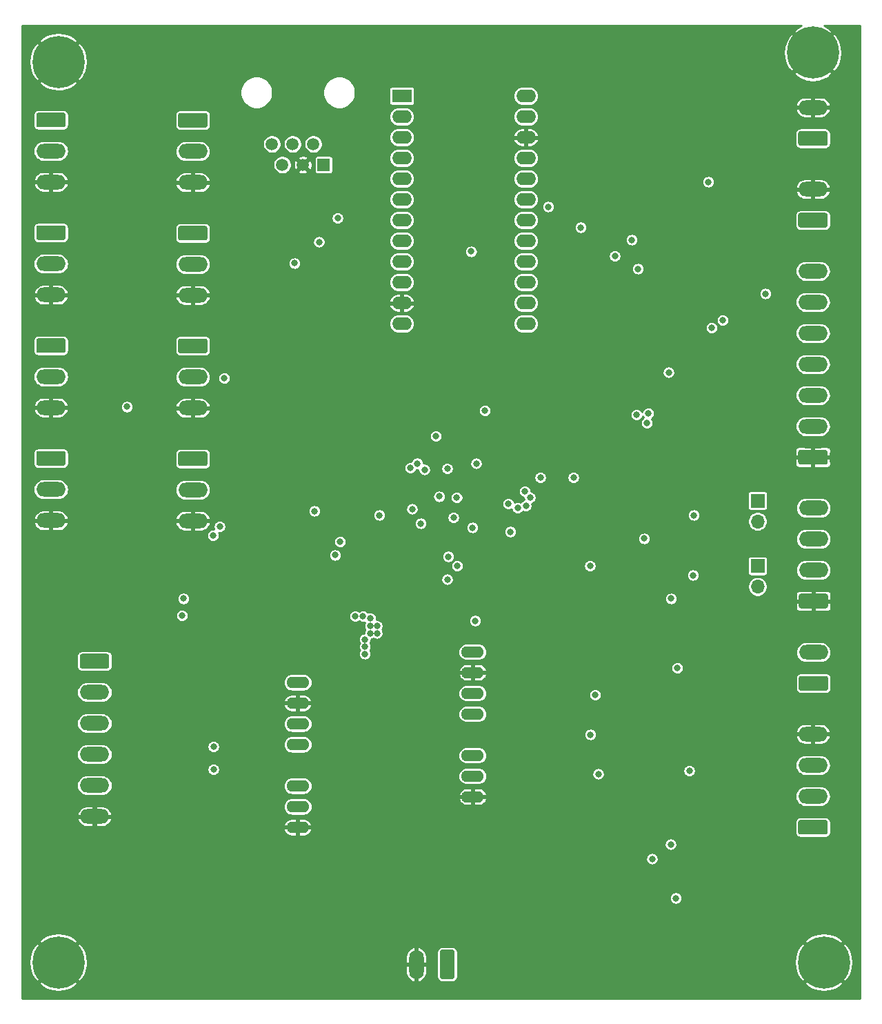
<source format=gbr>
G04 #@! TF.GenerationSoftware,KiCad,Pcbnew,(5.1.9)-1*
G04 #@! TF.CreationDate,2021-05-11T09:04:55+02:00*
G04 #@! TF.ProjectId,SIOMv01,53494f4d-7630-4312-9e6b-696361645f70,rev?*
G04 #@! TF.SameCoordinates,Original*
G04 #@! TF.FileFunction,Copper,L3,Inr*
G04 #@! TF.FilePolarity,Positive*
%FSLAX46Y46*%
G04 Gerber Fmt 4.6, Leading zero omitted, Abs format (unit mm)*
G04 Created by KiCad (PCBNEW (5.1.9)-1) date 2021-05-11 09:04:55*
%MOMM*%
%LPD*%
G01*
G04 APERTURE LIST*
G04 #@! TA.AperFunction,ComponentPad*
%ADD10O,2.400000X1.600000*%
G04 #@! TD*
G04 #@! TA.AperFunction,ComponentPad*
%ADD11R,2.400000X1.600000*%
G04 #@! TD*
G04 #@! TA.AperFunction,ComponentPad*
%ADD12O,3.600000X1.800000*%
G04 #@! TD*
G04 #@! TA.AperFunction,ComponentPad*
%ADD13O,1.800000X3.600000*%
G04 #@! TD*
G04 #@! TA.AperFunction,ComponentPad*
%ADD14O,2.794000X1.397000*%
G04 #@! TD*
G04 #@! TA.AperFunction,ComponentPad*
%ADD15O,1.700000X1.700000*%
G04 #@! TD*
G04 #@! TA.AperFunction,ComponentPad*
%ADD16R,1.700000X1.700000*%
G04 #@! TD*
G04 #@! TA.AperFunction,ComponentPad*
%ADD17R,1.520000X1.520000*%
G04 #@! TD*
G04 #@! TA.AperFunction,ComponentPad*
%ADD18C,1.520000*%
G04 #@! TD*
G04 #@! TA.AperFunction,ComponentPad*
%ADD19C,0.800000*%
G04 #@! TD*
G04 #@! TA.AperFunction,ComponentPad*
%ADD20C,6.400000*%
G04 #@! TD*
G04 #@! TA.AperFunction,ViaPad*
%ADD21C,0.800000*%
G04 #@! TD*
G04 #@! TA.AperFunction,Conductor*
%ADD22C,0.250000*%
G04 #@! TD*
G04 #@! TA.AperFunction,Conductor*
%ADD23C,0.100000*%
G04 #@! TD*
G04 APERTURE END LIST*
D10*
X80276000Y-68959000D03*
X65036000Y-96899000D03*
X80276000Y-71499000D03*
X65036000Y-94359000D03*
X80276000Y-74039000D03*
X65036000Y-91819000D03*
X80276000Y-76579000D03*
X65036000Y-89279000D03*
X80276000Y-79119000D03*
X65036000Y-86739000D03*
X80276000Y-81659000D03*
X65036000Y-84199000D03*
X80276000Y-84199000D03*
X65036000Y-81659000D03*
X80276000Y-86739000D03*
X65036000Y-79119000D03*
X80276000Y-89279000D03*
X65036000Y-76579000D03*
X80276000Y-91819000D03*
X65036000Y-74039000D03*
X80276000Y-94359000D03*
X65036000Y-71499000D03*
X80276000Y-96899000D03*
D11*
X65036000Y-68959000D03*
D12*
X115570000Y-137223500D03*
G04 #@! TA.AperFunction,ComponentPad*
G36*
G01*
X117120000Y-141933500D02*
X114020000Y-141933500D01*
G75*
G02*
X113770000Y-141683500I0J250000D01*
G01*
X113770000Y-140383500D01*
G75*
G02*
X114020000Y-140133500I250000J0D01*
G01*
X117120000Y-140133500D01*
G75*
G02*
X117370000Y-140383500I0J-250000D01*
G01*
X117370000Y-141683500D01*
G75*
G02*
X117120000Y-141933500I-250000J0D01*
G01*
G37*
G04 #@! TD.AperFunction*
X115506500Y-147256500D03*
X115506500Y-151066500D03*
X115506500Y-154876500D03*
G04 #@! TA.AperFunction,ComponentPad*
G36*
G01*
X117056500Y-159586500D02*
X113956500Y-159586500D01*
G75*
G02*
X113706500Y-159336500I0J250000D01*
G01*
X113706500Y-158036500D01*
G75*
G02*
X113956500Y-157786500I250000J0D01*
G01*
X117056500Y-157786500D01*
G75*
G02*
X117306500Y-158036500I0J-250000D01*
G01*
X117306500Y-159336500D01*
G75*
G02*
X117056500Y-159586500I-250000J0D01*
G01*
G37*
G04 #@! TD.AperFunction*
X39370000Y-93408500D03*
X39370000Y-89598500D03*
G04 #@! TA.AperFunction,ComponentPad*
G36*
G01*
X37820000Y-84888500D02*
X40920000Y-84888500D01*
G75*
G02*
X41170000Y-85138500I0J-250000D01*
G01*
X41170000Y-86438500D01*
G75*
G02*
X40920000Y-86688500I-250000J0D01*
G01*
X37820000Y-86688500D01*
G75*
G02*
X37570000Y-86438500I0J250000D01*
G01*
X37570000Y-85138500D01*
G75*
G02*
X37820000Y-84888500I250000J0D01*
G01*
G37*
G04 #@! TD.AperFunction*
X21958300Y-79514700D03*
X21958300Y-75704700D03*
G04 #@! TA.AperFunction,ComponentPad*
G36*
G01*
X20408300Y-70994700D02*
X23508300Y-70994700D01*
G75*
G02*
X23758300Y-71244700I0J-250000D01*
G01*
X23758300Y-72544700D01*
G75*
G02*
X23508300Y-72794700I-250000J0D01*
G01*
X20408300Y-72794700D01*
G75*
G02*
X20158300Y-72544700I0J250000D01*
G01*
X20158300Y-71244700D01*
G75*
G02*
X20408300Y-70994700I250000J0D01*
G01*
G37*
G04 #@! TD.AperFunction*
D13*
X66802000Y-175514000D03*
G04 #@! TA.AperFunction,ComponentPad*
G36*
G01*
X71512000Y-173964000D02*
X71512000Y-177064000D01*
G75*
G02*
X71262000Y-177314000I-250000J0D01*
G01*
X69962000Y-177314000D01*
G75*
G02*
X69712000Y-177064000I0J250000D01*
G01*
X69712000Y-173964000D01*
G75*
G02*
X69962000Y-173714000I250000J0D01*
G01*
X71262000Y-173714000D01*
G75*
G02*
X71512000Y-173964000I0J-250000D01*
G01*
G37*
G04 #@! TD.AperFunction*
D12*
X115506500Y-90424000D03*
X115506500Y-94234000D03*
X115506500Y-98044000D03*
X115506500Y-101854000D03*
X115506500Y-105664000D03*
X115506500Y-109474000D03*
G04 #@! TA.AperFunction,ComponentPad*
G36*
G01*
X117056500Y-114184000D02*
X113956500Y-114184000D01*
G75*
G02*
X113706500Y-113934000I0J250000D01*
G01*
X113706500Y-112634000D01*
G75*
G02*
X113956500Y-112384000I250000J0D01*
G01*
X117056500Y-112384000D01*
G75*
G02*
X117306500Y-112634000I0J-250000D01*
G01*
X117306500Y-113934000D01*
G75*
G02*
X117056500Y-114184000I-250000J0D01*
G01*
G37*
G04 #@! TD.AperFunction*
X115570000Y-119507000D03*
X115570000Y-123317000D03*
X115570000Y-127127000D03*
G04 #@! TA.AperFunction,ComponentPad*
G36*
G01*
X117120000Y-131837000D02*
X114020000Y-131837000D01*
G75*
G02*
X113770000Y-131587000I0J250000D01*
G01*
X113770000Y-130287000D01*
G75*
G02*
X114020000Y-130037000I250000J0D01*
G01*
X117120000Y-130037000D01*
G75*
G02*
X117370000Y-130287000I0J-250000D01*
G01*
X117370000Y-131587000D01*
G75*
G02*
X117120000Y-131837000I-250000J0D01*
G01*
G37*
G04 #@! TD.AperFunction*
X115506500Y-80391000D03*
G04 #@! TA.AperFunction,ComponentPad*
G36*
G01*
X117056500Y-85101000D02*
X113956500Y-85101000D01*
G75*
G02*
X113706500Y-84851000I0J250000D01*
G01*
X113706500Y-83551000D01*
G75*
G02*
X113956500Y-83301000I250000J0D01*
G01*
X117056500Y-83301000D01*
G75*
G02*
X117306500Y-83551000I0J-250000D01*
G01*
X117306500Y-84851000D01*
G75*
G02*
X117056500Y-85101000I-250000J0D01*
G01*
G37*
G04 #@! TD.AperFunction*
X115506500Y-70358000D03*
G04 #@! TA.AperFunction,ComponentPad*
G36*
G01*
X117056500Y-75068000D02*
X113956500Y-75068000D01*
G75*
G02*
X113706500Y-74818000I0J250000D01*
G01*
X113706500Y-73518000D01*
G75*
G02*
X113956500Y-73268000I250000J0D01*
G01*
X117056500Y-73268000D01*
G75*
G02*
X117306500Y-73518000I0J-250000D01*
G01*
X117306500Y-74818000D01*
G75*
G02*
X117056500Y-75068000I-250000J0D01*
G01*
G37*
G04 #@! TD.AperFunction*
X27305000Y-157353000D03*
X27305000Y-153543000D03*
X27305000Y-149733000D03*
X27305000Y-145923000D03*
X27305000Y-142113000D03*
G04 #@! TA.AperFunction,ComponentPad*
G36*
G01*
X25755000Y-137403000D02*
X28855000Y-137403000D01*
G75*
G02*
X29105000Y-137653000I0J-250000D01*
G01*
X29105000Y-138953000D01*
G75*
G02*
X28855000Y-139203000I-250000J0D01*
G01*
X25755000Y-139203000D01*
G75*
G02*
X25505000Y-138953000I0J250000D01*
G01*
X25505000Y-137653000D01*
G75*
G02*
X25755000Y-137403000I250000J0D01*
G01*
G37*
G04 #@! TD.AperFunction*
X21958300Y-93357700D03*
X21958300Y-89547700D03*
G04 #@! TA.AperFunction,ComponentPad*
G36*
G01*
X20408300Y-84837700D02*
X23508300Y-84837700D01*
G75*
G02*
X23758300Y-85087700I0J-250000D01*
G01*
X23758300Y-86387700D01*
G75*
G02*
X23508300Y-86637700I-250000J0D01*
G01*
X20408300Y-86637700D01*
G75*
G02*
X20158300Y-86387700I0J250000D01*
G01*
X20158300Y-85087700D01*
G75*
G02*
X20408300Y-84837700I250000J0D01*
G01*
G37*
G04 #@! TD.AperFunction*
X21958300Y-107200700D03*
X21958300Y-103390700D03*
G04 #@! TA.AperFunction,ComponentPad*
G36*
G01*
X20408300Y-98680700D02*
X23508300Y-98680700D01*
G75*
G02*
X23758300Y-98930700I0J-250000D01*
G01*
X23758300Y-100230700D01*
G75*
G02*
X23508300Y-100480700I-250000J0D01*
G01*
X20408300Y-100480700D01*
G75*
G02*
X20158300Y-100230700I0J250000D01*
G01*
X20158300Y-98930700D01*
G75*
G02*
X20408300Y-98680700I250000J0D01*
G01*
G37*
G04 #@! TD.AperFunction*
X21958300Y-121043700D03*
X21958300Y-117233700D03*
G04 #@! TA.AperFunction,ComponentPad*
G36*
G01*
X20408300Y-112523700D02*
X23508300Y-112523700D01*
G75*
G02*
X23758300Y-112773700I0J-250000D01*
G01*
X23758300Y-114073700D01*
G75*
G02*
X23508300Y-114323700I-250000J0D01*
G01*
X20408300Y-114323700D01*
G75*
G02*
X20158300Y-114073700I0J250000D01*
G01*
X20158300Y-112773700D01*
G75*
G02*
X20408300Y-112523700I250000J0D01*
G01*
G37*
G04 #@! TD.AperFunction*
X39370000Y-79565500D03*
X39370000Y-75755500D03*
G04 #@! TA.AperFunction,ComponentPad*
G36*
G01*
X37820000Y-71045500D02*
X40920000Y-71045500D01*
G75*
G02*
X41170000Y-71295500I0J-250000D01*
G01*
X41170000Y-72595500D01*
G75*
G02*
X40920000Y-72845500I-250000J0D01*
G01*
X37820000Y-72845500D01*
G75*
G02*
X37570000Y-72595500I0J250000D01*
G01*
X37570000Y-71295500D01*
G75*
G02*
X37820000Y-71045500I250000J0D01*
G01*
G37*
G04 #@! TD.AperFunction*
X39370000Y-107251500D03*
X39370000Y-103441500D03*
G04 #@! TA.AperFunction,ComponentPad*
G36*
G01*
X37820000Y-98731500D02*
X40920000Y-98731500D01*
G75*
G02*
X41170000Y-98981500I0J-250000D01*
G01*
X41170000Y-100281500D01*
G75*
G02*
X40920000Y-100531500I-250000J0D01*
G01*
X37820000Y-100531500D01*
G75*
G02*
X37570000Y-100281500I0J250000D01*
G01*
X37570000Y-98981500D01*
G75*
G02*
X37820000Y-98731500I250000J0D01*
G01*
G37*
G04 #@! TD.AperFunction*
X39370000Y-121094500D03*
X39370000Y-117284500D03*
G04 #@! TA.AperFunction,ComponentPad*
G36*
G01*
X37820000Y-112574500D02*
X40920000Y-112574500D01*
G75*
G02*
X41170000Y-112824500I0J-250000D01*
G01*
X41170000Y-114124500D01*
G75*
G02*
X40920000Y-114374500I-250000J0D01*
G01*
X37820000Y-114374500D01*
G75*
G02*
X37570000Y-114124500I0J250000D01*
G01*
X37570000Y-112824500D01*
G75*
G02*
X37820000Y-112574500I250000J0D01*
G01*
G37*
G04 #@! TD.AperFunction*
D14*
X73723500Y-137160000D03*
X73723500Y-139700000D03*
X73723500Y-142240000D03*
X73723500Y-144780000D03*
X73723500Y-154940000D03*
X73723500Y-152400000D03*
X73723500Y-149860000D03*
X52260500Y-140906500D03*
X52260500Y-143446500D03*
X52260500Y-145986500D03*
X52260500Y-148526500D03*
X52260500Y-158686500D03*
X52260500Y-156146500D03*
X52260500Y-153606500D03*
D15*
X108712000Y-121158000D03*
D16*
X108712000Y-118618000D03*
D15*
X108712000Y-129159000D03*
D16*
X108712000Y-126619000D03*
D17*
X55435500Y-77406500D03*
D18*
X54165500Y-74866500D03*
X52895500Y-77406500D03*
X51625500Y-74866500D03*
X50355500Y-77406500D03*
X49085500Y-74866500D03*
D19*
X117203556Y-61929944D03*
X115506500Y-61227000D03*
X113809444Y-61929944D03*
X113106500Y-63627000D03*
X113809444Y-65324056D03*
X115506500Y-66027000D03*
X117203556Y-65324056D03*
X117906500Y-63627000D03*
D20*
X115506500Y-63627000D03*
D19*
X118537056Y-173562944D03*
X116840000Y-172860000D03*
X115142944Y-173562944D03*
X114440000Y-175260000D03*
X115142944Y-176957056D03*
X116840000Y-177660000D03*
X118537056Y-176957056D03*
X119240000Y-175260000D03*
D20*
X116840000Y-175260000D03*
D19*
X24557056Y-63072944D03*
X22860000Y-62370000D03*
X21162944Y-63072944D03*
X20460000Y-64770000D03*
X21162944Y-66467056D03*
X22860000Y-67170000D03*
X24557056Y-66467056D03*
X25260000Y-64770000D03*
D20*
X22860000Y-64770000D03*
D19*
X24557056Y-173562944D03*
X22860000Y-172860000D03*
X21162944Y-173562944D03*
X20460000Y-175260000D03*
X21162944Y-176957056D03*
X22860000Y-177660000D03*
X24557056Y-176957056D03*
X25260000Y-175260000D03*
D20*
X22860000Y-175260000D03*
D21*
X106172000Y-70548500D03*
X102997000Y-70548500D03*
X104584500Y-68135500D03*
X93408500Y-152082500D03*
X104267000Y-147447000D03*
X101155500Y-147447000D03*
X102806500Y-145224500D03*
X101727000Y-77597000D03*
X101727000Y-80518000D03*
X106807000Y-75946000D03*
X94742000Y-77406500D03*
X101409500Y-82994500D03*
X109982000Y-81788000D03*
X80962500Y-137858500D03*
X83820000Y-137922000D03*
X82423000Y-135509000D03*
X86169500Y-139255500D03*
X91821000Y-159639000D03*
X89725500Y-161099500D03*
X89662000Y-158051500D03*
X86487000Y-150622000D03*
X65976500Y-149733000D03*
X60896500Y-141351000D03*
X59182000Y-142938500D03*
X63119000Y-131318000D03*
X52832000Y-135826500D03*
X52895500Y-132588000D03*
X55689500Y-143637000D03*
X55372000Y-148209000D03*
X66167000Y-158432500D03*
X63055500Y-152400000D03*
X60007500Y-152463500D03*
X69088000Y-155956000D03*
X70294500Y-160464500D03*
X70231000Y-163322000D03*
X56705500Y-158686500D03*
X56642000Y-154051000D03*
X76517500Y-106108500D03*
X69405500Y-102997000D03*
X65976500Y-109093000D03*
X62865000Y-103124000D03*
X68516500Y-113919000D03*
X54864000Y-84963000D03*
X54864000Y-82931000D03*
X48577500Y-83756500D03*
X33845500Y-147193000D03*
X32702500Y-150050500D03*
X34099500Y-142875000D03*
X39687500Y-141986000D03*
X37909500Y-149542500D03*
X79946500Y-124079000D03*
X107569000Y-153479500D03*
X103759000Y-142049500D03*
X107061000Y-142113000D03*
X94932500Y-160020000D03*
X98615500Y-100076000D03*
X76454000Y-126238000D03*
X78359000Y-128270000D03*
X73660000Y-107696000D03*
X64897000Y-110490000D03*
X59563000Y-115316000D03*
X108331000Y-110617000D03*
X105346500Y-95758000D03*
X105346500Y-94615000D03*
X97726500Y-91059000D03*
X108394500Y-90424000D03*
X99441000Y-110363000D03*
X101219000Y-111633000D03*
X94234000Y-102743000D03*
X108204000Y-106934000D03*
X104965500Y-100203000D03*
X106870500Y-100330000D03*
X61468000Y-95186500D03*
X52959000Y-117221000D03*
X55689500Y-116014500D03*
X52895500Y-116014500D03*
X52895500Y-114808000D03*
X88265000Y-121539000D03*
X99187000Y-126174500D03*
X99314000Y-118618000D03*
X104457500Y-116459000D03*
X104902000Y-123761500D03*
X110426500Y-106680000D03*
X109537500Y-102679500D03*
X36258500Y-157543500D03*
X38227000Y-156210000D03*
X38798500Y-150431500D03*
X35306000Y-148653500D03*
X33401000Y-136398000D03*
X35750500Y-136398000D03*
X38163500Y-136461500D03*
X24892000Y-136271000D03*
X24574500Y-142811500D03*
X25019000Y-147129500D03*
X24511000Y-152400000D03*
X72771000Y-127344000D03*
X62420500Y-125476000D03*
X66167000Y-120904000D03*
X68199000Y-117856000D03*
X88214200Y-109169200D03*
X90627200Y-110896400D03*
X87985600Y-113614200D03*
X89281000Y-115620800D03*
X92303600Y-115112800D03*
X95758000Y-119176800D03*
X99136200Y-115976400D03*
X91694000Y-125730000D03*
X91694000Y-121666000D03*
X70993000Y-121869200D03*
X72745600Y-118745000D03*
X71653400Y-115290600D03*
X80619600Y-114147600D03*
X80746600Y-116433600D03*
X84277200Y-114096800D03*
X85775800Y-111379000D03*
X84353400Y-110312200D03*
X82321400Y-108305600D03*
X88519000Y-105181400D03*
X80441800Y-101193600D03*
X83108800Y-97917000D03*
X71526400Y-101244400D03*
X69088000Y-98958400D03*
X57886600Y-106248200D03*
X54864000Y-106375200D03*
X58724800Y-110947200D03*
X54940200Y-111277400D03*
X47294800Y-112725200D03*
X50368200Y-134137400D03*
X44475400Y-134340600D03*
X45542200Y-148894800D03*
X44704000Y-174091600D03*
X56362600Y-173659800D03*
X45110400Y-165252400D03*
X55448200Y-165100000D03*
X72618600Y-165506400D03*
X76301600Y-175768000D03*
X89382600Y-165557200D03*
X93548200Y-175615600D03*
X116763800Y-165252400D03*
X111607600Y-173939200D03*
X72136000Y-87706200D03*
X67945000Y-84810600D03*
X76250800Y-80746600D03*
X74371200Y-81889600D03*
X69062600Y-77266800D03*
X72161400Y-74472800D03*
X91871800Y-82524600D03*
X85496400Y-80137000D03*
X104724200Y-86487000D03*
X99695000Y-85852000D03*
X111861600Y-78308200D03*
X110058200Y-75565000D03*
X109829600Y-71272400D03*
X97536000Y-64262000D03*
X88646000Y-65024000D03*
X73888600Y-63703200D03*
X55549800Y-64084200D03*
X38125400Y-63601600D03*
X34163000Y-67792600D03*
X48590200Y-97790000D03*
X48717200Y-93776800D03*
X45415200Y-95758000D03*
X85344000Y-70891400D03*
X76555600Y-71602600D03*
X61544200Y-70002400D03*
X46990000Y-73253600D03*
X44526200Y-79502000D03*
X44653200Y-86715600D03*
X38989000Y-96367600D03*
X28600400Y-107137200D03*
X26771600Y-107188000D03*
X26085800Y-95681800D03*
X28676600Y-95631000D03*
X31191200Y-95554800D03*
X27635200Y-81788000D03*
X31800800Y-81838800D03*
X36372800Y-77724000D03*
X35941000Y-96418400D03*
X36550600Y-108077000D03*
X30632400Y-121208800D03*
X32512000Y-114452400D03*
X25704800Y-130098800D03*
X40411400Y-126695200D03*
X32181800Y-165049200D03*
X22275800Y-168630600D03*
X100901500Y-120396000D03*
X100774500Y-127762000D03*
X82994500Y-82550000D03*
X86995000Y-85090000D03*
X54864000Y-86868000D03*
X88138000Y-126619000D03*
X54292500Y-119888000D03*
X97790000Y-102870000D03*
X109664500Y-93218000D03*
X74041000Y-133350000D03*
X61150500Y-134874000D03*
X61150500Y-133985000D03*
X61150500Y-133032500D03*
X61976000Y-134874000D03*
X61976000Y-133985000D03*
X60261500Y-132778500D03*
X59309000Y-132778500D03*
X60515500Y-135636000D03*
X60515500Y-136525000D03*
X60515500Y-137414000D03*
X41910000Y-148780500D03*
X41910000Y-151574500D03*
X98679000Y-167386000D03*
X31292800Y-107086400D03*
X100330000Y-151765000D03*
X88773000Y-142430500D03*
X102679500Y-79502000D03*
X94043500Y-90170000D03*
X38227000Y-130619500D03*
X98044000Y-160782000D03*
X38036500Y-132715000D03*
X95758000Y-162560000D03*
X88201500Y-147320000D03*
X57150000Y-83921600D03*
X73558400Y-88036400D03*
X42672000Y-121793000D03*
X43243500Y-103568500D03*
X41846500Y-122872500D03*
X78359000Y-122428000D03*
X98869500Y-139128500D03*
X69215000Y-110680500D03*
X75247500Y-107569000D03*
X70612000Y-114681000D03*
X51879500Y-89471500D03*
X80137000Y-117475000D03*
X98107500Y-130619500D03*
X57467500Y-123634500D03*
X71374000Y-120675400D03*
X69608700Y-118097300D03*
X80777186Y-118243223D03*
X94805500Y-123253500D03*
X56832500Y-125285500D03*
X71780400Y-118237000D03*
X86106000Y-115760500D03*
X71818500Y-126619000D03*
X82042000Y-115760500D03*
X70739000Y-125476000D03*
X62293500Y-120396000D03*
X66294000Y-119634000D03*
X89154000Y-152146000D03*
X70612000Y-128270000D03*
X93281500Y-86614000D03*
X91186000Y-88609000D03*
X78105000Y-118999000D03*
X95313500Y-107886500D03*
X79248000Y-119507000D03*
X93853000Y-108077000D03*
X80264000Y-119253000D03*
X95123000Y-109093000D03*
X66070584Y-114591618D03*
X103060500Y-97409000D03*
X66929000Y-114046000D03*
X104420501Y-96483001D03*
X67818000Y-114808000D03*
X74168000Y-114046000D03*
X73723500Y-121920000D03*
X67373500Y-121412000D03*
D22*
X113518647Y-60630011D02*
X113498361Y-60643566D01*
X113123416Y-61061482D01*
X115506500Y-63444566D01*
X117889584Y-61061482D01*
X117514639Y-60643566D01*
X116912343Y-60319000D01*
X121291001Y-60319000D01*
X121291000Y-179711000D01*
X18409000Y-179711000D01*
X18409000Y-177825518D01*
X20476916Y-177825518D01*
X20851861Y-178243434D01*
X21472486Y-178577877D01*
X22146433Y-178784816D01*
X22847802Y-178856298D01*
X23549639Y-178789575D01*
X24224973Y-178587213D01*
X24847853Y-178256989D01*
X24868139Y-178243434D01*
X25243084Y-177825518D01*
X114456916Y-177825518D01*
X114831861Y-178243434D01*
X115452486Y-178577877D01*
X116126433Y-178784816D01*
X116827802Y-178856298D01*
X117529639Y-178789575D01*
X118204973Y-178587213D01*
X118827853Y-178256989D01*
X118848139Y-178243434D01*
X119223084Y-177825518D01*
X116840000Y-175442434D01*
X114456916Y-177825518D01*
X25243084Y-177825518D01*
X22860000Y-175442434D01*
X20476916Y-177825518D01*
X18409000Y-177825518D01*
X18409000Y-175247802D01*
X19263702Y-175247802D01*
X19330425Y-175949639D01*
X19532787Y-176624973D01*
X19863011Y-177247853D01*
X19876566Y-177268139D01*
X20294482Y-177643084D01*
X22677566Y-175260000D01*
X23042434Y-175260000D01*
X25425518Y-177643084D01*
X25843434Y-177268139D01*
X26177877Y-176647514D01*
X26384816Y-175973567D01*
X26418506Y-175643000D01*
X65523000Y-175643000D01*
X65523000Y-176543000D01*
X65572742Y-176790042D01*
X65669724Y-177022633D01*
X65810219Y-177231834D01*
X65988827Y-177409606D01*
X66198685Y-177549118D01*
X66431728Y-177645008D01*
X66475529Y-177650632D01*
X66673000Y-177591203D01*
X66673000Y-175643000D01*
X66931000Y-175643000D01*
X66931000Y-177591203D01*
X67128471Y-177650632D01*
X67172272Y-177645008D01*
X67405315Y-177549118D01*
X67615173Y-177409606D01*
X67793781Y-177231834D01*
X67934276Y-177022633D01*
X68031258Y-176790042D01*
X68081000Y-176543000D01*
X68081000Y-175643000D01*
X66931000Y-175643000D01*
X66673000Y-175643000D01*
X65523000Y-175643000D01*
X26418506Y-175643000D01*
X26456298Y-175272198D01*
X26389575Y-174570361D01*
X26363997Y-174485000D01*
X65523000Y-174485000D01*
X65523000Y-175385000D01*
X66673000Y-175385000D01*
X66673000Y-173436797D01*
X66931000Y-173436797D01*
X66931000Y-175385000D01*
X68081000Y-175385000D01*
X68081000Y-174485000D01*
X68031258Y-174237958D01*
X67934276Y-174005367D01*
X67906495Y-173964000D01*
X69331167Y-173964000D01*
X69331167Y-177064000D01*
X69343288Y-177187069D01*
X69379186Y-177305409D01*
X69437482Y-177414472D01*
X69515934Y-177510066D01*
X69611528Y-177588518D01*
X69720591Y-177646814D01*
X69838931Y-177682712D01*
X69962000Y-177694833D01*
X71262000Y-177694833D01*
X71385069Y-177682712D01*
X71503409Y-177646814D01*
X71612472Y-177588518D01*
X71708066Y-177510066D01*
X71786518Y-177414472D01*
X71844814Y-177305409D01*
X71880712Y-177187069D01*
X71892833Y-177064000D01*
X71892833Y-175247802D01*
X113243702Y-175247802D01*
X113310425Y-175949639D01*
X113512787Y-176624973D01*
X113843011Y-177247853D01*
X113856566Y-177268139D01*
X114274482Y-177643084D01*
X116657566Y-175260000D01*
X117022434Y-175260000D01*
X119405518Y-177643084D01*
X119823434Y-177268139D01*
X120157877Y-176647514D01*
X120364816Y-175973567D01*
X120436298Y-175272198D01*
X120369575Y-174570361D01*
X120167213Y-173895027D01*
X119836989Y-173272147D01*
X119823434Y-173251861D01*
X119405518Y-172876916D01*
X117022434Y-175260000D01*
X116657566Y-175260000D01*
X114274482Y-172876916D01*
X113856566Y-173251861D01*
X113522123Y-173872486D01*
X113315184Y-174546433D01*
X113243702Y-175247802D01*
X71892833Y-175247802D01*
X71892833Y-173964000D01*
X71880712Y-173840931D01*
X71844814Y-173722591D01*
X71786518Y-173613528D01*
X71708066Y-173517934D01*
X71612472Y-173439482D01*
X71503409Y-173381186D01*
X71385069Y-173345288D01*
X71262000Y-173333167D01*
X69962000Y-173333167D01*
X69838931Y-173345288D01*
X69720591Y-173381186D01*
X69611528Y-173439482D01*
X69515934Y-173517934D01*
X69437482Y-173613528D01*
X69379186Y-173722591D01*
X69343288Y-173840931D01*
X69331167Y-173964000D01*
X67906495Y-173964000D01*
X67793781Y-173796166D01*
X67615173Y-173618394D01*
X67405315Y-173478882D01*
X67172272Y-173382992D01*
X67128471Y-173377368D01*
X66931000Y-173436797D01*
X66673000Y-173436797D01*
X66475529Y-173377368D01*
X66431728Y-173382992D01*
X66198685Y-173478882D01*
X65988827Y-173618394D01*
X65810219Y-173796166D01*
X65669724Y-174005367D01*
X65572742Y-174237958D01*
X65523000Y-174485000D01*
X26363997Y-174485000D01*
X26187213Y-173895027D01*
X25856989Y-173272147D01*
X25843434Y-173251861D01*
X25425518Y-172876916D01*
X23042434Y-175260000D01*
X22677566Y-175260000D01*
X20294482Y-172876916D01*
X19876566Y-173251861D01*
X19542123Y-173872486D01*
X19335184Y-174546433D01*
X19263702Y-175247802D01*
X18409000Y-175247802D01*
X18409000Y-172694482D01*
X20476916Y-172694482D01*
X22860000Y-175077566D01*
X25243084Y-172694482D01*
X114456916Y-172694482D01*
X116840000Y-175077566D01*
X119223084Y-172694482D01*
X118848139Y-172276566D01*
X118227514Y-171942123D01*
X117553567Y-171735184D01*
X116852198Y-171663702D01*
X116150361Y-171730425D01*
X115475027Y-171932787D01*
X114852147Y-172263011D01*
X114831861Y-172276566D01*
X114456916Y-172694482D01*
X25243084Y-172694482D01*
X24868139Y-172276566D01*
X24247514Y-171942123D01*
X23573567Y-171735184D01*
X22872198Y-171663702D01*
X22170361Y-171730425D01*
X21495027Y-171932787D01*
X20872147Y-172263011D01*
X20851861Y-172276566D01*
X20476916Y-172694482D01*
X18409000Y-172694482D01*
X18409000Y-167309275D01*
X97900000Y-167309275D01*
X97900000Y-167462725D01*
X97929937Y-167613226D01*
X97988659Y-167754995D01*
X98073911Y-167882583D01*
X98182417Y-167991089D01*
X98310005Y-168076341D01*
X98451774Y-168135063D01*
X98602275Y-168165000D01*
X98755725Y-168165000D01*
X98906226Y-168135063D01*
X99047995Y-168076341D01*
X99175583Y-167991089D01*
X99284089Y-167882583D01*
X99369341Y-167754995D01*
X99428063Y-167613226D01*
X99458000Y-167462725D01*
X99458000Y-167309275D01*
X99428063Y-167158774D01*
X99369341Y-167017005D01*
X99284089Y-166889417D01*
X99175583Y-166780911D01*
X99047995Y-166695659D01*
X98906226Y-166636937D01*
X98755725Y-166607000D01*
X98602275Y-166607000D01*
X98451774Y-166636937D01*
X98310005Y-166695659D01*
X98182417Y-166780911D01*
X98073911Y-166889417D01*
X97988659Y-167017005D01*
X97929937Y-167158774D01*
X97900000Y-167309275D01*
X18409000Y-167309275D01*
X18409000Y-162483275D01*
X94979000Y-162483275D01*
X94979000Y-162636725D01*
X95008937Y-162787226D01*
X95067659Y-162928995D01*
X95152911Y-163056583D01*
X95261417Y-163165089D01*
X95389005Y-163250341D01*
X95530774Y-163309063D01*
X95681275Y-163339000D01*
X95834725Y-163339000D01*
X95985226Y-163309063D01*
X96126995Y-163250341D01*
X96254583Y-163165089D01*
X96363089Y-163056583D01*
X96448341Y-162928995D01*
X96507063Y-162787226D01*
X96537000Y-162636725D01*
X96537000Y-162483275D01*
X96507063Y-162332774D01*
X96448341Y-162191005D01*
X96363089Y-162063417D01*
X96254583Y-161954911D01*
X96126995Y-161869659D01*
X95985226Y-161810937D01*
X95834725Y-161781000D01*
X95681275Y-161781000D01*
X95530774Y-161810937D01*
X95389005Y-161869659D01*
X95261417Y-161954911D01*
X95152911Y-162063417D01*
X95067659Y-162191005D01*
X95008937Y-162332774D01*
X94979000Y-162483275D01*
X18409000Y-162483275D01*
X18409000Y-160705275D01*
X97265000Y-160705275D01*
X97265000Y-160858725D01*
X97294937Y-161009226D01*
X97353659Y-161150995D01*
X97438911Y-161278583D01*
X97547417Y-161387089D01*
X97675005Y-161472341D01*
X97816774Y-161531063D01*
X97967275Y-161561000D01*
X98120725Y-161561000D01*
X98271226Y-161531063D01*
X98412995Y-161472341D01*
X98540583Y-161387089D01*
X98649089Y-161278583D01*
X98734341Y-161150995D01*
X98793063Y-161009226D01*
X98823000Y-160858725D01*
X98823000Y-160705275D01*
X98793063Y-160554774D01*
X98734341Y-160413005D01*
X98649089Y-160285417D01*
X98540583Y-160176911D01*
X98412995Y-160091659D01*
X98271226Y-160032937D01*
X98120725Y-160003000D01*
X97967275Y-160003000D01*
X97816774Y-160032937D01*
X97675005Y-160091659D01*
X97547417Y-160176911D01*
X97438911Y-160285417D01*
X97353659Y-160413005D01*
X97294937Y-160554774D01*
X97265000Y-160705275D01*
X18409000Y-160705275D01*
X18409000Y-158981258D01*
X50525600Y-158981258D01*
X50594422Y-159177867D01*
X50708875Y-159357191D01*
X50856113Y-159510740D01*
X51030478Y-159632614D01*
X51225269Y-159718129D01*
X51433000Y-159764000D01*
X52131500Y-159764000D01*
X52131500Y-158815500D01*
X52389500Y-158815500D01*
X52389500Y-159764000D01*
X53088000Y-159764000D01*
X53295731Y-159718129D01*
X53490522Y-159632614D01*
X53664887Y-159510740D01*
X53812125Y-159357191D01*
X53926578Y-159177867D01*
X53995400Y-158981258D01*
X53933247Y-158815500D01*
X52389500Y-158815500D01*
X52131500Y-158815500D01*
X50587753Y-158815500D01*
X50525600Y-158981258D01*
X18409000Y-158981258D01*
X18409000Y-157679471D01*
X25168368Y-157679471D01*
X25173992Y-157723272D01*
X25269882Y-157956315D01*
X25409394Y-158166173D01*
X25587166Y-158344781D01*
X25796367Y-158485276D01*
X26028958Y-158582258D01*
X26276000Y-158632000D01*
X27176000Y-158632000D01*
X27176000Y-157482000D01*
X27434000Y-157482000D01*
X27434000Y-158632000D01*
X28334000Y-158632000D01*
X28581042Y-158582258D01*
X28813633Y-158485276D01*
X28952907Y-158391742D01*
X50525600Y-158391742D01*
X50587753Y-158557500D01*
X52131500Y-158557500D01*
X52131500Y-157609000D01*
X52389500Y-157609000D01*
X52389500Y-158557500D01*
X53933247Y-158557500D01*
X53995400Y-158391742D01*
X53926578Y-158195133D01*
X53825331Y-158036500D01*
X113325667Y-158036500D01*
X113325667Y-159336500D01*
X113337788Y-159459569D01*
X113373686Y-159577909D01*
X113431982Y-159686972D01*
X113510434Y-159782566D01*
X113606028Y-159861018D01*
X113715091Y-159919314D01*
X113833431Y-159955212D01*
X113956500Y-159967333D01*
X117056500Y-159967333D01*
X117179569Y-159955212D01*
X117297909Y-159919314D01*
X117406972Y-159861018D01*
X117502566Y-159782566D01*
X117581018Y-159686972D01*
X117639314Y-159577909D01*
X117675212Y-159459569D01*
X117687333Y-159336500D01*
X117687333Y-158036500D01*
X117675212Y-157913431D01*
X117639314Y-157795091D01*
X117581018Y-157686028D01*
X117502566Y-157590434D01*
X117406972Y-157511982D01*
X117297909Y-157453686D01*
X117179569Y-157417788D01*
X117056500Y-157405667D01*
X113956500Y-157405667D01*
X113833431Y-157417788D01*
X113715091Y-157453686D01*
X113606028Y-157511982D01*
X113510434Y-157590434D01*
X113431982Y-157686028D01*
X113373686Y-157795091D01*
X113337788Y-157913431D01*
X113325667Y-158036500D01*
X53825331Y-158036500D01*
X53812125Y-158015809D01*
X53664887Y-157862260D01*
X53490522Y-157740386D01*
X53295731Y-157654871D01*
X53088000Y-157609000D01*
X52389500Y-157609000D01*
X52131500Y-157609000D01*
X51433000Y-157609000D01*
X51225269Y-157654871D01*
X51030478Y-157740386D01*
X50856113Y-157862260D01*
X50708875Y-158015809D01*
X50594422Y-158195133D01*
X50525600Y-158391742D01*
X28952907Y-158391742D01*
X29022834Y-158344781D01*
X29200606Y-158166173D01*
X29340118Y-157956315D01*
X29436008Y-157723272D01*
X29441632Y-157679471D01*
X29382203Y-157482000D01*
X27434000Y-157482000D01*
X27176000Y-157482000D01*
X25227797Y-157482000D01*
X25168368Y-157679471D01*
X18409000Y-157679471D01*
X18409000Y-157026529D01*
X25168368Y-157026529D01*
X25227797Y-157224000D01*
X27176000Y-157224000D01*
X27176000Y-156074000D01*
X27434000Y-156074000D01*
X27434000Y-157224000D01*
X29382203Y-157224000D01*
X29441632Y-157026529D01*
X29436008Y-156982728D01*
X29340118Y-156749685D01*
X29200606Y-156539827D01*
X29022834Y-156361219D01*
X28813633Y-156220724D01*
X28635623Y-156146500D01*
X50479287Y-156146500D01*
X50500091Y-156357727D01*
X50561704Y-156560836D01*
X50661757Y-156748023D01*
X50796406Y-156912094D01*
X50960477Y-157046743D01*
X51147664Y-157146796D01*
X51350773Y-157208409D01*
X51509071Y-157224000D01*
X53011929Y-157224000D01*
X53170227Y-157208409D01*
X53373336Y-157146796D01*
X53560523Y-157046743D01*
X53724594Y-156912094D01*
X53859243Y-156748023D01*
X53959296Y-156560836D01*
X54020909Y-156357727D01*
X54041713Y-156146500D01*
X54020909Y-155935273D01*
X53959296Y-155732164D01*
X53859243Y-155544977D01*
X53724594Y-155380906D01*
X53560523Y-155246257D01*
X53539010Y-155234758D01*
X71988600Y-155234758D01*
X72057422Y-155431367D01*
X72171875Y-155610691D01*
X72319113Y-155764240D01*
X72493478Y-155886114D01*
X72688269Y-155971629D01*
X72896000Y-156017500D01*
X73594500Y-156017500D01*
X73594500Y-155069000D01*
X73852500Y-155069000D01*
X73852500Y-156017500D01*
X74551000Y-156017500D01*
X74758731Y-155971629D01*
X74953522Y-155886114D01*
X75127887Y-155764240D01*
X75275125Y-155610691D01*
X75389578Y-155431367D01*
X75458400Y-155234758D01*
X75396247Y-155069000D01*
X73852500Y-155069000D01*
X73594500Y-155069000D01*
X72050753Y-155069000D01*
X71988600Y-155234758D01*
X53539010Y-155234758D01*
X53373336Y-155146204D01*
X53170227Y-155084591D01*
X53011929Y-155069000D01*
X51509071Y-155069000D01*
X51350773Y-155084591D01*
X51147664Y-155146204D01*
X50960477Y-155246257D01*
X50796406Y-155380906D01*
X50661757Y-155544977D01*
X50561704Y-155732164D01*
X50500091Y-155935273D01*
X50479287Y-156146500D01*
X28635623Y-156146500D01*
X28581042Y-156123742D01*
X28334000Y-156074000D01*
X27434000Y-156074000D01*
X27176000Y-156074000D01*
X26276000Y-156074000D01*
X26028958Y-156123742D01*
X25796367Y-156220724D01*
X25587166Y-156361219D01*
X25409394Y-156539827D01*
X25269882Y-156749685D01*
X25173992Y-156982728D01*
X25168368Y-157026529D01*
X18409000Y-157026529D01*
X18409000Y-154876500D01*
X113321312Y-154876500D01*
X113346007Y-155127228D01*
X113419141Y-155368320D01*
X113537905Y-155590512D01*
X113697735Y-155785265D01*
X113892488Y-155945095D01*
X114114680Y-156063859D01*
X114355772Y-156136993D01*
X114543673Y-156155500D01*
X116469327Y-156155500D01*
X116657228Y-156136993D01*
X116898320Y-156063859D01*
X117120512Y-155945095D01*
X117315265Y-155785265D01*
X117475095Y-155590512D01*
X117593859Y-155368320D01*
X117666993Y-155127228D01*
X117691688Y-154876500D01*
X117666993Y-154625772D01*
X117593859Y-154384680D01*
X117475095Y-154162488D01*
X117315265Y-153967735D01*
X117120512Y-153807905D01*
X116898320Y-153689141D01*
X116657228Y-153616007D01*
X116469327Y-153597500D01*
X114543673Y-153597500D01*
X114355772Y-153616007D01*
X114114680Y-153689141D01*
X113892488Y-153807905D01*
X113697735Y-153967735D01*
X113537905Y-154162488D01*
X113419141Y-154384680D01*
X113346007Y-154625772D01*
X113321312Y-154876500D01*
X18409000Y-154876500D01*
X18409000Y-153543000D01*
X25119812Y-153543000D01*
X25144507Y-153793728D01*
X25217641Y-154034820D01*
X25336405Y-154257012D01*
X25496235Y-154451765D01*
X25690988Y-154611595D01*
X25913180Y-154730359D01*
X26154272Y-154803493D01*
X26342173Y-154822000D01*
X28267827Y-154822000D01*
X28455728Y-154803493D01*
X28696820Y-154730359D01*
X28919012Y-154611595D01*
X29113765Y-154451765D01*
X29273595Y-154257012D01*
X29392359Y-154034820D01*
X29465493Y-153793728D01*
X29483933Y-153606500D01*
X50479287Y-153606500D01*
X50500091Y-153817727D01*
X50561704Y-154020836D01*
X50661757Y-154208023D01*
X50796406Y-154372094D01*
X50960477Y-154506743D01*
X51147664Y-154606796D01*
X51350773Y-154668409D01*
X51509071Y-154684000D01*
X53011929Y-154684000D01*
X53170227Y-154668409D01*
X53246597Y-154645242D01*
X71988600Y-154645242D01*
X72050753Y-154811000D01*
X73594500Y-154811000D01*
X73594500Y-153862500D01*
X73852500Y-153862500D01*
X73852500Y-154811000D01*
X75396247Y-154811000D01*
X75458400Y-154645242D01*
X75389578Y-154448633D01*
X75275125Y-154269309D01*
X75127887Y-154115760D01*
X74953522Y-153993886D01*
X74758731Y-153908371D01*
X74551000Y-153862500D01*
X73852500Y-153862500D01*
X73594500Y-153862500D01*
X72896000Y-153862500D01*
X72688269Y-153908371D01*
X72493478Y-153993886D01*
X72319113Y-154115760D01*
X72171875Y-154269309D01*
X72057422Y-154448633D01*
X71988600Y-154645242D01*
X53246597Y-154645242D01*
X53373336Y-154606796D01*
X53560523Y-154506743D01*
X53724594Y-154372094D01*
X53859243Y-154208023D01*
X53959296Y-154020836D01*
X54020909Y-153817727D01*
X54041713Y-153606500D01*
X54020909Y-153395273D01*
X53959296Y-153192164D01*
X53859243Y-153004977D01*
X53724594Y-152840906D01*
X53560523Y-152706257D01*
X53373336Y-152606204D01*
X53170227Y-152544591D01*
X53011929Y-152529000D01*
X51509071Y-152529000D01*
X51350773Y-152544591D01*
X51147664Y-152606204D01*
X50960477Y-152706257D01*
X50796406Y-152840906D01*
X50661757Y-153004977D01*
X50561704Y-153192164D01*
X50500091Y-153395273D01*
X50479287Y-153606500D01*
X29483933Y-153606500D01*
X29490188Y-153543000D01*
X29465493Y-153292272D01*
X29392359Y-153051180D01*
X29273595Y-152828988D01*
X29113765Y-152634235D01*
X28919012Y-152474405D01*
X28779810Y-152400000D01*
X71942287Y-152400000D01*
X71963091Y-152611227D01*
X72024704Y-152814336D01*
X72124757Y-153001523D01*
X72259406Y-153165594D01*
X72423477Y-153300243D01*
X72610664Y-153400296D01*
X72813773Y-153461909D01*
X72972071Y-153477500D01*
X74474929Y-153477500D01*
X74633227Y-153461909D01*
X74836336Y-153400296D01*
X75023523Y-153300243D01*
X75187594Y-153165594D01*
X75322243Y-153001523D01*
X75422296Y-152814336D01*
X75483909Y-152611227D01*
X75504713Y-152400000D01*
X75483909Y-152188773D01*
X75447660Y-152069275D01*
X88375000Y-152069275D01*
X88375000Y-152222725D01*
X88404937Y-152373226D01*
X88463659Y-152514995D01*
X88548911Y-152642583D01*
X88657417Y-152751089D01*
X88785005Y-152836341D01*
X88926774Y-152895063D01*
X89077275Y-152925000D01*
X89230725Y-152925000D01*
X89381226Y-152895063D01*
X89522995Y-152836341D01*
X89650583Y-152751089D01*
X89759089Y-152642583D01*
X89844341Y-152514995D01*
X89903063Y-152373226D01*
X89933000Y-152222725D01*
X89933000Y-152069275D01*
X89903063Y-151918774D01*
X89844341Y-151777005D01*
X89785054Y-151688275D01*
X99551000Y-151688275D01*
X99551000Y-151841725D01*
X99580937Y-151992226D01*
X99639659Y-152133995D01*
X99724911Y-152261583D01*
X99833417Y-152370089D01*
X99961005Y-152455341D01*
X100102774Y-152514063D01*
X100253275Y-152544000D01*
X100406725Y-152544000D01*
X100557226Y-152514063D01*
X100698995Y-152455341D01*
X100826583Y-152370089D01*
X100935089Y-152261583D01*
X101020341Y-152133995D01*
X101079063Y-151992226D01*
X101109000Y-151841725D01*
X101109000Y-151688275D01*
X101079063Y-151537774D01*
X101020341Y-151396005D01*
X100935089Y-151268417D01*
X100826583Y-151159911D01*
X100698995Y-151074659D01*
X100679298Y-151066500D01*
X113321312Y-151066500D01*
X113346007Y-151317228D01*
X113419141Y-151558320D01*
X113537905Y-151780512D01*
X113697735Y-151975265D01*
X113892488Y-152135095D01*
X114114680Y-152253859D01*
X114355772Y-152326993D01*
X114543673Y-152345500D01*
X116469327Y-152345500D01*
X116657228Y-152326993D01*
X116898320Y-152253859D01*
X117120512Y-152135095D01*
X117315265Y-151975265D01*
X117475095Y-151780512D01*
X117593859Y-151558320D01*
X117666993Y-151317228D01*
X117691688Y-151066500D01*
X117666993Y-150815772D01*
X117593859Y-150574680D01*
X117475095Y-150352488D01*
X117315265Y-150157735D01*
X117120512Y-149997905D01*
X116898320Y-149879141D01*
X116657228Y-149806007D01*
X116469327Y-149787500D01*
X114543673Y-149787500D01*
X114355772Y-149806007D01*
X114114680Y-149879141D01*
X113892488Y-149997905D01*
X113697735Y-150157735D01*
X113537905Y-150352488D01*
X113419141Y-150574680D01*
X113346007Y-150815772D01*
X113321312Y-151066500D01*
X100679298Y-151066500D01*
X100557226Y-151015937D01*
X100406725Y-150986000D01*
X100253275Y-150986000D01*
X100102774Y-151015937D01*
X99961005Y-151074659D01*
X99833417Y-151159911D01*
X99724911Y-151268417D01*
X99639659Y-151396005D01*
X99580937Y-151537774D01*
X99551000Y-151688275D01*
X89785054Y-151688275D01*
X89759089Y-151649417D01*
X89650583Y-151540911D01*
X89522995Y-151455659D01*
X89381226Y-151396937D01*
X89230725Y-151367000D01*
X89077275Y-151367000D01*
X88926774Y-151396937D01*
X88785005Y-151455659D01*
X88657417Y-151540911D01*
X88548911Y-151649417D01*
X88463659Y-151777005D01*
X88404937Y-151918774D01*
X88375000Y-152069275D01*
X75447660Y-152069275D01*
X75422296Y-151985664D01*
X75322243Y-151798477D01*
X75187594Y-151634406D01*
X75023523Y-151499757D01*
X74836336Y-151399704D01*
X74633227Y-151338091D01*
X74474929Y-151322500D01*
X72972071Y-151322500D01*
X72813773Y-151338091D01*
X72610664Y-151399704D01*
X72423477Y-151499757D01*
X72259406Y-151634406D01*
X72124757Y-151798477D01*
X72024704Y-151985664D01*
X71963091Y-152188773D01*
X71942287Y-152400000D01*
X28779810Y-152400000D01*
X28696820Y-152355641D01*
X28455728Y-152282507D01*
X28267827Y-152264000D01*
X26342173Y-152264000D01*
X26154272Y-152282507D01*
X25913180Y-152355641D01*
X25690988Y-152474405D01*
X25496235Y-152634235D01*
X25336405Y-152828988D01*
X25217641Y-153051180D01*
X25144507Y-153292272D01*
X25119812Y-153543000D01*
X18409000Y-153543000D01*
X18409000Y-151497775D01*
X41131000Y-151497775D01*
X41131000Y-151651225D01*
X41160937Y-151801726D01*
X41219659Y-151943495D01*
X41304911Y-152071083D01*
X41413417Y-152179589D01*
X41541005Y-152264841D01*
X41682774Y-152323563D01*
X41833275Y-152353500D01*
X41986725Y-152353500D01*
X42137226Y-152323563D01*
X42278995Y-152264841D01*
X42406583Y-152179589D01*
X42515089Y-152071083D01*
X42600341Y-151943495D01*
X42659063Y-151801726D01*
X42689000Y-151651225D01*
X42689000Y-151497775D01*
X42659063Y-151347274D01*
X42600341Y-151205505D01*
X42515089Y-151077917D01*
X42406583Y-150969411D01*
X42278995Y-150884159D01*
X42137226Y-150825437D01*
X41986725Y-150795500D01*
X41833275Y-150795500D01*
X41682774Y-150825437D01*
X41541005Y-150884159D01*
X41413417Y-150969411D01*
X41304911Y-151077917D01*
X41219659Y-151205505D01*
X41160937Y-151347274D01*
X41131000Y-151497775D01*
X18409000Y-151497775D01*
X18409000Y-149733000D01*
X25119812Y-149733000D01*
X25144507Y-149983728D01*
X25217641Y-150224820D01*
X25336405Y-150447012D01*
X25496235Y-150641765D01*
X25690988Y-150801595D01*
X25913180Y-150920359D01*
X26154272Y-150993493D01*
X26342173Y-151012000D01*
X28267827Y-151012000D01*
X28455728Y-150993493D01*
X28696820Y-150920359D01*
X28919012Y-150801595D01*
X29113765Y-150641765D01*
X29273595Y-150447012D01*
X29392359Y-150224820D01*
X29465493Y-149983728D01*
X29477679Y-149860000D01*
X71942287Y-149860000D01*
X71963091Y-150071227D01*
X72024704Y-150274336D01*
X72124757Y-150461523D01*
X72259406Y-150625594D01*
X72423477Y-150760243D01*
X72610664Y-150860296D01*
X72813773Y-150921909D01*
X72972071Y-150937500D01*
X74474929Y-150937500D01*
X74633227Y-150921909D01*
X74836336Y-150860296D01*
X75023523Y-150760243D01*
X75187594Y-150625594D01*
X75322243Y-150461523D01*
X75422296Y-150274336D01*
X75483909Y-150071227D01*
X75504713Y-149860000D01*
X75483909Y-149648773D01*
X75422296Y-149445664D01*
X75322243Y-149258477D01*
X75187594Y-149094406D01*
X75023523Y-148959757D01*
X74836336Y-148859704D01*
X74633227Y-148798091D01*
X74474929Y-148782500D01*
X72972071Y-148782500D01*
X72813773Y-148798091D01*
X72610664Y-148859704D01*
X72423477Y-148959757D01*
X72259406Y-149094406D01*
X72124757Y-149258477D01*
X72024704Y-149445664D01*
X71963091Y-149648773D01*
X71942287Y-149860000D01*
X29477679Y-149860000D01*
X29490188Y-149733000D01*
X29465493Y-149482272D01*
X29392359Y-149241180D01*
X29273595Y-149018988D01*
X29113765Y-148824235D01*
X28966985Y-148703775D01*
X41131000Y-148703775D01*
X41131000Y-148857225D01*
X41160937Y-149007726D01*
X41219659Y-149149495D01*
X41304911Y-149277083D01*
X41413417Y-149385589D01*
X41541005Y-149470841D01*
X41682774Y-149529563D01*
X41833275Y-149559500D01*
X41986725Y-149559500D01*
X42137226Y-149529563D01*
X42278995Y-149470841D01*
X42406583Y-149385589D01*
X42515089Y-149277083D01*
X42600341Y-149149495D01*
X42659063Y-149007726D01*
X42689000Y-148857225D01*
X42689000Y-148703775D01*
X42659063Y-148553274D01*
X42647973Y-148526500D01*
X50479287Y-148526500D01*
X50500091Y-148737727D01*
X50561704Y-148940836D01*
X50661757Y-149128023D01*
X50796406Y-149292094D01*
X50960477Y-149426743D01*
X51147664Y-149526796D01*
X51350773Y-149588409D01*
X51509071Y-149604000D01*
X53011929Y-149604000D01*
X53170227Y-149588409D01*
X53373336Y-149526796D01*
X53560523Y-149426743D01*
X53724594Y-149292094D01*
X53859243Y-149128023D01*
X53959296Y-148940836D01*
X54020909Y-148737727D01*
X54041713Y-148526500D01*
X54020909Y-148315273D01*
X53959296Y-148112164D01*
X53859243Y-147924977D01*
X53724594Y-147760906D01*
X53560523Y-147626257D01*
X53373336Y-147526204D01*
X53170227Y-147464591D01*
X53011929Y-147449000D01*
X51509071Y-147449000D01*
X51350773Y-147464591D01*
X51147664Y-147526204D01*
X50960477Y-147626257D01*
X50796406Y-147760906D01*
X50661757Y-147924977D01*
X50561704Y-148112164D01*
X50500091Y-148315273D01*
X50479287Y-148526500D01*
X42647973Y-148526500D01*
X42600341Y-148411505D01*
X42515089Y-148283917D01*
X42406583Y-148175411D01*
X42278995Y-148090159D01*
X42137226Y-148031437D01*
X41986725Y-148001500D01*
X41833275Y-148001500D01*
X41682774Y-148031437D01*
X41541005Y-148090159D01*
X41413417Y-148175411D01*
X41304911Y-148283917D01*
X41219659Y-148411505D01*
X41160937Y-148553274D01*
X41131000Y-148703775D01*
X28966985Y-148703775D01*
X28919012Y-148664405D01*
X28696820Y-148545641D01*
X28455728Y-148472507D01*
X28267827Y-148454000D01*
X26342173Y-148454000D01*
X26154272Y-148472507D01*
X25913180Y-148545641D01*
X25690988Y-148664405D01*
X25496235Y-148824235D01*
X25336405Y-149018988D01*
X25217641Y-149241180D01*
X25144507Y-149482272D01*
X25119812Y-149733000D01*
X18409000Y-149733000D01*
X18409000Y-147243275D01*
X87422500Y-147243275D01*
X87422500Y-147396725D01*
X87452437Y-147547226D01*
X87511159Y-147688995D01*
X87596411Y-147816583D01*
X87704917Y-147925089D01*
X87832505Y-148010341D01*
X87974274Y-148069063D01*
X88124775Y-148099000D01*
X88278225Y-148099000D01*
X88428726Y-148069063D01*
X88570495Y-148010341D01*
X88698083Y-147925089D01*
X88806589Y-147816583D01*
X88891841Y-147688995D01*
X88935757Y-147582971D01*
X113369868Y-147582971D01*
X113375492Y-147626772D01*
X113471382Y-147859815D01*
X113610894Y-148069673D01*
X113788666Y-148248281D01*
X113997867Y-148388776D01*
X114230458Y-148485758D01*
X114477500Y-148535500D01*
X115377500Y-148535500D01*
X115377500Y-147385500D01*
X115635500Y-147385500D01*
X115635500Y-148535500D01*
X116535500Y-148535500D01*
X116782542Y-148485758D01*
X117015133Y-148388776D01*
X117224334Y-148248281D01*
X117402106Y-148069673D01*
X117541618Y-147859815D01*
X117637508Y-147626772D01*
X117643132Y-147582971D01*
X117583703Y-147385500D01*
X115635500Y-147385500D01*
X115377500Y-147385500D01*
X113429297Y-147385500D01*
X113369868Y-147582971D01*
X88935757Y-147582971D01*
X88950563Y-147547226D01*
X88980500Y-147396725D01*
X88980500Y-147243275D01*
X88950563Y-147092774D01*
X88891841Y-146951005D01*
X88877826Y-146930029D01*
X113369868Y-146930029D01*
X113429297Y-147127500D01*
X115377500Y-147127500D01*
X115377500Y-145977500D01*
X115635500Y-145977500D01*
X115635500Y-147127500D01*
X117583703Y-147127500D01*
X117643132Y-146930029D01*
X117637508Y-146886228D01*
X117541618Y-146653185D01*
X117402106Y-146443327D01*
X117224334Y-146264719D01*
X117015133Y-146124224D01*
X116782542Y-146027242D01*
X116535500Y-145977500D01*
X115635500Y-145977500D01*
X115377500Y-145977500D01*
X114477500Y-145977500D01*
X114230458Y-146027242D01*
X113997867Y-146124224D01*
X113788666Y-146264719D01*
X113610894Y-146443327D01*
X113471382Y-146653185D01*
X113375492Y-146886228D01*
X113369868Y-146930029D01*
X88877826Y-146930029D01*
X88806589Y-146823417D01*
X88698083Y-146714911D01*
X88570495Y-146629659D01*
X88428726Y-146570937D01*
X88278225Y-146541000D01*
X88124775Y-146541000D01*
X87974274Y-146570937D01*
X87832505Y-146629659D01*
X87704917Y-146714911D01*
X87596411Y-146823417D01*
X87511159Y-146951005D01*
X87452437Y-147092774D01*
X87422500Y-147243275D01*
X18409000Y-147243275D01*
X18409000Y-145923000D01*
X25119812Y-145923000D01*
X25144507Y-146173728D01*
X25217641Y-146414820D01*
X25336405Y-146637012D01*
X25496235Y-146831765D01*
X25690988Y-146991595D01*
X25913180Y-147110359D01*
X26154272Y-147183493D01*
X26342173Y-147202000D01*
X28267827Y-147202000D01*
X28455728Y-147183493D01*
X28696820Y-147110359D01*
X28919012Y-146991595D01*
X29113765Y-146831765D01*
X29273595Y-146637012D01*
X29392359Y-146414820D01*
X29465493Y-146173728D01*
X29483933Y-145986500D01*
X50479287Y-145986500D01*
X50500091Y-146197727D01*
X50561704Y-146400836D01*
X50661757Y-146588023D01*
X50796406Y-146752094D01*
X50960477Y-146886743D01*
X51147664Y-146986796D01*
X51350773Y-147048409D01*
X51509071Y-147064000D01*
X53011929Y-147064000D01*
X53170227Y-147048409D01*
X53373336Y-146986796D01*
X53560523Y-146886743D01*
X53724594Y-146752094D01*
X53859243Y-146588023D01*
X53959296Y-146400836D01*
X54020909Y-146197727D01*
X54041713Y-145986500D01*
X54020909Y-145775273D01*
X53959296Y-145572164D01*
X53859243Y-145384977D01*
X53724594Y-145220906D01*
X53560523Y-145086257D01*
X53373336Y-144986204D01*
X53170227Y-144924591D01*
X53011929Y-144909000D01*
X51509071Y-144909000D01*
X51350773Y-144924591D01*
X51147664Y-144986204D01*
X50960477Y-145086257D01*
X50796406Y-145220906D01*
X50661757Y-145384977D01*
X50561704Y-145572164D01*
X50500091Y-145775273D01*
X50479287Y-145986500D01*
X29483933Y-145986500D01*
X29490188Y-145923000D01*
X29465493Y-145672272D01*
X29392359Y-145431180D01*
X29273595Y-145208988D01*
X29113765Y-145014235D01*
X28919012Y-144854405D01*
X28779810Y-144780000D01*
X71942287Y-144780000D01*
X71963091Y-144991227D01*
X72024704Y-145194336D01*
X72124757Y-145381523D01*
X72259406Y-145545594D01*
X72423477Y-145680243D01*
X72610664Y-145780296D01*
X72813773Y-145841909D01*
X72972071Y-145857500D01*
X74474929Y-145857500D01*
X74633227Y-145841909D01*
X74836336Y-145780296D01*
X75023523Y-145680243D01*
X75187594Y-145545594D01*
X75322243Y-145381523D01*
X75422296Y-145194336D01*
X75483909Y-144991227D01*
X75504713Y-144780000D01*
X75483909Y-144568773D01*
X75422296Y-144365664D01*
X75322243Y-144178477D01*
X75187594Y-144014406D01*
X75023523Y-143879757D01*
X74836336Y-143779704D01*
X74633227Y-143718091D01*
X74474929Y-143702500D01*
X72972071Y-143702500D01*
X72813773Y-143718091D01*
X72610664Y-143779704D01*
X72423477Y-143879757D01*
X72259406Y-144014406D01*
X72124757Y-144178477D01*
X72024704Y-144365664D01*
X71963091Y-144568773D01*
X71942287Y-144780000D01*
X28779810Y-144780000D01*
X28696820Y-144735641D01*
X28455728Y-144662507D01*
X28267827Y-144644000D01*
X26342173Y-144644000D01*
X26154272Y-144662507D01*
X25913180Y-144735641D01*
X25690988Y-144854405D01*
X25496235Y-145014235D01*
X25336405Y-145208988D01*
X25217641Y-145431180D01*
X25144507Y-145672272D01*
X25119812Y-145923000D01*
X18409000Y-145923000D01*
X18409000Y-143741258D01*
X50525600Y-143741258D01*
X50594422Y-143937867D01*
X50708875Y-144117191D01*
X50856113Y-144270740D01*
X51030478Y-144392614D01*
X51225269Y-144478129D01*
X51433000Y-144524000D01*
X52131500Y-144524000D01*
X52131500Y-143575500D01*
X52389500Y-143575500D01*
X52389500Y-144524000D01*
X53088000Y-144524000D01*
X53295731Y-144478129D01*
X53490522Y-144392614D01*
X53664887Y-144270740D01*
X53812125Y-144117191D01*
X53926578Y-143937867D01*
X53995400Y-143741258D01*
X53933247Y-143575500D01*
X52389500Y-143575500D01*
X52131500Y-143575500D01*
X50587753Y-143575500D01*
X50525600Y-143741258D01*
X18409000Y-143741258D01*
X18409000Y-142113000D01*
X25119812Y-142113000D01*
X25144507Y-142363728D01*
X25217641Y-142604820D01*
X25336405Y-142827012D01*
X25496235Y-143021765D01*
X25690988Y-143181595D01*
X25913180Y-143300359D01*
X26154272Y-143373493D01*
X26342173Y-143392000D01*
X28267827Y-143392000D01*
X28455728Y-143373493D01*
X28696820Y-143300359D01*
X28919012Y-143181595D01*
X28955387Y-143151742D01*
X50525600Y-143151742D01*
X50587753Y-143317500D01*
X52131500Y-143317500D01*
X52131500Y-142369000D01*
X52389500Y-142369000D01*
X52389500Y-143317500D01*
X53933247Y-143317500D01*
X53995400Y-143151742D01*
X53926578Y-142955133D01*
X53812125Y-142775809D01*
X53664887Y-142622260D01*
X53490522Y-142500386D01*
X53295731Y-142414871D01*
X53088000Y-142369000D01*
X52389500Y-142369000D01*
X52131500Y-142369000D01*
X51433000Y-142369000D01*
X51225269Y-142414871D01*
X51030478Y-142500386D01*
X50856113Y-142622260D01*
X50708875Y-142775809D01*
X50594422Y-142955133D01*
X50525600Y-143151742D01*
X28955387Y-143151742D01*
X29113765Y-143021765D01*
X29273595Y-142827012D01*
X29392359Y-142604820D01*
X29465493Y-142363728D01*
X29477679Y-142240000D01*
X71942287Y-142240000D01*
X71963091Y-142451227D01*
X72024704Y-142654336D01*
X72124757Y-142841523D01*
X72259406Y-143005594D01*
X72423477Y-143140243D01*
X72610664Y-143240296D01*
X72813773Y-143301909D01*
X72972071Y-143317500D01*
X74474929Y-143317500D01*
X74633227Y-143301909D01*
X74836336Y-143240296D01*
X75023523Y-143140243D01*
X75187594Y-143005594D01*
X75322243Y-142841523D01*
X75422296Y-142654336D01*
X75483909Y-142451227D01*
X75493507Y-142353775D01*
X87994000Y-142353775D01*
X87994000Y-142507225D01*
X88023937Y-142657726D01*
X88082659Y-142799495D01*
X88167911Y-142927083D01*
X88276417Y-143035589D01*
X88404005Y-143120841D01*
X88545774Y-143179563D01*
X88696275Y-143209500D01*
X88849725Y-143209500D01*
X89000226Y-143179563D01*
X89141995Y-143120841D01*
X89269583Y-143035589D01*
X89378089Y-142927083D01*
X89463341Y-142799495D01*
X89522063Y-142657726D01*
X89552000Y-142507225D01*
X89552000Y-142353775D01*
X89522063Y-142203274D01*
X89463341Y-142061505D01*
X89378089Y-141933917D01*
X89269583Y-141825411D01*
X89141995Y-141740159D01*
X89000226Y-141681437D01*
X88849725Y-141651500D01*
X88696275Y-141651500D01*
X88545774Y-141681437D01*
X88404005Y-141740159D01*
X88276417Y-141825411D01*
X88167911Y-141933917D01*
X88082659Y-142061505D01*
X88023937Y-142203274D01*
X87994000Y-142353775D01*
X75493507Y-142353775D01*
X75504713Y-142240000D01*
X75483909Y-142028773D01*
X75422296Y-141825664D01*
X75322243Y-141638477D01*
X75187594Y-141474406D01*
X75023523Y-141339757D01*
X74836336Y-141239704D01*
X74633227Y-141178091D01*
X74474929Y-141162500D01*
X72972071Y-141162500D01*
X72813773Y-141178091D01*
X72610664Y-141239704D01*
X72423477Y-141339757D01*
X72259406Y-141474406D01*
X72124757Y-141638477D01*
X72024704Y-141825664D01*
X71963091Y-142028773D01*
X71942287Y-142240000D01*
X29477679Y-142240000D01*
X29490188Y-142113000D01*
X29465493Y-141862272D01*
X29392359Y-141621180D01*
X29273595Y-141398988D01*
X29113765Y-141204235D01*
X28919012Y-141044405D01*
X28696820Y-140925641D01*
X28633721Y-140906500D01*
X50479287Y-140906500D01*
X50500091Y-141117727D01*
X50561704Y-141320836D01*
X50661757Y-141508023D01*
X50796406Y-141672094D01*
X50960477Y-141806743D01*
X51147664Y-141906796D01*
X51350773Y-141968409D01*
X51509071Y-141984000D01*
X53011929Y-141984000D01*
X53170227Y-141968409D01*
X53373336Y-141906796D01*
X53560523Y-141806743D01*
X53724594Y-141672094D01*
X53859243Y-141508023D01*
X53959296Y-141320836D01*
X54020909Y-141117727D01*
X54041713Y-140906500D01*
X54020909Y-140695273D01*
X53959296Y-140492164D01*
X53859243Y-140304977D01*
X53724594Y-140140906D01*
X53560523Y-140006257D01*
X53539010Y-139994758D01*
X71988600Y-139994758D01*
X72057422Y-140191367D01*
X72171875Y-140370691D01*
X72319113Y-140524240D01*
X72493478Y-140646114D01*
X72688269Y-140731629D01*
X72896000Y-140777500D01*
X73594500Y-140777500D01*
X73594500Y-139829000D01*
X73852500Y-139829000D01*
X73852500Y-140777500D01*
X74551000Y-140777500D01*
X74758731Y-140731629D01*
X74953522Y-140646114D01*
X75127887Y-140524240D01*
X75262842Y-140383500D01*
X113389167Y-140383500D01*
X113389167Y-141683500D01*
X113401288Y-141806569D01*
X113437186Y-141924909D01*
X113495482Y-142033972D01*
X113573934Y-142129566D01*
X113669528Y-142208018D01*
X113778591Y-142266314D01*
X113896931Y-142302212D01*
X114020000Y-142314333D01*
X117120000Y-142314333D01*
X117243069Y-142302212D01*
X117361409Y-142266314D01*
X117470472Y-142208018D01*
X117566066Y-142129566D01*
X117644518Y-142033972D01*
X117702814Y-141924909D01*
X117738712Y-141806569D01*
X117750833Y-141683500D01*
X117750833Y-140383500D01*
X117738712Y-140260431D01*
X117702814Y-140142091D01*
X117644518Y-140033028D01*
X117566066Y-139937434D01*
X117470472Y-139858982D01*
X117361409Y-139800686D01*
X117243069Y-139764788D01*
X117120000Y-139752667D01*
X114020000Y-139752667D01*
X113896931Y-139764788D01*
X113778591Y-139800686D01*
X113669528Y-139858982D01*
X113573934Y-139937434D01*
X113495482Y-140033028D01*
X113437186Y-140142091D01*
X113401288Y-140260431D01*
X113389167Y-140383500D01*
X75262842Y-140383500D01*
X75275125Y-140370691D01*
X75389578Y-140191367D01*
X75458400Y-139994758D01*
X75396247Y-139829000D01*
X73852500Y-139829000D01*
X73594500Y-139829000D01*
X72050753Y-139829000D01*
X71988600Y-139994758D01*
X53539010Y-139994758D01*
X53373336Y-139906204D01*
X53170227Y-139844591D01*
X53011929Y-139829000D01*
X51509071Y-139829000D01*
X51350773Y-139844591D01*
X51147664Y-139906204D01*
X50960477Y-140006257D01*
X50796406Y-140140906D01*
X50661757Y-140304977D01*
X50561704Y-140492164D01*
X50500091Y-140695273D01*
X50479287Y-140906500D01*
X28633721Y-140906500D01*
X28455728Y-140852507D01*
X28267827Y-140834000D01*
X26342173Y-140834000D01*
X26154272Y-140852507D01*
X25913180Y-140925641D01*
X25690988Y-141044405D01*
X25496235Y-141204235D01*
X25336405Y-141398988D01*
X25217641Y-141621180D01*
X25144507Y-141862272D01*
X25119812Y-142113000D01*
X18409000Y-142113000D01*
X18409000Y-137653000D01*
X25124167Y-137653000D01*
X25124167Y-138953000D01*
X25136288Y-139076069D01*
X25172186Y-139194409D01*
X25230482Y-139303472D01*
X25308934Y-139399066D01*
X25404528Y-139477518D01*
X25513591Y-139535814D01*
X25631931Y-139571712D01*
X25755000Y-139583833D01*
X28855000Y-139583833D01*
X28978069Y-139571712D01*
X29096409Y-139535814D01*
X29205472Y-139477518D01*
X29293540Y-139405242D01*
X71988600Y-139405242D01*
X72050753Y-139571000D01*
X73594500Y-139571000D01*
X73594500Y-138622500D01*
X73852500Y-138622500D01*
X73852500Y-139571000D01*
X75396247Y-139571000D01*
X75458400Y-139405242D01*
X75389578Y-139208633D01*
X75289464Y-139051775D01*
X98090500Y-139051775D01*
X98090500Y-139205225D01*
X98120437Y-139355726D01*
X98179159Y-139497495D01*
X98264411Y-139625083D01*
X98372917Y-139733589D01*
X98500505Y-139818841D01*
X98642274Y-139877563D01*
X98792775Y-139907500D01*
X98946225Y-139907500D01*
X99096726Y-139877563D01*
X99238495Y-139818841D01*
X99366083Y-139733589D01*
X99474589Y-139625083D01*
X99559841Y-139497495D01*
X99618563Y-139355726D01*
X99648500Y-139205225D01*
X99648500Y-139051775D01*
X99618563Y-138901274D01*
X99559841Y-138759505D01*
X99474589Y-138631917D01*
X99366083Y-138523411D01*
X99238495Y-138438159D01*
X99096726Y-138379437D01*
X98946225Y-138349500D01*
X98792775Y-138349500D01*
X98642274Y-138379437D01*
X98500505Y-138438159D01*
X98372917Y-138523411D01*
X98264411Y-138631917D01*
X98179159Y-138759505D01*
X98120437Y-138901274D01*
X98090500Y-139051775D01*
X75289464Y-139051775D01*
X75275125Y-139029309D01*
X75127887Y-138875760D01*
X74953522Y-138753886D01*
X74758731Y-138668371D01*
X74551000Y-138622500D01*
X73852500Y-138622500D01*
X73594500Y-138622500D01*
X72896000Y-138622500D01*
X72688269Y-138668371D01*
X72493478Y-138753886D01*
X72319113Y-138875760D01*
X72171875Y-139029309D01*
X72057422Y-139208633D01*
X71988600Y-139405242D01*
X29293540Y-139405242D01*
X29301066Y-139399066D01*
X29379518Y-139303472D01*
X29437814Y-139194409D01*
X29473712Y-139076069D01*
X29485833Y-138953000D01*
X29485833Y-137653000D01*
X29473712Y-137529931D01*
X29437814Y-137411591D01*
X29379518Y-137302528D01*
X29301066Y-137206934D01*
X29205472Y-137128482D01*
X29096409Y-137070186D01*
X28978069Y-137034288D01*
X28855000Y-137022167D01*
X25755000Y-137022167D01*
X25631931Y-137034288D01*
X25513591Y-137070186D01*
X25404528Y-137128482D01*
X25308934Y-137206934D01*
X25230482Y-137302528D01*
X25172186Y-137411591D01*
X25136288Y-137529931D01*
X25124167Y-137653000D01*
X18409000Y-137653000D01*
X18409000Y-132638275D01*
X37257500Y-132638275D01*
X37257500Y-132791725D01*
X37287437Y-132942226D01*
X37346159Y-133083995D01*
X37431411Y-133211583D01*
X37539917Y-133320089D01*
X37667505Y-133405341D01*
X37809274Y-133464063D01*
X37959775Y-133494000D01*
X38113225Y-133494000D01*
X38263726Y-133464063D01*
X38405495Y-133405341D01*
X38533083Y-133320089D01*
X38641589Y-133211583D01*
X38726841Y-133083995D01*
X38785563Y-132942226D01*
X38815500Y-132791725D01*
X38815500Y-132701775D01*
X58530000Y-132701775D01*
X58530000Y-132855225D01*
X58559937Y-133005726D01*
X58618659Y-133147495D01*
X58703911Y-133275083D01*
X58812417Y-133383589D01*
X58940005Y-133468841D01*
X59081774Y-133527563D01*
X59232275Y-133557500D01*
X59385725Y-133557500D01*
X59536226Y-133527563D01*
X59677995Y-133468841D01*
X59785250Y-133397175D01*
X59892505Y-133468841D01*
X60034274Y-133527563D01*
X60184775Y-133557500D01*
X60338225Y-133557500D01*
X60488726Y-133527563D01*
X60530937Y-133510079D01*
X60460159Y-133616005D01*
X60401437Y-133757774D01*
X60371500Y-133908275D01*
X60371500Y-134061725D01*
X60401437Y-134212226D01*
X60460159Y-134353995D01*
X60510610Y-134429500D01*
X60460159Y-134505005D01*
X60401437Y-134646774D01*
X60371500Y-134797275D01*
X60371500Y-134870382D01*
X60288274Y-134886937D01*
X60146505Y-134945659D01*
X60018917Y-135030911D01*
X59910411Y-135139417D01*
X59825159Y-135267005D01*
X59766437Y-135408774D01*
X59736500Y-135559275D01*
X59736500Y-135712725D01*
X59766437Y-135863226D01*
X59825159Y-136004995D01*
X59875610Y-136080500D01*
X59825159Y-136156005D01*
X59766437Y-136297774D01*
X59736500Y-136448275D01*
X59736500Y-136601725D01*
X59766437Y-136752226D01*
X59825159Y-136893995D01*
X59875610Y-136969500D01*
X59825159Y-137045005D01*
X59766437Y-137186774D01*
X59736500Y-137337275D01*
X59736500Y-137490725D01*
X59766437Y-137641226D01*
X59825159Y-137782995D01*
X59910411Y-137910583D01*
X60018917Y-138019089D01*
X60146505Y-138104341D01*
X60288274Y-138163063D01*
X60438775Y-138193000D01*
X60592225Y-138193000D01*
X60742726Y-138163063D01*
X60884495Y-138104341D01*
X61012083Y-138019089D01*
X61120589Y-137910583D01*
X61205841Y-137782995D01*
X61264563Y-137641226D01*
X61294500Y-137490725D01*
X61294500Y-137337275D01*
X61264563Y-137186774D01*
X61253473Y-137160000D01*
X71942287Y-137160000D01*
X71963091Y-137371227D01*
X72024704Y-137574336D01*
X72124757Y-137761523D01*
X72259406Y-137925594D01*
X72423477Y-138060243D01*
X72610664Y-138160296D01*
X72813773Y-138221909D01*
X72972071Y-138237500D01*
X74474929Y-138237500D01*
X74633227Y-138221909D01*
X74836336Y-138160296D01*
X75023523Y-138060243D01*
X75187594Y-137925594D01*
X75322243Y-137761523D01*
X75422296Y-137574336D01*
X75483909Y-137371227D01*
X75498458Y-137223500D01*
X113384812Y-137223500D01*
X113409507Y-137474228D01*
X113482641Y-137715320D01*
X113601405Y-137937512D01*
X113761235Y-138132265D01*
X113955988Y-138292095D01*
X114178180Y-138410859D01*
X114419272Y-138483993D01*
X114607173Y-138502500D01*
X116532827Y-138502500D01*
X116720728Y-138483993D01*
X116961820Y-138410859D01*
X117184012Y-138292095D01*
X117378765Y-138132265D01*
X117538595Y-137937512D01*
X117657359Y-137715320D01*
X117730493Y-137474228D01*
X117755188Y-137223500D01*
X117730493Y-136972772D01*
X117657359Y-136731680D01*
X117538595Y-136509488D01*
X117378765Y-136314735D01*
X117184012Y-136154905D01*
X116961820Y-136036141D01*
X116720728Y-135963007D01*
X116532827Y-135944500D01*
X114607173Y-135944500D01*
X114419272Y-135963007D01*
X114178180Y-136036141D01*
X113955988Y-136154905D01*
X113761235Y-136314735D01*
X113601405Y-136509488D01*
X113482641Y-136731680D01*
X113409507Y-136972772D01*
X113384812Y-137223500D01*
X75498458Y-137223500D01*
X75504713Y-137160000D01*
X75483909Y-136948773D01*
X75422296Y-136745664D01*
X75322243Y-136558477D01*
X75187594Y-136394406D01*
X75023523Y-136259757D01*
X74836336Y-136159704D01*
X74633227Y-136098091D01*
X74474929Y-136082500D01*
X72972071Y-136082500D01*
X72813773Y-136098091D01*
X72610664Y-136159704D01*
X72423477Y-136259757D01*
X72259406Y-136394406D01*
X72124757Y-136558477D01*
X72024704Y-136745664D01*
X71963091Y-136948773D01*
X71942287Y-137160000D01*
X61253473Y-137160000D01*
X61205841Y-137045005D01*
X61155390Y-136969500D01*
X61205841Y-136893995D01*
X61264563Y-136752226D01*
X61294500Y-136601725D01*
X61294500Y-136448275D01*
X61264563Y-136297774D01*
X61205841Y-136156005D01*
X61155390Y-136080500D01*
X61205841Y-136004995D01*
X61264563Y-135863226D01*
X61294500Y-135712725D01*
X61294500Y-135639618D01*
X61377726Y-135623063D01*
X61519495Y-135564341D01*
X61563250Y-135535105D01*
X61607005Y-135564341D01*
X61748774Y-135623063D01*
X61899275Y-135653000D01*
X62052725Y-135653000D01*
X62203226Y-135623063D01*
X62344995Y-135564341D01*
X62472583Y-135479089D01*
X62581089Y-135370583D01*
X62666341Y-135242995D01*
X62725063Y-135101226D01*
X62755000Y-134950725D01*
X62755000Y-134797275D01*
X62725063Y-134646774D01*
X62666341Y-134505005D01*
X62615890Y-134429500D01*
X62666341Y-134353995D01*
X62725063Y-134212226D01*
X62755000Y-134061725D01*
X62755000Y-133908275D01*
X62725063Y-133757774D01*
X62666341Y-133616005D01*
X62581089Y-133488417D01*
X62472583Y-133379911D01*
X62344995Y-133294659D01*
X62293369Y-133273275D01*
X73262000Y-133273275D01*
X73262000Y-133426725D01*
X73291937Y-133577226D01*
X73350659Y-133718995D01*
X73435911Y-133846583D01*
X73544417Y-133955089D01*
X73672005Y-134040341D01*
X73813774Y-134099063D01*
X73964275Y-134129000D01*
X74117725Y-134129000D01*
X74268226Y-134099063D01*
X74409995Y-134040341D01*
X74537583Y-133955089D01*
X74646089Y-133846583D01*
X74731341Y-133718995D01*
X74790063Y-133577226D01*
X74820000Y-133426725D01*
X74820000Y-133273275D01*
X74790063Y-133122774D01*
X74731341Y-132981005D01*
X74646089Y-132853417D01*
X74537583Y-132744911D01*
X74409995Y-132659659D01*
X74268226Y-132600937D01*
X74117725Y-132571000D01*
X73964275Y-132571000D01*
X73813774Y-132600937D01*
X73672005Y-132659659D01*
X73544417Y-132744911D01*
X73435911Y-132853417D01*
X73350659Y-132981005D01*
X73291937Y-133122774D01*
X73262000Y-133273275D01*
X62293369Y-133273275D01*
X62203226Y-133235937D01*
X62052725Y-133206000D01*
X61910250Y-133206000D01*
X61929500Y-133109225D01*
X61929500Y-132955775D01*
X61899563Y-132805274D01*
X61840841Y-132663505D01*
X61755589Y-132535917D01*
X61647083Y-132427411D01*
X61519495Y-132342159D01*
X61377726Y-132283437D01*
X61227225Y-132253500D01*
X61073775Y-132253500D01*
X60923274Y-132283437D01*
X60879672Y-132301497D01*
X60866589Y-132281917D01*
X60758083Y-132173411D01*
X60630495Y-132088159D01*
X60488726Y-132029437D01*
X60338225Y-131999500D01*
X60184775Y-131999500D01*
X60034274Y-132029437D01*
X59892505Y-132088159D01*
X59785250Y-132159825D01*
X59677995Y-132088159D01*
X59536226Y-132029437D01*
X59385725Y-131999500D01*
X59232275Y-131999500D01*
X59081774Y-132029437D01*
X58940005Y-132088159D01*
X58812417Y-132173411D01*
X58703911Y-132281917D01*
X58618659Y-132409505D01*
X58559937Y-132551274D01*
X58530000Y-132701775D01*
X38815500Y-132701775D01*
X38815500Y-132638275D01*
X38785563Y-132487774D01*
X38726841Y-132346005D01*
X38641589Y-132218417D01*
X38533083Y-132109911D01*
X38405495Y-132024659D01*
X38263726Y-131965937D01*
X38113225Y-131936000D01*
X37959775Y-131936000D01*
X37809274Y-131965937D01*
X37667505Y-132024659D01*
X37539917Y-132109911D01*
X37431411Y-132218417D01*
X37346159Y-132346005D01*
X37287437Y-132487774D01*
X37257500Y-132638275D01*
X18409000Y-132638275D01*
X18409000Y-131837000D01*
X113389166Y-131837000D01*
X113396484Y-131911297D01*
X113418155Y-131982739D01*
X113453348Y-132048580D01*
X113500710Y-132106290D01*
X113558420Y-132153652D01*
X113624261Y-132188845D01*
X113695703Y-132210516D01*
X113770000Y-132217834D01*
X115346250Y-132216000D01*
X115441000Y-132121250D01*
X115441000Y-131066000D01*
X115699000Y-131066000D01*
X115699000Y-132121250D01*
X115793750Y-132216000D01*
X117370000Y-132217834D01*
X117444297Y-132210516D01*
X117515739Y-132188845D01*
X117581580Y-132153652D01*
X117639290Y-132106290D01*
X117686652Y-132048580D01*
X117721845Y-131982739D01*
X117743516Y-131911297D01*
X117750834Y-131837000D01*
X117749000Y-131160750D01*
X117654250Y-131066000D01*
X115699000Y-131066000D01*
X115441000Y-131066000D01*
X113485750Y-131066000D01*
X113391000Y-131160750D01*
X113389166Y-131837000D01*
X18409000Y-131837000D01*
X18409000Y-130542775D01*
X37448000Y-130542775D01*
X37448000Y-130696225D01*
X37477937Y-130846726D01*
X37536659Y-130988495D01*
X37621911Y-131116083D01*
X37730417Y-131224589D01*
X37858005Y-131309841D01*
X37999774Y-131368563D01*
X38150275Y-131398500D01*
X38303725Y-131398500D01*
X38454226Y-131368563D01*
X38595995Y-131309841D01*
X38723583Y-131224589D01*
X38832089Y-131116083D01*
X38917341Y-130988495D01*
X38976063Y-130846726D01*
X39006000Y-130696225D01*
X39006000Y-130542775D01*
X97328500Y-130542775D01*
X97328500Y-130696225D01*
X97358437Y-130846726D01*
X97417159Y-130988495D01*
X97502411Y-131116083D01*
X97610917Y-131224589D01*
X97738505Y-131309841D01*
X97880274Y-131368563D01*
X98030775Y-131398500D01*
X98184225Y-131398500D01*
X98334726Y-131368563D01*
X98476495Y-131309841D01*
X98604083Y-131224589D01*
X98712589Y-131116083D01*
X98797841Y-130988495D01*
X98856563Y-130846726D01*
X98886500Y-130696225D01*
X98886500Y-130542775D01*
X98856563Y-130392274D01*
X98797841Y-130250505D01*
X98712589Y-130122917D01*
X98604083Y-130014411D01*
X98476495Y-129929159D01*
X98334726Y-129870437D01*
X98184225Y-129840500D01*
X98030775Y-129840500D01*
X97880274Y-129870437D01*
X97738505Y-129929159D01*
X97610917Y-130014411D01*
X97502411Y-130122917D01*
X97417159Y-130250505D01*
X97358437Y-130392274D01*
X97328500Y-130542775D01*
X39006000Y-130542775D01*
X38976063Y-130392274D01*
X38917341Y-130250505D01*
X38832089Y-130122917D01*
X38723583Y-130014411D01*
X38595995Y-129929159D01*
X38454226Y-129870437D01*
X38303725Y-129840500D01*
X38150275Y-129840500D01*
X37999774Y-129870437D01*
X37858005Y-129929159D01*
X37730417Y-130014411D01*
X37621911Y-130122917D01*
X37536659Y-130250505D01*
X37477937Y-130392274D01*
X37448000Y-130542775D01*
X18409000Y-130542775D01*
X18409000Y-128193275D01*
X69833000Y-128193275D01*
X69833000Y-128346725D01*
X69862937Y-128497226D01*
X69921659Y-128638995D01*
X70006911Y-128766583D01*
X70115417Y-128875089D01*
X70243005Y-128960341D01*
X70384774Y-129019063D01*
X70535275Y-129049000D01*
X70688725Y-129049000D01*
X70744256Y-129037954D01*
X107483000Y-129037954D01*
X107483000Y-129280046D01*
X107530229Y-129517486D01*
X107622874Y-129741150D01*
X107757373Y-129942442D01*
X107928558Y-130113627D01*
X108129850Y-130248126D01*
X108353514Y-130340771D01*
X108590954Y-130388000D01*
X108833046Y-130388000D01*
X109070486Y-130340771D01*
X109294150Y-130248126D01*
X109495442Y-130113627D01*
X109572069Y-130037000D01*
X113389166Y-130037000D01*
X113391000Y-130713250D01*
X113485750Y-130808000D01*
X115441000Y-130808000D01*
X115441000Y-129752750D01*
X115699000Y-129752750D01*
X115699000Y-130808000D01*
X117654250Y-130808000D01*
X117749000Y-130713250D01*
X117750834Y-130037000D01*
X117743516Y-129962703D01*
X117721845Y-129891261D01*
X117686652Y-129825420D01*
X117639290Y-129767710D01*
X117581580Y-129720348D01*
X117515739Y-129685155D01*
X117444297Y-129663484D01*
X117370000Y-129656166D01*
X115793750Y-129658000D01*
X115699000Y-129752750D01*
X115441000Y-129752750D01*
X115346250Y-129658000D01*
X113770000Y-129656166D01*
X113695703Y-129663484D01*
X113624261Y-129685155D01*
X113558420Y-129720348D01*
X113500710Y-129767710D01*
X113453348Y-129825420D01*
X113418155Y-129891261D01*
X113396484Y-129962703D01*
X113389166Y-130037000D01*
X109572069Y-130037000D01*
X109666627Y-129942442D01*
X109801126Y-129741150D01*
X109893771Y-129517486D01*
X109941000Y-129280046D01*
X109941000Y-129037954D01*
X109893771Y-128800514D01*
X109801126Y-128576850D01*
X109666627Y-128375558D01*
X109495442Y-128204373D01*
X109294150Y-128069874D01*
X109070486Y-127977229D01*
X108833046Y-127930000D01*
X108590954Y-127930000D01*
X108353514Y-127977229D01*
X108129850Y-128069874D01*
X107928558Y-128204373D01*
X107757373Y-128375558D01*
X107622874Y-128576850D01*
X107530229Y-128800514D01*
X107483000Y-129037954D01*
X70744256Y-129037954D01*
X70839226Y-129019063D01*
X70980995Y-128960341D01*
X71108583Y-128875089D01*
X71217089Y-128766583D01*
X71302341Y-128638995D01*
X71361063Y-128497226D01*
X71391000Y-128346725D01*
X71391000Y-128193275D01*
X71361063Y-128042774D01*
X71302341Y-127901005D01*
X71217089Y-127773417D01*
X71128947Y-127685275D01*
X99995500Y-127685275D01*
X99995500Y-127838725D01*
X100025437Y-127989226D01*
X100084159Y-128130995D01*
X100169411Y-128258583D01*
X100277917Y-128367089D01*
X100405505Y-128452341D01*
X100547274Y-128511063D01*
X100697775Y-128541000D01*
X100851225Y-128541000D01*
X101001726Y-128511063D01*
X101143495Y-128452341D01*
X101271083Y-128367089D01*
X101379589Y-128258583D01*
X101464841Y-128130995D01*
X101523563Y-127989226D01*
X101553500Y-127838725D01*
X101553500Y-127685275D01*
X101523563Y-127534774D01*
X101464841Y-127393005D01*
X101379589Y-127265417D01*
X101271083Y-127156911D01*
X101143495Y-127071659D01*
X101001726Y-127012937D01*
X100851225Y-126983000D01*
X100697775Y-126983000D01*
X100547274Y-127012937D01*
X100405505Y-127071659D01*
X100277917Y-127156911D01*
X100169411Y-127265417D01*
X100084159Y-127393005D01*
X100025437Y-127534774D01*
X99995500Y-127685275D01*
X71128947Y-127685275D01*
X71108583Y-127664911D01*
X70980995Y-127579659D01*
X70839226Y-127520937D01*
X70688725Y-127491000D01*
X70535275Y-127491000D01*
X70384774Y-127520937D01*
X70243005Y-127579659D01*
X70115417Y-127664911D01*
X70006911Y-127773417D01*
X69921659Y-127901005D01*
X69862937Y-128042774D01*
X69833000Y-128193275D01*
X18409000Y-128193275D01*
X18409000Y-126542275D01*
X71039500Y-126542275D01*
X71039500Y-126695725D01*
X71069437Y-126846226D01*
X71128159Y-126987995D01*
X71213411Y-127115583D01*
X71321917Y-127224089D01*
X71449505Y-127309341D01*
X71591274Y-127368063D01*
X71741775Y-127398000D01*
X71895225Y-127398000D01*
X72045726Y-127368063D01*
X72187495Y-127309341D01*
X72315083Y-127224089D01*
X72423589Y-127115583D01*
X72508841Y-126987995D01*
X72567563Y-126846226D01*
X72597500Y-126695725D01*
X72597500Y-126542275D01*
X87359000Y-126542275D01*
X87359000Y-126695725D01*
X87388937Y-126846226D01*
X87447659Y-126987995D01*
X87532911Y-127115583D01*
X87641417Y-127224089D01*
X87769005Y-127309341D01*
X87910774Y-127368063D01*
X88061275Y-127398000D01*
X88214725Y-127398000D01*
X88365226Y-127368063D01*
X88506995Y-127309341D01*
X88634583Y-127224089D01*
X88743089Y-127115583D01*
X88828341Y-126987995D01*
X88887063Y-126846226D01*
X88917000Y-126695725D01*
X88917000Y-126542275D01*
X88887063Y-126391774D01*
X88828341Y-126250005D01*
X88743089Y-126122417D01*
X88634583Y-126013911D01*
X88506995Y-125928659D01*
X88365226Y-125869937D01*
X88214725Y-125840000D01*
X88061275Y-125840000D01*
X87910774Y-125869937D01*
X87769005Y-125928659D01*
X87641417Y-126013911D01*
X87532911Y-126122417D01*
X87447659Y-126250005D01*
X87388937Y-126391774D01*
X87359000Y-126542275D01*
X72597500Y-126542275D01*
X72567563Y-126391774D01*
X72508841Y-126250005D01*
X72423589Y-126122417D01*
X72315083Y-126013911D01*
X72187495Y-125928659D01*
X72045726Y-125869937D01*
X71895225Y-125840000D01*
X71741775Y-125840000D01*
X71591274Y-125869937D01*
X71449505Y-125928659D01*
X71321917Y-126013911D01*
X71213411Y-126122417D01*
X71128159Y-126250005D01*
X71069437Y-126391774D01*
X71039500Y-126542275D01*
X18409000Y-126542275D01*
X18409000Y-125208775D01*
X56053500Y-125208775D01*
X56053500Y-125362225D01*
X56083437Y-125512726D01*
X56142159Y-125654495D01*
X56227411Y-125782083D01*
X56335917Y-125890589D01*
X56463505Y-125975841D01*
X56605274Y-126034563D01*
X56755775Y-126064500D01*
X56909225Y-126064500D01*
X57059726Y-126034563D01*
X57201495Y-125975841D01*
X57329083Y-125890589D01*
X57437589Y-125782083D01*
X57522841Y-125654495D01*
X57581563Y-125512726D01*
X57604130Y-125399275D01*
X69960000Y-125399275D01*
X69960000Y-125552725D01*
X69989937Y-125703226D01*
X70048659Y-125844995D01*
X70133911Y-125972583D01*
X70242417Y-126081089D01*
X70370005Y-126166341D01*
X70511774Y-126225063D01*
X70662275Y-126255000D01*
X70815725Y-126255000D01*
X70966226Y-126225063D01*
X71107995Y-126166341D01*
X71235583Y-126081089D01*
X71344089Y-125972583D01*
X71429341Y-125844995D01*
X71460818Y-125769000D01*
X107481167Y-125769000D01*
X107481167Y-127469000D01*
X107488485Y-127543297D01*
X107510156Y-127614738D01*
X107545349Y-127680579D01*
X107592710Y-127738290D01*
X107650421Y-127785651D01*
X107716262Y-127820844D01*
X107787703Y-127842515D01*
X107862000Y-127849833D01*
X109562000Y-127849833D01*
X109636297Y-127842515D01*
X109707738Y-127820844D01*
X109773579Y-127785651D01*
X109831290Y-127738290D01*
X109878651Y-127680579D01*
X109913844Y-127614738D01*
X109935515Y-127543297D01*
X109942833Y-127469000D01*
X109942833Y-127127000D01*
X113384812Y-127127000D01*
X113409507Y-127377728D01*
X113482641Y-127618820D01*
X113601405Y-127841012D01*
X113761235Y-128035765D01*
X113955988Y-128195595D01*
X114178180Y-128314359D01*
X114419272Y-128387493D01*
X114607173Y-128406000D01*
X116532827Y-128406000D01*
X116720728Y-128387493D01*
X116961820Y-128314359D01*
X117184012Y-128195595D01*
X117378765Y-128035765D01*
X117538595Y-127841012D01*
X117657359Y-127618820D01*
X117730493Y-127377728D01*
X117755188Y-127127000D01*
X117730493Y-126876272D01*
X117657359Y-126635180D01*
X117538595Y-126412988D01*
X117378765Y-126218235D01*
X117184012Y-126058405D01*
X116961820Y-125939641D01*
X116720728Y-125866507D01*
X116532827Y-125848000D01*
X114607173Y-125848000D01*
X114419272Y-125866507D01*
X114178180Y-125939641D01*
X113955988Y-126058405D01*
X113761235Y-126218235D01*
X113601405Y-126412988D01*
X113482641Y-126635180D01*
X113409507Y-126876272D01*
X113384812Y-127127000D01*
X109942833Y-127127000D01*
X109942833Y-125769000D01*
X109935515Y-125694703D01*
X109913844Y-125623262D01*
X109878651Y-125557421D01*
X109831290Y-125499710D01*
X109773579Y-125452349D01*
X109707738Y-125417156D01*
X109636297Y-125395485D01*
X109562000Y-125388167D01*
X107862000Y-125388167D01*
X107787703Y-125395485D01*
X107716262Y-125417156D01*
X107650421Y-125452349D01*
X107592710Y-125499710D01*
X107545349Y-125557421D01*
X107510156Y-125623262D01*
X107488485Y-125694703D01*
X107481167Y-125769000D01*
X71460818Y-125769000D01*
X71488063Y-125703226D01*
X71518000Y-125552725D01*
X71518000Y-125399275D01*
X71488063Y-125248774D01*
X71429341Y-125107005D01*
X71344089Y-124979417D01*
X71235583Y-124870911D01*
X71107995Y-124785659D01*
X70966226Y-124726937D01*
X70815725Y-124697000D01*
X70662275Y-124697000D01*
X70511774Y-124726937D01*
X70370005Y-124785659D01*
X70242417Y-124870911D01*
X70133911Y-124979417D01*
X70048659Y-125107005D01*
X69989937Y-125248774D01*
X69960000Y-125399275D01*
X57604130Y-125399275D01*
X57611500Y-125362225D01*
X57611500Y-125208775D01*
X57581563Y-125058274D01*
X57522841Y-124916505D01*
X57437589Y-124788917D01*
X57329083Y-124680411D01*
X57201495Y-124595159D01*
X57059726Y-124536437D01*
X56909225Y-124506500D01*
X56755775Y-124506500D01*
X56605274Y-124536437D01*
X56463505Y-124595159D01*
X56335917Y-124680411D01*
X56227411Y-124788917D01*
X56142159Y-124916505D01*
X56083437Y-125058274D01*
X56053500Y-125208775D01*
X18409000Y-125208775D01*
X18409000Y-122795775D01*
X41067500Y-122795775D01*
X41067500Y-122949225D01*
X41097437Y-123099726D01*
X41156159Y-123241495D01*
X41241411Y-123369083D01*
X41349917Y-123477589D01*
X41477505Y-123562841D01*
X41619274Y-123621563D01*
X41769775Y-123651500D01*
X41923225Y-123651500D01*
X42073726Y-123621563D01*
X42215495Y-123562841D01*
X42223076Y-123557775D01*
X56688500Y-123557775D01*
X56688500Y-123711225D01*
X56718437Y-123861726D01*
X56777159Y-124003495D01*
X56862411Y-124131083D01*
X56970917Y-124239589D01*
X57098505Y-124324841D01*
X57240274Y-124383563D01*
X57390775Y-124413500D01*
X57544225Y-124413500D01*
X57694726Y-124383563D01*
X57836495Y-124324841D01*
X57964083Y-124239589D01*
X58072589Y-124131083D01*
X58157841Y-124003495D01*
X58216563Y-123861726D01*
X58246500Y-123711225D01*
X58246500Y-123557775D01*
X58216563Y-123407274D01*
X58157841Y-123265505D01*
X58072589Y-123137917D01*
X57964083Y-123029411D01*
X57836495Y-122944159D01*
X57694726Y-122885437D01*
X57544225Y-122855500D01*
X57390775Y-122855500D01*
X57240274Y-122885437D01*
X57098505Y-122944159D01*
X56970917Y-123029411D01*
X56862411Y-123137917D01*
X56777159Y-123265505D01*
X56718437Y-123407274D01*
X56688500Y-123557775D01*
X42223076Y-123557775D01*
X42343083Y-123477589D01*
X42451589Y-123369083D01*
X42536841Y-123241495D01*
X42595563Y-123099726D01*
X42625500Y-122949225D01*
X42625500Y-122795775D01*
X42595563Y-122645274D01*
X42562513Y-122565483D01*
X42595275Y-122572000D01*
X42748725Y-122572000D01*
X42899226Y-122542063D01*
X43040995Y-122483341D01*
X43168583Y-122398089D01*
X43277089Y-122289583D01*
X43362341Y-122161995D01*
X43421063Y-122020226D01*
X43451000Y-121869725D01*
X43451000Y-121716275D01*
X43421063Y-121565774D01*
X43362341Y-121424005D01*
X43303054Y-121335275D01*
X66594500Y-121335275D01*
X66594500Y-121488725D01*
X66624437Y-121639226D01*
X66683159Y-121780995D01*
X66768411Y-121908583D01*
X66876917Y-122017089D01*
X67004505Y-122102341D01*
X67146274Y-122161063D01*
X67296775Y-122191000D01*
X67450225Y-122191000D01*
X67600726Y-122161063D01*
X67742495Y-122102341D01*
X67870083Y-122017089D01*
X67978589Y-121908583D01*
X68022226Y-121843275D01*
X72944500Y-121843275D01*
X72944500Y-121996725D01*
X72974437Y-122147226D01*
X73033159Y-122288995D01*
X73118411Y-122416583D01*
X73226917Y-122525089D01*
X73354505Y-122610341D01*
X73496274Y-122669063D01*
X73646775Y-122699000D01*
X73800225Y-122699000D01*
X73950726Y-122669063D01*
X74092495Y-122610341D01*
X74220083Y-122525089D01*
X74328589Y-122416583D01*
X74372226Y-122351275D01*
X77580000Y-122351275D01*
X77580000Y-122504725D01*
X77609937Y-122655226D01*
X77668659Y-122796995D01*
X77753911Y-122924583D01*
X77862417Y-123033089D01*
X77990005Y-123118341D01*
X78131774Y-123177063D01*
X78282275Y-123207000D01*
X78435725Y-123207000D01*
X78586226Y-123177063D01*
X78586921Y-123176775D01*
X94026500Y-123176775D01*
X94026500Y-123330225D01*
X94056437Y-123480726D01*
X94115159Y-123622495D01*
X94200411Y-123750083D01*
X94308917Y-123858589D01*
X94436505Y-123943841D01*
X94578274Y-124002563D01*
X94728775Y-124032500D01*
X94882225Y-124032500D01*
X95032726Y-124002563D01*
X95174495Y-123943841D01*
X95302083Y-123858589D01*
X95410589Y-123750083D01*
X95495841Y-123622495D01*
X95554563Y-123480726D01*
X95584500Y-123330225D01*
X95584500Y-123317000D01*
X113384812Y-123317000D01*
X113409507Y-123567728D01*
X113482641Y-123808820D01*
X113601405Y-124031012D01*
X113761235Y-124225765D01*
X113955988Y-124385595D01*
X114178180Y-124504359D01*
X114419272Y-124577493D01*
X114607173Y-124596000D01*
X116532827Y-124596000D01*
X116720728Y-124577493D01*
X116961820Y-124504359D01*
X117184012Y-124385595D01*
X117378765Y-124225765D01*
X117538595Y-124031012D01*
X117657359Y-123808820D01*
X117730493Y-123567728D01*
X117755188Y-123317000D01*
X117730493Y-123066272D01*
X117657359Y-122825180D01*
X117538595Y-122602988D01*
X117378765Y-122408235D01*
X117184012Y-122248405D01*
X116961820Y-122129641D01*
X116720728Y-122056507D01*
X116532827Y-122038000D01*
X114607173Y-122038000D01*
X114419272Y-122056507D01*
X114178180Y-122129641D01*
X113955988Y-122248405D01*
X113761235Y-122408235D01*
X113601405Y-122602988D01*
X113482641Y-122825180D01*
X113409507Y-123066272D01*
X113384812Y-123317000D01*
X95584500Y-123317000D01*
X95584500Y-123176775D01*
X95554563Y-123026274D01*
X95495841Y-122884505D01*
X95410589Y-122756917D01*
X95302083Y-122648411D01*
X95174495Y-122563159D01*
X95032726Y-122504437D01*
X94882225Y-122474500D01*
X94728775Y-122474500D01*
X94578274Y-122504437D01*
X94436505Y-122563159D01*
X94308917Y-122648411D01*
X94200411Y-122756917D01*
X94115159Y-122884505D01*
X94056437Y-123026274D01*
X94026500Y-123176775D01*
X78586921Y-123176775D01*
X78727995Y-123118341D01*
X78855583Y-123033089D01*
X78964089Y-122924583D01*
X79049341Y-122796995D01*
X79108063Y-122655226D01*
X79138000Y-122504725D01*
X79138000Y-122351275D01*
X79108063Y-122200774D01*
X79049341Y-122059005D01*
X78964089Y-121931417D01*
X78855583Y-121822911D01*
X78727995Y-121737659D01*
X78586226Y-121678937D01*
X78435725Y-121649000D01*
X78282275Y-121649000D01*
X78131774Y-121678937D01*
X77990005Y-121737659D01*
X77862417Y-121822911D01*
X77753911Y-121931417D01*
X77668659Y-122059005D01*
X77609937Y-122200774D01*
X77580000Y-122351275D01*
X74372226Y-122351275D01*
X74413841Y-122288995D01*
X74472563Y-122147226D01*
X74502500Y-121996725D01*
X74502500Y-121843275D01*
X74472563Y-121692774D01*
X74413841Y-121551005D01*
X74328589Y-121423417D01*
X74220083Y-121314911D01*
X74092495Y-121229659D01*
X73950726Y-121170937D01*
X73800225Y-121141000D01*
X73646775Y-121141000D01*
X73496274Y-121170937D01*
X73354505Y-121229659D01*
X73226917Y-121314911D01*
X73118411Y-121423417D01*
X73033159Y-121551005D01*
X72974437Y-121692774D01*
X72944500Y-121843275D01*
X68022226Y-121843275D01*
X68063841Y-121780995D01*
X68122563Y-121639226D01*
X68152500Y-121488725D01*
X68152500Y-121335275D01*
X68122563Y-121184774D01*
X68063841Y-121043005D01*
X67978589Y-120915417D01*
X67870083Y-120806911D01*
X67742495Y-120721659D01*
X67600726Y-120662937D01*
X67450225Y-120633000D01*
X67296775Y-120633000D01*
X67146274Y-120662937D01*
X67004505Y-120721659D01*
X66876917Y-120806911D01*
X66768411Y-120915417D01*
X66683159Y-121043005D01*
X66624437Y-121184774D01*
X66594500Y-121335275D01*
X43303054Y-121335275D01*
X43277089Y-121296417D01*
X43168583Y-121187911D01*
X43040995Y-121102659D01*
X42899226Y-121043937D01*
X42748725Y-121014000D01*
X42595275Y-121014000D01*
X42444774Y-121043937D01*
X42303005Y-121102659D01*
X42175417Y-121187911D01*
X42066911Y-121296417D01*
X41981659Y-121424005D01*
X41922937Y-121565774D01*
X41893000Y-121716275D01*
X41893000Y-121869725D01*
X41922937Y-122020226D01*
X41955987Y-122100017D01*
X41923225Y-122093500D01*
X41769775Y-122093500D01*
X41619274Y-122123437D01*
X41477505Y-122182159D01*
X41349917Y-122267411D01*
X41241411Y-122375917D01*
X41156159Y-122503505D01*
X41097437Y-122645274D01*
X41067500Y-122795775D01*
X18409000Y-122795775D01*
X18409000Y-121370171D01*
X19821668Y-121370171D01*
X19827292Y-121413972D01*
X19923182Y-121647015D01*
X20062694Y-121856873D01*
X20240466Y-122035481D01*
X20449667Y-122175976D01*
X20682258Y-122272958D01*
X20929300Y-122322700D01*
X21829300Y-122322700D01*
X21829300Y-121172700D01*
X22087300Y-121172700D01*
X22087300Y-122322700D01*
X22987300Y-122322700D01*
X23234342Y-122272958D01*
X23466933Y-122175976D01*
X23676134Y-122035481D01*
X23853906Y-121856873D01*
X23993418Y-121647015D01*
X24086428Y-121420971D01*
X37233368Y-121420971D01*
X37238992Y-121464772D01*
X37334882Y-121697815D01*
X37474394Y-121907673D01*
X37652166Y-122086281D01*
X37861367Y-122226776D01*
X38093958Y-122323758D01*
X38341000Y-122373500D01*
X39241000Y-122373500D01*
X39241000Y-121223500D01*
X39499000Y-121223500D01*
X39499000Y-122373500D01*
X40399000Y-122373500D01*
X40646042Y-122323758D01*
X40878633Y-122226776D01*
X41087834Y-122086281D01*
X41265606Y-121907673D01*
X41405118Y-121697815D01*
X41501008Y-121464772D01*
X41506632Y-121420971D01*
X41447203Y-121223500D01*
X39499000Y-121223500D01*
X39241000Y-121223500D01*
X37292797Y-121223500D01*
X37233368Y-121420971D01*
X24086428Y-121420971D01*
X24089308Y-121413972D01*
X24094932Y-121370171D01*
X24035503Y-121172700D01*
X22087300Y-121172700D01*
X21829300Y-121172700D01*
X19881097Y-121172700D01*
X19821668Y-121370171D01*
X18409000Y-121370171D01*
X18409000Y-120717229D01*
X19821668Y-120717229D01*
X19881097Y-120914700D01*
X21829300Y-120914700D01*
X21829300Y-119764700D01*
X22087300Y-119764700D01*
X22087300Y-120914700D01*
X24035503Y-120914700D01*
X24079643Y-120768029D01*
X37233368Y-120768029D01*
X37292797Y-120965500D01*
X39241000Y-120965500D01*
X39241000Y-119815500D01*
X39499000Y-119815500D01*
X39499000Y-120965500D01*
X41447203Y-120965500D01*
X41506632Y-120768029D01*
X41501008Y-120724228D01*
X41405118Y-120491185D01*
X41265606Y-120281327D01*
X41087834Y-120102719D01*
X40878633Y-119962224D01*
X40646042Y-119865242D01*
X40399000Y-119815500D01*
X39499000Y-119815500D01*
X39241000Y-119815500D01*
X38341000Y-119815500D01*
X38093958Y-119865242D01*
X37861367Y-119962224D01*
X37652166Y-120102719D01*
X37474394Y-120281327D01*
X37334882Y-120491185D01*
X37238992Y-120724228D01*
X37233368Y-120768029D01*
X24079643Y-120768029D01*
X24094932Y-120717229D01*
X24089308Y-120673428D01*
X23993418Y-120440385D01*
X23853906Y-120230527D01*
X23676134Y-120051919D01*
X23466933Y-119911424D01*
X23234342Y-119814442D01*
X23218614Y-119811275D01*
X53513500Y-119811275D01*
X53513500Y-119964725D01*
X53543437Y-120115226D01*
X53602159Y-120256995D01*
X53687411Y-120384583D01*
X53795917Y-120493089D01*
X53923505Y-120578341D01*
X54065274Y-120637063D01*
X54215775Y-120667000D01*
X54369225Y-120667000D01*
X54519726Y-120637063D01*
X54661495Y-120578341D01*
X54789083Y-120493089D01*
X54897589Y-120384583D01*
X54941226Y-120319275D01*
X61514500Y-120319275D01*
X61514500Y-120472725D01*
X61544437Y-120623226D01*
X61603159Y-120764995D01*
X61688411Y-120892583D01*
X61796917Y-121001089D01*
X61924505Y-121086341D01*
X62066274Y-121145063D01*
X62216775Y-121175000D01*
X62370225Y-121175000D01*
X62520726Y-121145063D01*
X62662495Y-121086341D01*
X62790083Y-121001089D01*
X62898589Y-120892583D01*
X62983841Y-120764995D01*
X63042563Y-120623226D01*
X63047446Y-120598675D01*
X70595000Y-120598675D01*
X70595000Y-120752125D01*
X70624937Y-120902626D01*
X70683659Y-121044395D01*
X70768911Y-121171983D01*
X70877417Y-121280489D01*
X71005005Y-121365741D01*
X71146774Y-121424463D01*
X71297275Y-121454400D01*
X71450725Y-121454400D01*
X71601226Y-121424463D01*
X71742995Y-121365741D01*
X71870583Y-121280489D01*
X71979089Y-121171983D01*
X72064341Y-121044395D01*
X72123063Y-120902626D01*
X72153000Y-120752125D01*
X72153000Y-120598675D01*
X72123063Y-120448174D01*
X72069672Y-120319275D01*
X100122500Y-120319275D01*
X100122500Y-120472725D01*
X100152437Y-120623226D01*
X100211159Y-120764995D01*
X100296411Y-120892583D01*
X100404917Y-121001089D01*
X100532505Y-121086341D01*
X100674274Y-121145063D01*
X100824775Y-121175000D01*
X100978225Y-121175000D01*
X101128726Y-121145063D01*
X101270495Y-121086341D01*
X101344407Y-121036954D01*
X107483000Y-121036954D01*
X107483000Y-121279046D01*
X107530229Y-121516486D01*
X107622874Y-121740150D01*
X107757373Y-121941442D01*
X107928558Y-122112627D01*
X108129850Y-122247126D01*
X108353514Y-122339771D01*
X108590954Y-122387000D01*
X108833046Y-122387000D01*
X109070486Y-122339771D01*
X109294150Y-122247126D01*
X109495442Y-122112627D01*
X109666627Y-121941442D01*
X109801126Y-121740150D01*
X109893771Y-121516486D01*
X109941000Y-121279046D01*
X109941000Y-121036954D01*
X109893771Y-120799514D01*
X109801126Y-120575850D01*
X109666627Y-120374558D01*
X109495442Y-120203373D01*
X109294150Y-120068874D01*
X109070486Y-119976229D01*
X108833046Y-119929000D01*
X108590954Y-119929000D01*
X108353514Y-119976229D01*
X108129850Y-120068874D01*
X107928558Y-120203373D01*
X107757373Y-120374558D01*
X107622874Y-120575850D01*
X107530229Y-120799514D01*
X107483000Y-121036954D01*
X101344407Y-121036954D01*
X101398083Y-121001089D01*
X101506589Y-120892583D01*
X101591841Y-120764995D01*
X101650563Y-120623226D01*
X101680500Y-120472725D01*
X101680500Y-120319275D01*
X101650563Y-120168774D01*
X101591841Y-120027005D01*
X101506589Y-119899417D01*
X101398083Y-119790911D01*
X101270495Y-119705659D01*
X101128726Y-119646937D01*
X100978225Y-119617000D01*
X100824775Y-119617000D01*
X100674274Y-119646937D01*
X100532505Y-119705659D01*
X100404917Y-119790911D01*
X100296411Y-119899417D01*
X100211159Y-120027005D01*
X100152437Y-120168774D01*
X100122500Y-120319275D01*
X72069672Y-120319275D01*
X72064341Y-120306405D01*
X71979089Y-120178817D01*
X71870583Y-120070311D01*
X71742995Y-119985059D01*
X71601226Y-119926337D01*
X71450725Y-119896400D01*
X71297275Y-119896400D01*
X71146774Y-119926337D01*
X71005005Y-119985059D01*
X70877417Y-120070311D01*
X70768911Y-120178817D01*
X70683659Y-120306405D01*
X70624937Y-120448174D01*
X70595000Y-120598675D01*
X63047446Y-120598675D01*
X63072500Y-120472725D01*
X63072500Y-120319275D01*
X63042563Y-120168774D01*
X62983841Y-120027005D01*
X62898589Y-119899417D01*
X62790083Y-119790911D01*
X62662495Y-119705659D01*
X62520726Y-119646937D01*
X62370225Y-119617000D01*
X62216775Y-119617000D01*
X62066274Y-119646937D01*
X61924505Y-119705659D01*
X61796917Y-119790911D01*
X61688411Y-119899417D01*
X61603159Y-120027005D01*
X61544437Y-120168774D01*
X61514500Y-120319275D01*
X54941226Y-120319275D01*
X54982841Y-120256995D01*
X55041563Y-120115226D01*
X55071500Y-119964725D01*
X55071500Y-119811275D01*
X55041563Y-119660774D01*
X54998693Y-119557275D01*
X65515000Y-119557275D01*
X65515000Y-119710725D01*
X65544937Y-119861226D01*
X65603659Y-120002995D01*
X65688911Y-120130583D01*
X65797417Y-120239089D01*
X65925005Y-120324341D01*
X66066774Y-120383063D01*
X66217275Y-120413000D01*
X66370725Y-120413000D01*
X66521226Y-120383063D01*
X66662995Y-120324341D01*
X66790583Y-120239089D01*
X66899089Y-120130583D01*
X66984341Y-120002995D01*
X67043063Y-119861226D01*
X67073000Y-119710725D01*
X67073000Y-119557275D01*
X67043063Y-119406774D01*
X66984341Y-119265005D01*
X66899089Y-119137417D01*
X66790583Y-119028911D01*
X66662995Y-118943659D01*
X66521226Y-118884937D01*
X66370725Y-118855000D01*
X66217275Y-118855000D01*
X66066774Y-118884937D01*
X65925005Y-118943659D01*
X65797417Y-119028911D01*
X65688911Y-119137417D01*
X65603659Y-119265005D01*
X65544937Y-119406774D01*
X65515000Y-119557275D01*
X54998693Y-119557275D01*
X54982841Y-119519005D01*
X54897589Y-119391417D01*
X54789083Y-119282911D01*
X54661495Y-119197659D01*
X54519726Y-119138937D01*
X54369225Y-119109000D01*
X54215775Y-119109000D01*
X54065274Y-119138937D01*
X53923505Y-119197659D01*
X53795917Y-119282911D01*
X53687411Y-119391417D01*
X53602159Y-119519005D01*
X53543437Y-119660774D01*
X53513500Y-119811275D01*
X23218614Y-119811275D01*
X22987300Y-119764700D01*
X22087300Y-119764700D01*
X21829300Y-119764700D01*
X20929300Y-119764700D01*
X20682258Y-119814442D01*
X20449667Y-119911424D01*
X20240466Y-120051919D01*
X20062694Y-120230527D01*
X19923182Y-120440385D01*
X19827292Y-120673428D01*
X19821668Y-120717229D01*
X18409000Y-120717229D01*
X18409000Y-117233700D01*
X19773112Y-117233700D01*
X19797807Y-117484428D01*
X19870941Y-117725520D01*
X19989705Y-117947712D01*
X20149535Y-118142465D01*
X20344288Y-118302295D01*
X20566480Y-118421059D01*
X20807572Y-118494193D01*
X20995473Y-118512700D01*
X22921127Y-118512700D01*
X23109028Y-118494193D01*
X23350120Y-118421059D01*
X23572312Y-118302295D01*
X23767065Y-118142465D01*
X23926895Y-117947712D01*
X24045659Y-117725520D01*
X24118793Y-117484428D01*
X24138484Y-117284500D01*
X37184812Y-117284500D01*
X37209507Y-117535228D01*
X37282641Y-117776320D01*
X37401405Y-117998512D01*
X37561235Y-118193265D01*
X37755988Y-118353095D01*
X37978180Y-118471859D01*
X38219272Y-118544993D01*
X38407173Y-118563500D01*
X40332827Y-118563500D01*
X40520728Y-118544993D01*
X40761820Y-118471859D01*
X40984012Y-118353095D01*
X41178765Y-118193265D01*
X41320488Y-118020575D01*
X68829700Y-118020575D01*
X68829700Y-118174025D01*
X68859637Y-118324526D01*
X68918359Y-118466295D01*
X69003611Y-118593883D01*
X69112117Y-118702389D01*
X69239705Y-118787641D01*
X69381474Y-118846363D01*
X69531975Y-118876300D01*
X69685425Y-118876300D01*
X69835926Y-118846363D01*
X69977695Y-118787641D01*
X70105283Y-118702389D01*
X70213789Y-118593883D01*
X70299041Y-118466295D01*
X70357763Y-118324526D01*
X70387700Y-118174025D01*
X70387700Y-118160275D01*
X71001400Y-118160275D01*
X71001400Y-118313725D01*
X71031337Y-118464226D01*
X71090059Y-118605995D01*
X71175311Y-118733583D01*
X71283817Y-118842089D01*
X71411405Y-118927341D01*
X71553174Y-118986063D01*
X71703675Y-119016000D01*
X71857125Y-119016000D01*
X72007626Y-118986063D01*
X72149395Y-118927341D01*
X72156976Y-118922275D01*
X77326000Y-118922275D01*
X77326000Y-119075725D01*
X77355937Y-119226226D01*
X77414659Y-119367995D01*
X77499911Y-119495583D01*
X77608417Y-119604089D01*
X77736005Y-119689341D01*
X77877774Y-119748063D01*
X78028275Y-119778000D01*
X78181725Y-119778000D01*
X78332226Y-119748063D01*
X78473995Y-119689341D01*
X78488130Y-119679896D01*
X78498937Y-119734226D01*
X78557659Y-119875995D01*
X78642911Y-120003583D01*
X78751417Y-120112089D01*
X78879005Y-120197341D01*
X79020774Y-120256063D01*
X79171275Y-120286000D01*
X79324725Y-120286000D01*
X79475226Y-120256063D01*
X79616995Y-120197341D01*
X79744583Y-120112089D01*
X79853089Y-120003583D01*
X79893855Y-119942573D01*
X79895005Y-119943341D01*
X80036774Y-120002063D01*
X80187275Y-120032000D01*
X80340725Y-120032000D01*
X80491226Y-120002063D01*
X80632995Y-119943341D01*
X80760583Y-119858089D01*
X80869089Y-119749583D01*
X80954341Y-119621995D01*
X81013063Y-119480226D01*
X81043000Y-119329725D01*
X81043000Y-119176275D01*
X81013063Y-119025774D01*
X80999589Y-118993245D01*
X81004412Y-118992286D01*
X81146181Y-118933564D01*
X81273769Y-118848312D01*
X81382275Y-118739806D01*
X81467527Y-118612218D01*
X81526249Y-118470449D01*
X81556186Y-118319948D01*
X81556186Y-118166498D01*
X81526249Y-118015997D01*
X81467527Y-117874228D01*
X81396548Y-117768000D01*
X107481167Y-117768000D01*
X107481167Y-119468000D01*
X107488485Y-119542297D01*
X107510156Y-119613738D01*
X107545349Y-119679579D01*
X107592710Y-119737290D01*
X107650421Y-119784651D01*
X107716262Y-119819844D01*
X107787703Y-119841515D01*
X107862000Y-119848833D01*
X109562000Y-119848833D01*
X109636297Y-119841515D01*
X109707738Y-119819844D01*
X109773579Y-119784651D01*
X109831290Y-119737290D01*
X109878651Y-119679579D01*
X109913844Y-119613738D01*
X109935515Y-119542297D01*
X109938991Y-119507000D01*
X113384812Y-119507000D01*
X113409507Y-119757728D01*
X113482641Y-119998820D01*
X113601405Y-120221012D01*
X113761235Y-120415765D01*
X113955988Y-120575595D01*
X114178180Y-120694359D01*
X114419272Y-120767493D01*
X114607173Y-120786000D01*
X116532827Y-120786000D01*
X116720728Y-120767493D01*
X116961820Y-120694359D01*
X117184012Y-120575595D01*
X117378765Y-120415765D01*
X117538595Y-120221012D01*
X117657359Y-119998820D01*
X117730493Y-119757728D01*
X117755188Y-119507000D01*
X117730493Y-119256272D01*
X117657359Y-119015180D01*
X117538595Y-118792988D01*
X117378765Y-118598235D01*
X117184012Y-118438405D01*
X116961820Y-118319641D01*
X116720728Y-118246507D01*
X116532827Y-118228000D01*
X114607173Y-118228000D01*
X114419272Y-118246507D01*
X114178180Y-118319641D01*
X113955988Y-118438405D01*
X113761235Y-118598235D01*
X113601405Y-118792988D01*
X113482641Y-119015180D01*
X113409507Y-119256272D01*
X113384812Y-119507000D01*
X109938991Y-119507000D01*
X109942833Y-119468000D01*
X109942833Y-117768000D01*
X109935515Y-117693703D01*
X109913844Y-117622262D01*
X109878651Y-117556421D01*
X109831290Y-117498710D01*
X109773579Y-117451349D01*
X109707738Y-117416156D01*
X109636297Y-117394485D01*
X109562000Y-117387167D01*
X107862000Y-117387167D01*
X107787703Y-117394485D01*
X107716262Y-117416156D01*
X107650421Y-117451349D01*
X107592710Y-117498710D01*
X107545349Y-117556421D01*
X107510156Y-117622262D01*
X107488485Y-117693703D01*
X107481167Y-117768000D01*
X81396548Y-117768000D01*
X81382275Y-117746640D01*
X81273769Y-117638134D01*
X81146181Y-117552882D01*
X81004412Y-117494160D01*
X80916000Y-117476573D01*
X80916000Y-117398275D01*
X80886063Y-117247774D01*
X80827341Y-117106005D01*
X80742089Y-116978417D01*
X80633583Y-116869911D01*
X80505995Y-116784659D01*
X80364226Y-116725937D01*
X80213725Y-116696000D01*
X80060275Y-116696000D01*
X79909774Y-116725937D01*
X79768005Y-116784659D01*
X79640417Y-116869911D01*
X79531911Y-116978417D01*
X79446659Y-117106005D01*
X79387937Y-117247774D01*
X79358000Y-117398275D01*
X79358000Y-117551725D01*
X79387937Y-117702226D01*
X79446659Y-117843995D01*
X79531911Y-117971583D01*
X79640417Y-118080089D01*
X79768005Y-118165341D01*
X79909774Y-118224063D01*
X79998186Y-118241650D01*
X79998186Y-118319948D01*
X80028123Y-118470449D01*
X80041597Y-118502978D01*
X80036774Y-118503937D01*
X79895005Y-118562659D01*
X79767417Y-118647911D01*
X79658911Y-118756417D01*
X79618145Y-118817427D01*
X79616995Y-118816659D01*
X79475226Y-118757937D01*
X79324725Y-118728000D01*
X79171275Y-118728000D01*
X79020774Y-118757937D01*
X78879005Y-118816659D01*
X78864870Y-118826104D01*
X78854063Y-118771774D01*
X78795341Y-118630005D01*
X78710089Y-118502417D01*
X78601583Y-118393911D01*
X78473995Y-118308659D01*
X78332226Y-118249937D01*
X78181725Y-118220000D01*
X78028275Y-118220000D01*
X77877774Y-118249937D01*
X77736005Y-118308659D01*
X77608417Y-118393911D01*
X77499911Y-118502417D01*
X77414659Y-118630005D01*
X77355937Y-118771774D01*
X77326000Y-118922275D01*
X72156976Y-118922275D01*
X72276983Y-118842089D01*
X72385489Y-118733583D01*
X72470741Y-118605995D01*
X72529463Y-118464226D01*
X72559400Y-118313725D01*
X72559400Y-118160275D01*
X72529463Y-118009774D01*
X72470741Y-117868005D01*
X72385489Y-117740417D01*
X72276983Y-117631911D01*
X72149395Y-117546659D01*
X72007626Y-117487937D01*
X71857125Y-117458000D01*
X71703675Y-117458000D01*
X71553174Y-117487937D01*
X71411405Y-117546659D01*
X71283817Y-117631911D01*
X71175311Y-117740417D01*
X71090059Y-117868005D01*
X71031337Y-118009774D01*
X71001400Y-118160275D01*
X70387700Y-118160275D01*
X70387700Y-118020575D01*
X70357763Y-117870074D01*
X70299041Y-117728305D01*
X70213789Y-117600717D01*
X70105283Y-117492211D01*
X69977695Y-117406959D01*
X69835926Y-117348237D01*
X69685425Y-117318300D01*
X69531975Y-117318300D01*
X69381474Y-117348237D01*
X69239705Y-117406959D01*
X69112117Y-117492211D01*
X69003611Y-117600717D01*
X68918359Y-117728305D01*
X68859637Y-117870074D01*
X68829700Y-118020575D01*
X41320488Y-118020575D01*
X41338595Y-117998512D01*
X41457359Y-117776320D01*
X41530493Y-117535228D01*
X41555188Y-117284500D01*
X41530493Y-117033772D01*
X41457359Y-116792680D01*
X41338595Y-116570488D01*
X41178765Y-116375735D01*
X40984012Y-116215905D01*
X40761820Y-116097141D01*
X40520728Y-116024007D01*
X40332827Y-116005500D01*
X38407173Y-116005500D01*
X38219272Y-116024007D01*
X37978180Y-116097141D01*
X37755988Y-116215905D01*
X37561235Y-116375735D01*
X37401405Y-116570488D01*
X37282641Y-116792680D01*
X37209507Y-117033772D01*
X37184812Y-117284500D01*
X24138484Y-117284500D01*
X24143488Y-117233700D01*
X24118793Y-116982972D01*
X24045659Y-116741880D01*
X23926895Y-116519688D01*
X23767065Y-116324935D01*
X23572312Y-116165105D01*
X23350120Y-116046341D01*
X23109028Y-115973207D01*
X22921127Y-115954700D01*
X20995473Y-115954700D01*
X20807572Y-115973207D01*
X20566480Y-116046341D01*
X20344288Y-116165105D01*
X20149535Y-116324935D01*
X19989705Y-116519688D01*
X19870941Y-116741880D01*
X19797807Y-116982972D01*
X19773112Y-117233700D01*
X18409000Y-117233700D01*
X18409000Y-115683775D01*
X81263000Y-115683775D01*
X81263000Y-115837225D01*
X81292937Y-115987726D01*
X81351659Y-116129495D01*
X81436911Y-116257083D01*
X81545417Y-116365589D01*
X81673005Y-116450841D01*
X81814774Y-116509563D01*
X81965275Y-116539500D01*
X82118725Y-116539500D01*
X82269226Y-116509563D01*
X82410995Y-116450841D01*
X82538583Y-116365589D01*
X82647089Y-116257083D01*
X82732341Y-116129495D01*
X82791063Y-115987726D01*
X82821000Y-115837225D01*
X82821000Y-115683775D01*
X85327000Y-115683775D01*
X85327000Y-115837225D01*
X85356937Y-115987726D01*
X85415659Y-116129495D01*
X85500911Y-116257083D01*
X85609417Y-116365589D01*
X85737005Y-116450841D01*
X85878774Y-116509563D01*
X86029275Y-116539500D01*
X86182725Y-116539500D01*
X86333226Y-116509563D01*
X86474995Y-116450841D01*
X86602583Y-116365589D01*
X86711089Y-116257083D01*
X86796341Y-116129495D01*
X86855063Y-115987726D01*
X86885000Y-115837225D01*
X86885000Y-115683775D01*
X86855063Y-115533274D01*
X86796341Y-115391505D01*
X86711089Y-115263917D01*
X86602583Y-115155411D01*
X86474995Y-115070159D01*
X86333226Y-115011437D01*
X86182725Y-114981500D01*
X86029275Y-114981500D01*
X85878774Y-115011437D01*
X85737005Y-115070159D01*
X85609417Y-115155411D01*
X85500911Y-115263917D01*
X85415659Y-115391505D01*
X85356937Y-115533274D01*
X85327000Y-115683775D01*
X82821000Y-115683775D01*
X82791063Y-115533274D01*
X82732341Y-115391505D01*
X82647089Y-115263917D01*
X82538583Y-115155411D01*
X82410995Y-115070159D01*
X82269226Y-115011437D01*
X82118725Y-114981500D01*
X81965275Y-114981500D01*
X81814774Y-115011437D01*
X81673005Y-115070159D01*
X81545417Y-115155411D01*
X81436911Y-115263917D01*
X81351659Y-115391505D01*
X81292937Y-115533274D01*
X81263000Y-115683775D01*
X18409000Y-115683775D01*
X18409000Y-112773700D01*
X19777467Y-112773700D01*
X19777467Y-114073700D01*
X19789588Y-114196769D01*
X19825486Y-114315109D01*
X19883782Y-114424172D01*
X19962234Y-114519766D01*
X20057828Y-114598218D01*
X20166891Y-114656514D01*
X20285231Y-114692412D01*
X20408300Y-114704533D01*
X23508300Y-114704533D01*
X23631369Y-114692412D01*
X23749709Y-114656514D01*
X23858772Y-114598218D01*
X23954366Y-114519766D01*
X24032818Y-114424172D01*
X24091114Y-114315109D01*
X24127012Y-114196769D01*
X24139133Y-114073700D01*
X24139133Y-112824500D01*
X37189167Y-112824500D01*
X37189167Y-114124500D01*
X37201288Y-114247569D01*
X37237186Y-114365909D01*
X37295482Y-114474972D01*
X37373934Y-114570566D01*
X37469528Y-114649018D01*
X37578591Y-114707314D01*
X37696931Y-114743212D01*
X37820000Y-114755333D01*
X40920000Y-114755333D01*
X41043069Y-114743212D01*
X41161409Y-114707314D01*
X41270472Y-114649018D01*
X41366066Y-114570566D01*
X41411755Y-114514893D01*
X65291584Y-114514893D01*
X65291584Y-114668343D01*
X65321521Y-114818844D01*
X65380243Y-114960613D01*
X65465495Y-115088201D01*
X65574001Y-115196707D01*
X65701589Y-115281959D01*
X65843358Y-115340681D01*
X65993859Y-115370618D01*
X66147309Y-115370618D01*
X66297810Y-115340681D01*
X66439579Y-115281959D01*
X66567167Y-115196707D01*
X66675673Y-115088201D01*
X66760925Y-114960613D01*
X66819647Y-114818844D01*
X66819711Y-114818523D01*
X66852275Y-114825000D01*
X67005725Y-114825000D01*
X67039000Y-114818381D01*
X67039000Y-114884725D01*
X67068937Y-115035226D01*
X67127659Y-115176995D01*
X67212911Y-115304583D01*
X67321417Y-115413089D01*
X67449005Y-115498341D01*
X67590774Y-115557063D01*
X67741275Y-115587000D01*
X67894725Y-115587000D01*
X68045226Y-115557063D01*
X68186995Y-115498341D01*
X68314583Y-115413089D01*
X68423089Y-115304583D01*
X68508341Y-115176995D01*
X68567063Y-115035226D01*
X68597000Y-114884725D01*
X68597000Y-114731275D01*
X68571738Y-114604275D01*
X69833000Y-114604275D01*
X69833000Y-114757725D01*
X69862937Y-114908226D01*
X69921659Y-115049995D01*
X70006911Y-115177583D01*
X70115417Y-115286089D01*
X70243005Y-115371341D01*
X70384774Y-115430063D01*
X70535275Y-115460000D01*
X70688725Y-115460000D01*
X70839226Y-115430063D01*
X70980995Y-115371341D01*
X71108583Y-115286089D01*
X71217089Y-115177583D01*
X71302341Y-115049995D01*
X71361063Y-114908226D01*
X71391000Y-114757725D01*
X71391000Y-114604275D01*
X71361063Y-114453774D01*
X71302341Y-114312005D01*
X71217089Y-114184417D01*
X71108583Y-114075911D01*
X70980995Y-113990659D01*
X70929369Y-113969275D01*
X73389000Y-113969275D01*
X73389000Y-114122725D01*
X73418937Y-114273226D01*
X73477659Y-114414995D01*
X73562911Y-114542583D01*
X73671417Y-114651089D01*
X73799005Y-114736341D01*
X73940774Y-114795063D01*
X74091275Y-114825000D01*
X74244725Y-114825000D01*
X74395226Y-114795063D01*
X74536995Y-114736341D01*
X74664583Y-114651089D01*
X74773089Y-114542583D01*
X74858341Y-114414995D01*
X74917063Y-114273226D01*
X74934811Y-114184000D01*
X113325666Y-114184000D01*
X113332984Y-114258297D01*
X113354655Y-114329739D01*
X113389848Y-114395580D01*
X113437210Y-114453290D01*
X113494920Y-114500652D01*
X113560761Y-114535845D01*
X113632203Y-114557516D01*
X113706500Y-114564834D01*
X115282750Y-114563000D01*
X115377500Y-114468250D01*
X115377500Y-113413000D01*
X115635500Y-113413000D01*
X115635500Y-114468250D01*
X115730250Y-114563000D01*
X117306500Y-114564834D01*
X117380797Y-114557516D01*
X117452239Y-114535845D01*
X117518080Y-114500652D01*
X117575790Y-114453290D01*
X117623152Y-114395580D01*
X117658345Y-114329739D01*
X117680016Y-114258297D01*
X117687334Y-114184000D01*
X117685500Y-113507750D01*
X117590750Y-113413000D01*
X115635500Y-113413000D01*
X115377500Y-113413000D01*
X113422250Y-113413000D01*
X113327500Y-113507750D01*
X113325666Y-114184000D01*
X74934811Y-114184000D01*
X74947000Y-114122725D01*
X74947000Y-113969275D01*
X74917063Y-113818774D01*
X74858341Y-113677005D01*
X74773089Y-113549417D01*
X74664583Y-113440911D01*
X74536995Y-113355659D01*
X74395226Y-113296937D01*
X74244725Y-113267000D01*
X74091275Y-113267000D01*
X73940774Y-113296937D01*
X73799005Y-113355659D01*
X73671417Y-113440911D01*
X73562911Y-113549417D01*
X73477659Y-113677005D01*
X73418937Y-113818774D01*
X73389000Y-113969275D01*
X70929369Y-113969275D01*
X70839226Y-113931937D01*
X70688725Y-113902000D01*
X70535275Y-113902000D01*
X70384774Y-113931937D01*
X70243005Y-113990659D01*
X70115417Y-114075911D01*
X70006911Y-114184417D01*
X69921659Y-114312005D01*
X69862937Y-114453774D01*
X69833000Y-114604275D01*
X68571738Y-114604275D01*
X68567063Y-114580774D01*
X68508341Y-114439005D01*
X68423089Y-114311417D01*
X68314583Y-114202911D01*
X68186995Y-114117659D01*
X68045226Y-114058937D01*
X67894725Y-114029000D01*
X67741275Y-114029000D01*
X67708000Y-114035619D01*
X67708000Y-113969275D01*
X67678063Y-113818774D01*
X67619341Y-113677005D01*
X67534089Y-113549417D01*
X67425583Y-113440911D01*
X67297995Y-113355659D01*
X67156226Y-113296937D01*
X67005725Y-113267000D01*
X66852275Y-113267000D01*
X66701774Y-113296937D01*
X66560005Y-113355659D01*
X66432417Y-113440911D01*
X66323911Y-113549417D01*
X66238659Y-113677005D01*
X66179937Y-113818774D01*
X66179873Y-113819095D01*
X66147309Y-113812618D01*
X65993859Y-113812618D01*
X65843358Y-113842555D01*
X65701589Y-113901277D01*
X65574001Y-113986529D01*
X65465495Y-114095035D01*
X65380243Y-114222623D01*
X65321521Y-114364392D01*
X65291584Y-114514893D01*
X41411755Y-114514893D01*
X41444518Y-114474972D01*
X41502814Y-114365909D01*
X41538712Y-114247569D01*
X41550833Y-114124500D01*
X41550833Y-112824500D01*
X41538712Y-112701431D01*
X41502814Y-112583091D01*
X41444518Y-112474028D01*
X41370634Y-112384000D01*
X113325666Y-112384000D01*
X113327500Y-113060250D01*
X113422250Y-113155000D01*
X115377500Y-113155000D01*
X115377500Y-112099750D01*
X115635500Y-112099750D01*
X115635500Y-113155000D01*
X117590750Y-113155000D01*
X117685500Y-113060250D01*
X117687334Y-112384000D01*
X117680016Y-112309703D01*
X117658345Y-112238261D01*
X117623152Y-112172420D01*
X117575790Y-112114710D01*
X117518080Y-112067348D01*
X117452239Y-112032155D01*
X117380797Y-112010484D01*
X117306500Y-112003166D01*
X115730250Y-112005000D01*
X115635500Y-112099750D01*
X115377500Y-112099750D01*
X115282750Y-112005000D01*
X113706500Y-112003166D01*
X113632203Y-112010484D01*
X113560761Y-112032155D01*
X113494920Y-112067348D01*
X113437210Y-112114710D01*
X113389848Y-112172420D01*
X113354655Y-112238261D01*
X113332984Y-112309703D01*
X113325666Y-112384000D01*
X41370634Y-112384000D01*
X41366066Y-112378434D01*
X41270472Y-112299982D01*
X41161409Y-112241686D01*
X41043069Y-112205788D01*
X40920000Y-112193667D01*
X37820000Y-112193667D01*
X37696931Y-112205788D01*
X37578591Y-112241686D01*
X37469528Y-112299982D01*
X37373934Y-112378434D01*
X37295482Y-112474028D01*
X37237186Y-112583091D01*
X37201288Y-112701431D01*
X37189167Y-112824500D01*
X24139133Y-112824500D01*
X24139133Y-112773700D01*
X24127012Y-112650631D01*
X24091114Y-112532291D01*
X24032818Y-112423228D01*
X23954366Y-112327634D01*
X23858772Y-112249182D01*
X23749709Y-112190886D01*
X23631369Y-112154988D01*
X23508300Y-112142867D01*
X20408300Y-112142867D01*
X20285231Y-112154988D01*
X20166891Y-112190886D01*
X20057828Y-112249182D01*
X19962234Y-112327634D01*
X19883782Y-112423228D01*
X19825486Y-112532291D01*
X19789588Y-112650631D01*
X19777467Y-112773700D01*
X18409000Y-112773700D01*
X18409000Y-110603775D01*
X68436000Y-110603775D01*
X68436000Y-110757225D01*
X68465937Y-110907726D01*
X68524659Y-111049495D01*
X68609911Y-111177083D01*
X68718417Y-111285589D01*
X68846005Y-111370841D01*
X68987774Y-111429563D01*
X69138275Y-111459500D01*
X69291725Y-111459500D01*
X69442226Y-111429563D01*
X69583995Y-111370841D01*
X69711583Y-111285589D01*
X69820089Y-111177083D01*
X69905341Y-111049495D01*
X69964063Y-110907726D01*
X69994000Y-110757225D01*
X69994000Y-110603775D01*
X69964063Y-110453274D01*
X69905341Y-110311505D01*
X69820089Y-110183917D01*
X69711583Y-110075411D01*
X69583995Y-109990159D01*
X69442226Y-109931437D01*
X69291725Y-109901500D01*
X69138275Y-109901500D01*
X68987774Y-109931437D01*
X68846005Y-109990159D01*
X68718417Y-110075411D01*
X68609911Y-110183917D01*
X68524659Y-110311505D01*
X68465937Y-110453274D01*
X68436000Y-110603775D01*
X18409000Y-110603775D01*
X18409000Y-107527171D01*
X19821668Y-107527171D01*
X19827292Y-107570972D01*
X19923182Y-107804015D01*
X20062694Y-108013873D01*
X20240466Y-108192481D01*
X20449667Y-108332976D01*
X20682258Y-108429958D01*
X20929300Y-108479700D01*
X21829300Y-108479700D01*
X21829300Y-107329700D01*
X22087300Y-107329700D01*
X22087300Y-108479700D01*
X22987300Y-108479700D01*
X23234342Y-108429958D01*
X23466933Y-108332976D01*
X23676134Y-108192481D01*
X23853906Y-108013873D01*
X23993418Y-107804015D01*
X24089308Y-107570972D01*
X24094932Y-107527171D01*
X24035503Y-107329700D01*
X22087300Y-107329700D01*
X21829300Y-107329700D01*
X19881097Y-107329700D01*
X19821668Y-107527171D01*
X18409000Y-107527171D01*
X18409000Y-106874229D01*
X19821668Y-106874229D01*
X19881097Y-107071700D01*
X21829300Y-107071700D01*
X21829300Y-105921700D01*
X22087300Y-105921700D01*
X22087300Y-107071700D01*
X24035503Y-107071700D01*
X24054169Y-107009675D01*
X30513800Y-107009675D01*
X30513800Y-107163125D01*
X30543737Y-107313626D01*
X30602459Y-107455395D01*
X30687711Y-107582983D01*
X30796217Y-107691489D01*
X30923805Y-107776741D01*
X31065574Y-107835463D01*
X31216075Y-107865400D01*
X31369525Y-107865400D01*
X31520026Y-107835463D01*
X31661795Y-107776741D01*
X31789383Y-107691489D01*
X31897889Y-107582983D01*
X31901237Y-107577971D01*
X37233368Y-107577971D01*
X37238992Y-107621772D01*
X37334882Y-107854815D01*
X37474394Y-108064673D01*
X37652166Y-108243281D01*
X37861367Y-108383776D01*
X38093958Y-108480758D01*
X38341000Y-108530500D01*
X39241000Y-108530500D01*
X39241000Y-107380500D01*
X39499000Y-107380500D01*
X39499000Y-108530500D01*
X40399000Y-108530500D01*
X40646042Y-108480758D01*
X40878633Y-108383776D01*
X41087834Y-108243281D01*
X41265606Y-108064673D01*
X41405118Y-107854815D01*
X41501008Y-107621772D01*
X41506632Y-107577971D01*
X41480842Y-107492275D01*
X74468500Y-107492275D01*
X74468500Y-107645725D01*
X74498437Y-107796226D01*
X74557159Y-107937995D01*
X74642411Y-108065583D01*
X74750917Y-108174089D01*
X74878505Y-108259341D01*
X75020274Y-108318063D01*
X75170775Y-108348000D01*
X75324225Y-108348000D01*
X75474726Y-108318063D01*
X75616495Y-108259341D01*
X75744083Y-108174089D01*
X75852589Y-108065583D01*
X75896226Y-108000275D01*
X93074000Y-108000275D01*
X93074000Y-108153725D01*
X93103937Y-108304226D01*
X93162659Y-108445995D01*
X93247911Y-108573583D01*
X93356417Y-108682089D01*
X93484005Y-108767341D01*
X93625774Y-108826063D01*
X93776275Y-108856000D01*
X93929725Y-108856000D01*
X94080226Y-108826063D01*
X94221995Y-108767341D01*
X94349583Y-108682089D01*
X94458089Y-108573583D01*
X94543341Y-108445995D01*
X94602063Y-108304226D01*
X94615456Y-108236897D01*
X94623159Y-108255495D01*
X94708411Y-108383083D01*
X94738408Y-108413080D01*
X94626417Y-108487911D01*
X94517911Y-108596417D01*
X94432659Y-108724005D01*
X94373937Y-108865774D01*
X94344000Y-109016275D01*
X94344000Y-109169725D01*
X94373937Y-109320226D01*
X94432659Y-109461995D01*
X94517911Y-109589583D01*
X94626417Y-109698089D01*
X94754005Y-109783341D01*
X94895774Y-109842063D01*
X95046275Y-109872000D01*
X95199725Y-109872000D01*
X95350226Y-109842063D01*
X95491995Y-109783341D01*
X95619583Y-109698089D01*
X95728089Y-109589583D01*
X95805319Y-109474000D01*
X113321312Y-109474000D01*
X113346007Y-109724728D01*
X113419141Y-109965820D01*
X113537905Y-110188012D01*
X113697735Y-110382765D01*
X113892488Y-110542595D01*
X114114680Y-110661359D01*
X114355772Y-110734493D01*
X114543673Y-110753000D01*
X116469327Y-110753000D01*
X116657228Y-110734493D01*
X116898320Y-110661359D01*
X117120512Y-110542595D01*
X117315265Y-110382765D01*
X117475095Y-110188012D01*
X117593859Y-109965820D01*
X117666993Y-109724728D01*
X117691688Y-109474000D01*
X117666993Y-109223272D01*
X117593859Y-108982180D01*
X117475095Y-108759988D01*
X117315265Y-108565235D01*
X117120512Y-108405405D01*
X116898320Y-108286641D01*
X116657228Y-108213507D01*
X116469327Y-108195000D01*
X114543673Y-108195000D01*
X114355772Y-108213507D01*
X114114680Y-108286641D01*
X113892488Y-108405405D01*
X113697735Y-108565235D01*
X113537905Y-108759988D01*
X113419141Y-108982180D01*
X113346007Y-109223272D01*
X113321312Y-109474000D01*
X95805319Y-109474000D01*
X95813341Y-109461995D01*
X95872063Y-109320226D01*
X95902000Y-109169725D01*
X95902000Y-109016275D01*
X95872063Y-108865774D01*
X95813341Y-108724005D01*
X95728089Y-108596417D01*
X95698092Y-108566420D01*
X95810083Y-108491589D01*
X95918589Y-108383083D01*
X96003841Y-108255495D01*
X96062563Y-108113726D01*
X96092500Y-107963225D01*
X96092500Y-107809775D01*
X96062563Y-107659274D01*
X96003841Y-107517505D01*
X95918589Y-107389917D01*
X95810083Y-107281411D01*
X95682495Y-107196159D01*
X95540726Y-107137437D01*
X95390225Y-107107500D01*
X95236775Y-107107500D01*
X95086274Y-107137437D01*
X94944505Y-107196159D01*
X94816917Y-107281411D01*
X94708411Y-107389917D01*
X94623159Y-107517505D01*
X94564437Y-107659274D01*
X94551044Y-107726603D01*
X94543341Y-107708005D01*
X94458089Y-107580417D01*
X94349583Y-107471911D01*
X94221995Y-107386659D01*
X94080226Y-107327937D01*
X93929725Y-107298000D01*
X93776275Y-107298000D01*
X93625774Y-107327937D01*
X93484005Y-107386659D01*
X93356417Y-107471911D01*
X93247911Y-107580417D01*
X93162659Y-107708005D01*
X93103937Y-107849774D01*
X93074000Y-108000275D01*
X75896226Y-108000275D01*
X75937841Y-107937995D01*
X75996563Y-107796226D01*
X76026500Y-107645725D01*
X76026500Y-107492275D01*
X75996563Y-107341774D01*
X75937841Y-107200005D01*
X75852589Y-107072417D01*
X75744083Y-106963911D01*
X75616495Y-106878659D01*
X75474726Y-106819937D01*
X75324225Y-106790000D01*
X75170775Y-106790000D01*
X75020274Y-106819937D01*
X74878505Y-106878659D01*
X74750917Y-106963911D01*
X74642411Y-107072417D01*
X74557159Y-107200005D01*
X74498437Y-107341774D01*
X74468500Y-107492275D01*
X41480842Y-107492275D01*
X41447203Y-107380500D01*
X39499000Y-107380500D01*
X39241000Y-107380500D01*
X37292797Y-107380500D01*
X37233368Y-107577971D01*
X31901237Y-107577971D01*
X31983141Y-107455395D01*
X32041863Y-107313626D01*
X32071800Y-107163125D01*
X32071800Y-107009675D01*
X32054963Y-106925029D01*
X37233368Y-106925029D01*
X37292797Y-107122500D01*
X39241000Y-107122500D01*
X39241000Y-105972500D01*
X39499000Y-105972500D01*
X39499000Y-107122500D01*
X41447203Y-107122500D01*
X41506632Y-106925029D01*
X41501008Y-106881228D01*
X41405118Y-106648185D01*
X41265606Y-106438327D01*
X41087834Y-106259719D01*
X40878633Y-106119224D01*
X40646042Y-106022242D01*
X40399000Y-105972500D01*
X39499000Y-105972500D01*
X39241000Y-105972500D01*
X38341000Y-105972500D01*
X38093958Y-106022242D01*
X37861367Y-106119224D01*
X37652166Y-106259719D01*
X37474394Y-106438327D01*
X37334882Y-106648185D01*
X37238992Y-106881228D01*
X37233368Y-106925029D01*
X32054963Y-106925029D01*
X32041863Y-106859174D01*
X31983141Y-106717405D01*
X31897889Y-106589817D01*
X31789383Y-106481311D01*
X31661795Y-106396059D01*
X31520026Y-106337337D01*
X31369525Y-106307400D01*
X31216075Y-106307400D01*
X31065574Y-106337337D01*
X30923805Y-106396059D01*
X30796217Y-106481311D01*
X30687711Y-106589817D01*
X30602459Y-106717405D01*
X30543737Y-106859174D01*
X30513800Y-107009675D01*
X24054169Y-107009675D01*
X24094932Y-106874229D01*
X24089308Y-106830428D01*
X23993418Y-106597385D01*
X23853906Y-106387527D01*
X23676134Y-106208919D01*
X23466933Y-106068424D01*
X23234342Y-105971442D01*
X22987300Y-105921700D01*
X22087300Y-105921700D01*
X21829300Y-105921700D01*
X20929300Y-105921700D01*
X20682258Y-105971442D01*
X20449667Y-106068424D01*
X20240466Y-106208919D01*
X20062694Y-106387527D01*
X19923182Y-106597385D01*
X19827292Y-106830428D01*
X19821668Y-106874229D01*
X18409000Y-106874229D01*
X18409000Y-105664000D01*
X113321312Y-105664000D01*
X113346007Y-105914728D01*
X113419141Y-106155820D01*
X113537905Y-106378012D01*
X113697735Y-106572765D01*
X113892488Y-106732595D01*
X114114680Y-106851359D01*
X114355772Y-106924493D01*
X114543673Y-106943000D01*
X116469327Y-106943000D01*
X116657228Y-106924493D01*
X116898320Y-106851359D01*
X117120512Y-106732595D01*
X117315265Y-106572765D01*
X117475095Y-106378012D01*
X117593859Y-106155820D01*
X117666993Y-105914728D01*
X117691688Y-105664000D01*
X117666993Y-105413272D01*
X117593859Y-105172180D01*
X117475095Y-104949988D01*
X117315265Y-104755235D01*
X117120512Y-104595405D01*
X116898320Y-104476641D01*
X116657228Y-104403507D01*
X116469327Y-104385000D01*
X114543673Y-104385000D01*
X114355772Y-104403507D01*
X114114680Y-104476641D01*
X113892488Y-104595405D01*
X113697735Y-104755235D01*
X113537905Y-104949988D01*
X113419141Y-105172180D01*
X113346007Y-105413272D01*
X113321312Y-105664000D01*
X18409000Y-105664000D01*
X18409000Y-103390700D01*
X19773112Y-103390700D01*
X19797807Y-103641428D01*
X19870941Y-103882520D01*
X19989705Y-104104712D01*
X20149535Y-104299465D01*
X20344288Y-104459295D01*
X20566480Y-104578059D01*
X20807572Y-104651193D01*
X20995473Y-104669700D01*
X22921127Y-104669700D01*
X23109028Y-104651193D01*
X23350120Y-104578059D01*
X23572312Y-104459295D01*
X23767065Y-104299465D01*
X23926895Y-104104712D01*
X24045659Y-103882520D01*
X24118793Y-103641428D01*
X24138484Y-103441500D01*
X37184812Y-103441500D01*
X37209507Y-103692228D01*
X37282641Y-103933320D01*
X37401405Y-104155512D01*
X37561235Y-104350265D01*
X37755988Y-104510095D01*
X37978180Y-104628859D01*
X38219272Y-104701993D01*
X38407173Y-104720500D01*
X40332827Y-104720500D01*
X40520728Y-104701993D01*
X40761820Y-104628859D01*
X40984012Y-104510095D01*
X41178765Y-104350265D01*
X41338595Y-104155512D01*
X41457359Y-103933320D01*
X41530493Y-103692228D01*
X41550236Y-103491775D01*
X42464500Y-103491775D01*
X42464500Y-103645225D01*
X42494437Y-103795726D01*
X42553159Y-103937495D01*
X42638411Y-104065083D01*
X42746917Y-104173589D01*
X42874505Y-104258841D01*
X43016274Y-104317563D01*
X43166775Y-104347500D01*
X43320225Y-104347500D01*
X43470726Y-104317563D01*
X43612495Y-104258841D01*
X43740083Y-104173589D01*
X43848589Y-104065083D01*
X43933841Y-103937495D01*
X43992563Y-103795726D01*
X44022500Y-103645225D01*
X44022500Y-103491775D01*
X43992563Y-103341274D01*
X43933841Y-103199505D01*
X43848589Y-103071917D01*
X43740083Y-102963411D01*
X43612495Y-102878159D01*
X43470726Y-102819437D01*
X43339203Y-102793275D01*
X97011000Y-102793275D01*
X97011000Y-102946725D01*
X97040937Y-103097226D01*
X97099659Y-103238995D01*
X97184911Y-103366583D01*
X97293417Y-103475089D01*
X97421005Y-103560341D01*
X97562774Y-103619063D01*
X97713275Y-103649000D01*
X97866725Y-103649000D01*
X98017226Y-103619063D01*
X98158995Y-103560341D01*
X98286583Y-103475089D01*
X98395089Y-103366583D01*
X98480341Y-103238995D01*
X98539063Y-103097226D01*
X98569000Y-102946725D01*
X98569000Y-102793275D01*
X98539063Y-102642774D01*
X98480341Y-102501005D01*
X98395089Y-102373417D01*
X98286583Y-102264911D01*
X98158995Y-102179659D01*
X98017226Y-102120937D01*
X97866725Y-102091000D01*
X97713275Y-102091000D01*
X97562774Y-102120937D01*
X97421005Y-102179659D01*
X97293417Y-102264911D01*
X97184911Y-102373417D01*
X97099659Y-102501005D01*
X97040937Y-102642774D01*
X97011000Y-102793275D01*
X43339203Y-102793275D01*
X43320225Y-102789500D01*
X43166775Y-102789500D01*
X43016274Y-102819437D01*
X42874505Y-102878159D01*
X42746917Y-102963411D01*
X42638411Y-103071917D01*
X42553159Y-103199505D01*
X42494437Y-103341274D01*
X42464500Y-103491775D01*
X41550236Y-103491775D01*
X41555188Y-103441500D01*
X41530493Y-103190772D01*
X41457359Y-102949680D01*
X41338595Y-102727488D01*
X41178765Y-102532735D01*
X40984012Y-102372905D01*
X40761820Y-102254141D01*
X40520728Y-102181007D01*
X40332827Y-102162500D01*
X38407173Y-102162500D01*
X38219272Y-102181007D01*
X37978180Y-102254141D01*
X37755988Y-102372905D01*
X37561235Y-102532735D01*
X37401405Y-102727488D01*
X37282641Y-102949680D01*
X37209507Y-103190772D01*
X37184812Y-103441500D01*
X24138484Y-103441500D01*
X24143488Y-103390700D01*
X24118793Y-103139972D01*
X24045659Y-102898880D01*
X23926895Y-102676688D01*
X23767065Y-102481935D01*
X23572312Y-102322105D01*
X23350120Y-102203341D01*
X23109028Y-102130207D01*
X22921127Y-102111700D01*
X20995473Y-102111700D01*
X20807572Y-102130207D01*
X20566480Y-102203341D01*
X20344288Y-102322105D01*
X20149535Y-102481935D01*
X19989705Y-102676688D01*
X19870941Y-102898880D01*
X19797807Y-103139972D01*
X19773112Y-103390700D01*
X18409000Y-103390700D01*
X18409000Y-101854000D01*
X113321312Y-101854000D01*
X113346007Y-102104728D01*
X113419141Y-102345820D01*
X113537905Y-102568012D01*
X113697735Y-102762765D01*
X113892488Y-102922595D01*
X114114680Y-103041359D01*
X114355772Y-103114493D01*
X114543673Y-103133000D01*
X116469327Y-103133000D01*
X116657228Y-103114493D01*
X116898320Y-103041359D01*
X117120512Y-102922595D01*
X117315265Y-102762765D01*
X117475095Y-102568012D01*
X117593859Y-102345820D01*
X117666993Y-102104728D01*
X117691688Y-101854000D01*
X117666993Y-101603272D01*
X117593859Y-101362180D01*
X117475095Y-101139988D01*
X117315265Y-100945235D01*
X117120512Y-100785405D01*
X116898320Y-100666641D01*
X116657228Y-100593507D01*
X116469327Y-100575000D01*
X114543673Y-100575000D01*
X114355772Y-100593507D01*
X114114680Y-100666641D01*
X113892488Y-100785405D01*
X113697735Y-100945235D01*
X113537905Y-101139988D01*
X113419141Y-101362180D01*
X113346007Y-101603272D01*
X113321312Y-101854000D01*
X18409000Y-101854000D01*
X18409000Y-98930700D01*
X19777467Y-98930700D01*
X19777467Y-100230700D01*
X19789588Y-100353769D01*
X19825486Y-100472109D01*
X19883782Y-100581172D01*
X19962234Y-100676766D01*
X20057828Y-100755218D01*
X20166891Y-100813514D01*
X20285231Y-100849412D01*
X20408300Y-100861533D01*
X23508300Y-100861533D01*
X23631369Y-100849412D01*
X23749709Y-100813514D01*
X23858772Y-100755218D01*
X23954366Y-100676766D01*
X24032818Y-100581172D01*
X24091114Y-100472109D01*
X24127012Y-100353769D01*
X24139133Y-100230700D01*
X24139133Y-98981500D01*
X37189167Y-98981500D01*
X37189167Y-100281500D01*
X37201288Y-100404569D01*
X37237186Y-100522909D01*
X37295482Y-100631972D01*
X37373934Y-100727566D01*
X37469528Y-100806018D01*
X37578591Y-100864314D01*
X37696931Y-100900212D01*
X37820000Y-100912333D01*
X40920000Y-100912333D01*
X41043069Y-100900212D01*
X41161409Y-100864314D01*
X41270472Y-100806018D01*
X41366066Y-100727566D01*
X41444518Y-100631972D01*
X41502814Y-100522909D01*
X41538712Y-100404569D01*
X41550833Y-100281500D01*
X41550833Y-98981500D01*
X41538712Y-98858431D01*
X41502814Y-98740091D01*
X41444518Y-98631028D01*
X41366066Y-98535434D01*
X41270472Y-98456982D01*
X41161409Y-98398686D01*
X41043069Y-98362788D01*
X40920000Y-98350667D01*
X37820000Y-98350667D01*
X37696931Y-98362788D01*
X37578591Y-98398686D01*
X37469528Y-98456982D01*
X37373934Y-98535434D01*
X37295482Y-98631028D01*
X37237186Y-98740091D01*
X37201288Y-98858431D01*
X37189167Y-98981500D01*
X24139133Y-98981500D01*
X24139133Y-98930700D01*
X24127012Y-98807631D01*
X24091114Y-98689291D01*
X24032818Y-98580228D01*
X23954366Y-98484634D01*
X23858772Y-98406182D01*
X23749709Y-98347886D01*
X23631369Y-98311988D01*
X23508300Y-98299867D01*
X20408300Y-98299867D01*
X20285231Y-98311988D01*
X20166891Y-98347886D01*
X20057828Y-98406182D01*
X19962234Y-98484634D01*
X19883782Y-98580228D01*
X19825486Y-98689291D01*
X19789588Y-98807631D01*
X19777467Y-98930700D01*
X18409000Y-98930700D01*
X18409000Y-96899000D01*
X63451296Y-96899000D01*
X63474060Y-97130124D01*
X63541476Y-97352367D01*
X63650955Y-97557186D01*
X63798288Y-97736712D01*
X63977814Y-97884045D01*
X64182633Y-97993524D01*
X64404876Y-98060940D01*
X64578087Y-98078000D01*
X65493913Y-98078000D01*
X65667124Y-98060940D01*
X65889367Y-97993524D01*
X66094186Y-97884045D01*
X66273712Y-97736712D01*
X66421045Y-97557186D01*
X66530524Y-97352367D01*
X66597940Y-97130124D01*
X66620704Y-96899000D01*
X78691296Y-96899000D01*
X78714060Y-97130124D01*
X78781476Y-97352367D01*
X78890955Y-97557186D01*
X79038288Y-97736712D01*
X79217814Y-97884045D01*
X79422633Y-97993524D01*
X79644876Y-98060940D01*
X79818087Y-98078000D01*
X80733913Y-98078000D01*
X80907124Y-98060940D01*
X81129367Y-97993524D01*
X81334186Y-97884045D01*
X81513712Y-97736712D01*
X81661045Y-97557186D01*
X81770524Y-97352367D01*
X81776618Y-97332275D01*
X102281500Y-97332275D01*
X102281500Y-97485725D01*
X102311437Y-97636226D01*
X102370159Y-97777995D01*
X102455411Y-97905583D01*
X102563917Y-98014089D01*
X102691505Y-98099341D01*
X102833274Y-98158063D01*
X102983775Y-98188000D01*
X103137225Y-98188000D01*
X103287726Y-98158063D01*
X103429495Y-98099341D01*
X103512318Y-98044000D01*
X113321312Y-98044000D01*
X113346007Y-98294728D01*
X113419141Y-98535820D01*
X113537905Y-98758012D01*
X113697735Y-98952765D01*
X113892488Y-99112595D01*
X114114680Y-99231359D01*
X114355772Y-99304493D01*
X114543673Y-99323000D01*
X116469327Y-99323000D01*
X116657228Y-99304493D01*
X116898320Y-99231359D01*
X117120512Y-99112595D01*
X117315265Y-98952765D01*
X117475095Y-98758012D01*
X117593859Y-98535820D01*
X117666993Y-98294728D01*
X117691688Y-98044000D01*
X117666993Y-97793272D01*
X117593859Y-97552180D01*
X117475095Y-97329988D01*
X117315265Y-97135235D01*
X117120512Y-96975405D01*
X116898320Y-96856641D01*
X116657228Y-96783507D01*
X116469327Y-96765000D01*
X114543673Y-96765000D01*
X114355772Y-96783507D01*
X114114680Y-96856641D01*
X113892488Y-96975405D01*
X113697735Y-97135235D01*
X113537905Y-97329988D01*
X113419141Y-97552180D01*
X113346007Y-97793272D01*
X113321312Y-98044000D01*
X103512318Y-98044000D01*
X103557083Y-98014089D01*
X103665589Y-97905583D01*
X103750841Y-97777995D01*
X103809563Y-97636226D01*
X103839500Y-97485725D01*
X103839500Y-97332275D01*
X103809563Y-97181774D01*
X103750841Y-97040005D01*
X103665589Y-96912417D01*
X103557083Y-96803911D01*
X103429495Y-96718659D01*
X103287726Y-96659937D01*
X103137225Y-96630000D01*
X102983775Y-96630000D01*
X102833274Y-96659937D01*
X102691505Y-96718659D01*
X102563917Y-96803911D01*
X102455411Y-96912417D01*
X102370159Y-97040005D01*
X102311437Y-97181774D01*
X102281500Y-97332275D01*
X81776618Y-97332275D01*
X81837940Y-97130124D01*
X81860704Y-96899000D01*
X81837940Y-96667876D01*
X81770524Y-96445633D01*
X81749488Y-96406276D01*
X103641501Y-96406276D01*
X103641501Y-96559726D01*
X103671438Y-96710227D01*
X103730160Y-96851996D01*
X103815412Y-96979584D01*
X103923918Y-97088090D01*
X104051506Y-97173342D01*
X104193275Y-97232064D01*
X104343776Y-97262001D01*
X104497226Y-97262001D01*
X104647727Y-97232064D01*
X104789496Y-97173342D01*
X104917084Y-97088090D01*
X105025590Y-96979584D01*
X105110842Y-96851996D01*
X105169564Y-96710227D01*
X105199501Y-96559726D01*
X105199501Y-96406276D01*
X105169564Y-96255775D01*
X105110842Y-96114006D01*
X105025590Y-95986418D01*
X104917084Y-95877912D01*
X104789496Y-95792660D01*
X104647727Y-95733938D01*
X104497226Y-95704001D01*
X104343776Y-95704001D01*
X104193275Y-95733938D01*
X104051506Y-95792660D01*
X103923918Y-95877912D01*
X103815412Y-95986418D01*
X103730160Y-96114006D01*
X103671438Y-96255775D01*
X103641501Y-96406276D01*
X81749488Y-96406276D01*
X81661045Y-96240814D01*
X81513712Y-96061288D01*
X81334186Y-95913955D01*
X81129367Y-95804476D01*
X80907124Y-95737060D01*
X80733913Y-95720000D01*
X79818087Y-95720000D01*
X79644876Y-95737060D01*
X79422633Y-95804476D01*
X79217814Y-95913955D01*
X79038288Y-96061288D01*
X78890955Y-96240814D01*
X78781476Y-96445633D01*
X78714060Y-96667876D01*
X78691296Y-96899000D01*
X66620704Y-96899000D01*
X66597940Y-96667876D01*
X66530524Y-96445633D01*
X66421045Y-96240814D01*
X66273712Y-96061288D01*
X66094186Y-95913955D01*
X65889367Y-95804476D01*
X65667124Y-95737060D01*
X65493913Y-95720000D01*
X64578087Y-95720000D01*
X64404876Y-95737060D01*
X64182633Y-95804476D01*
X63977814Y-95913955D01*
X63798288Y-96061288D01*
X63650955Y-96240814D01*
X63541476Y-96445633D01*
X63474060Y-96667876D01*
X63451296Y-96899000D01*
X18409000Y-96899000D01*
X18409000Y-93684171D01*
X19821668Y-93684171D01*
X19827292Y-93727972D01*
X19923182Y-93961015D01*
X20062694Y-94170873D01*
X20240466Y-94349481D01*
X20449667Y-94489976D01*
X20682258Y-94586958D01*
X20929300Y-94636700D01*
X21829300Y-94636700D01*
X21829300Y-93486700D01*
X22087300Y-93486700D01*
X22087300Y-94636700D01*
X22987300Y-94636700D01*
X23234342Y-94586958D01*
X23466933Y-94489976D01*
X23676134Y-94349481D01*
X23853906Y-94170873D01*
X23993418Y-93961015D01*
X24086428Y-93734971D01*
X37233368Y-93734971D01*
X37238992Y-93778772D01*
X37334882Y-94011815D01*
X37474394Y-94221673D01*
X37652166Y-94400281D01*
X37861367Y-94540776D01*
X38093958Y-94637758D01*
X38341000Y-94687500D01*
X39241000Y-94687500D01*
X39241000Y-93537500D01*
X39499000Y-93537500D01*
X39499000Y-94687500D01*
X40399000Y-94687500D01*
X40487199Y-94669741D01*
X63498687Y-94669741D01*
X63584028Y-94906758D01*
X63711104Y-95101462D01*
X63873723Y-95267634D01*
X64065636Y-95398888D01*
X64279467Y-95490179D01*
X64507000Y-95538000D01*
X64907000Y-95538000D01*
X64907000Y-94488000D01*
X65165000Y-94488000D01*
X65165000Y-95538000D01*
X65565000Y-95538000D01*
X65792533Y-95490179D01*
X66006364Y-95398888D01*
X66198277Y-95267634D01*
X66360896Y-95101462D01*
X66487972Y-94906758D01*
X66573313Y-94669741D01*
X66512549Y-94488000D01*
X65165000Y-94488000D01*
X64907000Y-94488000D01*
X63559451Y-94488000D01*
X63498687Y-94669741D01*
X40487199Y-94669741D01*
X40646042Y-94637758D01*
X40878633Y-94540776D01*
X41087834Y-94400281D01*
X41128921Y-94359000D01*
X78691296Y-94359000D01*
X78714060Y-94590124D01*
X78781476Y-94812367D01*
X78890955Y-95017186D01*
X79038288Y-95196712D01*
X79217814Y-95344045D01*
X79422633Y-95453524D01*
X79644876Y-95520940D01*
X79818087Y-95538000D01*
X80733913Y-95538000D01*
X80907124Y-95520940D01*
X81129367Y-95453524D01*
X81334186Y-95344045D01*
X81513712Y-95196712D01*
X81661045Y-95017186D01*
X81770524Y-94812367D01*
X81837940Y-94590124D01*
X81860704Y-94359000D01*
X81848393Y-94234000D01*
X113321312Y-94234000D01*
X113346007Y-94484728D01*
X113419141Y-94725820D01*
X113537905Y-94948012D01*
X113697735Y-95142765D01*
X113892488Y-95302595D01*
X114114680Y-95421359D01*
X114355772Y-95494493D01*
X114543673Y-95513000D01*
X116469327Y-95513000D01*
X116657228Y-95494493D01*
X116898320Y-95421359D01*
X117120512Y-95302595D01*
X117315265Y-95142765D01*
X117475095Y-94948012D01*
X117593859Y-94725820D01*
X117666993Y-94484728D01*
X117691688Y-94234000D01*
X117666993Y-93983272D01*
X117593859Y-93742180D01*
X117475095Y-93519988D01*
X117315265Y-93325235D01*
X117120512Y-93165405D01*
X116898320Y-93046641D01*
X116657228Y-92973507D01*
X116469327Y-92955000D01*
X114543673Y-92955000D01*
X114355772Y-92973507D01*
X114114680Y-93046641D01*
X113892488Y-93165405D01*
X113697735Y-93325235D01*
X113537905Y-93519988D01*
X113419141Y-93742180D01*
X113346007Y-93983272D01*
X113321312Y-94234000D01*
X81848393Y-94234000D01*
X81837940Y-94127876D01*
X81770524Y-93905633D01*
X81661045Y-93700814D01*
X81513712Y-93521288D01*
X81334186Y-93373955D01*
X81129367Y-93264476D01*
X80907124Y-93197060D01*
X80733913Y-93180000D01*
X79818087Y-93180000D01*
X79644876Y-93197060D01*
X79422633Y-93264476D01*
X79217814Y-93373955D01*
X79038288Y-93521288D01*
X78890955Y-93700814D01*
X78781476Y-93905633D01*
X78714060Y-94127876D01*
X78691296Y-94359000D01*
X41128921Y-94359000D01*
X41265606Y-94221673D01*
X41380890Y-94048259D01*
X63498687Y-94048259D01*
X63559451Y-94230000D01*
X64907000Y-94230000D01*
X64907000Y-93180000D01*
X65165000Y-93180000D01*
X65165000Y-94230000D01*
X66512549Y-94230000D01*
X66573313Y-94048259D01*
X66487972Y-93811242D01*
X66360896Y-93616538D01*
X66198277Y-93450366D01*
X66006364Y-93319112D01*
X65792533Y-93227821D01*
X65565000Y-93180000D01*
X65165000Y-93180000D01*
X64907000Y-93180000D01*
X64507000Y-93180000D01*
X64279467Y-93227821D01*
X64065636Y-93319112D01*
X63873723Y-93450366D01*
X63711104Y-93616538D01*
X63584028Y-93811242D01*
X63498687Y-94048259D01*
X41380890Y-94048259D01*
X41405118Y-94011815D01*
X41501008Y-93778772D01*
X41506632Y-93734971D01*
X41447203Y-93537500D01*
X39499000Y-93537500D01*
X39241000Y-93537500D01*
X37292797Y-93537500D01*
X37233368Y-93734971D01*
X24086428Y-93734971D01*
X24089308Y-93727972D01*
X24094932Y-93684171D01*
X24035503Y-93486700D01*
X22087300Y-93486700D01*
X21829300Y-93486700D01*
X19881097Y-93486700D01*
X19821668Y-93684171D01*
X18409000Y-93684171D01*
X18409000Y-93031229D01*
X19821668Y-93031229D01*
X19881097Y-93228700D01*
X21829300Y-93228700D01*
X21829300Y-92078700D01*
X22087300Y-92078700D01*
X22087300Y-93228700D01*
X24035503Y-93228700D01*
X24079643Y-93082029D01*
X37233368Y-93082029D01*
X37292797Y-93279500D01*
X39241000Y-93279500D01*
X39241000Y-92129500D01*
X39499000Y-92129500D01*
X39499000Y-93279500D01*
X41447203Y-93279500D01*
X41488801Y-93141275D01*
X108885500Y-93141275D01*
X108885500Y-93294725D01*
X108915437Y-93445226D01*
X108974159Y-93586995D01*
X109059411Y-93714583D01*
X109167917Y-93823089D01*
X109295505Y-93908341D01*
X109437274Y-93967063D01*
X109587775Y-93997000D01*
X109741225Y-93997000D01*
X109891726Y-93967063D01*
X110033495Y-93908341D01*
X110161083Y-93823089D01*
X110269589Y-93714583D01*
X110354841Y-93586995D01*
X110413563Y-93445226D01*
X110443500Y-93294725D01*
X110443500Y-93141275D01*
X110413563Y-92990774D01*
X110354841Y-92849005D01*
X110269589Y-92721417D01*
X110161083Y-92612911D01*
X110033495Y-92527659D01*
X109891726Y-92468937D01*
X109741225Y-92439000D01*
X109587775Y-92439000D01*
X109437274Y-92468937D01*
X109295505Y-92527659D01*
X109167917Y-92612911D01*
X109059411Y-92721417D01*
X108974159Y-92849005D01*
X108915437Y-92990774D01*
X108885500Y-93141275D01*
X41488801Y-93141275D01*
X41506632Y-93082029D01*
X41501008Y-93038228D01*
X41405118Y-92805185D01*
X41265606Y-92595327D01*
X41087834Y-92416719D01*
X40878633Y-92276224D01*
X40646042Y-92179242D01*
X40399000Y-92129500D01*
X39499000Y-92129500D01*
X39241000Y-92129500D01*
X38341000Y-92129500D01*
X38093958Y-92179242D01*
X37861367Y-92276224D01*
X37652166Y-92416719D01*
X37474394Y-92595327D01*
X37334882Y-92805185D01*
X37238992Y-93038228D01*
X37233368Y-93082029D01*
X24079643Y-93082029D01*
X24094932Y-93031229D01*
X24089308Y-92987428D01*
X23993418Y-92754385D01*
X23853906Y-92544527D01*
X23676134Y-92365919D01*
X23466933Y-92225424D01*
X23234342Y-92128442D01*
X22987300Y-92078700D01*
X22087300Y-92078700D01*
X21829300Y-92078700D01*
X20929300Y-92078700D01*
X20682258Y-92128442D01*
X20449667Y-92225424D01*
X20240466Y-92365919D01*
X20062694Y-92544527D01*
X19923182Y-92754385D01*
X19827292Y-92987428D01*
X19821668Y-93031229D01*
X18409000Y-93031229D01*
X18409000Y-91819000D01*
X63451296Y-91819000D01*
X63474060Y-92050124D01*
X63541476Y-92272367D01*
X63650955Y-92477186D01*
X63798288Y-92656712D01*
X63977814Y-92804045D01*
X64182633Y-92913524D01*
X64404876Y-92980940D01*
X64578087Y-92998000D01*
X65493913Y-92998000D01*
X65667124Y-92980940D01*
X65889367Y-92913524D01*
X66094186Y-92804045D01*
X66273712Y-92656712D01*
X66421045Y-92477186D01*
X66530524Y-92272367D01*
X66597940Y-92050124D01*
X66620704Y-91819000D01*
X78691296Y-91819000D01*
X78714060Y-92050124D01*
X78781476Y-92272367D01*
X78890955Y-92477186D01*
X79038288Y-92656712D01*
X79217814Y-92804045D01*
X79422633Y-92913524D01*
X79644876Y-92980940D01*
X79818087Y-92998000D01*
X80733913Y-92998000D01*
X80907124Y-92980940D01*
X81129367Y-92913524D01*
X81334186Y-92804045D01*
X81513712Y-92656712D01*
X81661045Y-92477186D01*
X81770524Y-92272367D01*
X81837940Y-92050124D01*
X81860704Y-91819000D01*
X81837940Y-91587876D01*
X81770524Y-91365633D01*
X81661045Y-91160814D01*
X81513712Y-90981288D01*
X81334186Y-90833955D01*
X81129367Y-90724476D01*
X80907124Y-90657060D01*
X80733913Y-90640000D01*
X79818087Y-90640000D01*
X79644876Y-90657060D01*
X79422633Y-90724476D01*
X79217814Y-90833955D01*
X79038288Y-90981288D01*
X78890955Y-91160814D01*
X78781476Y-91365633D01*
X78714060Y-91587876D01*
X78691296Y-91819000D01*
X66620704Y-91819000D01*
X66597940Y-91587876D01*
X66530524Y-91365633D01*
X66421045Y-91160814D01*
X66273712Y-90981288D01*
X66094186Y-90833955D01*
X65889367Y-90724476D01*
X65667124Y-90657060D01*
X65493913Y-90640000D01*
X64578087Y-90640000D01*
X64404876Y-90657060D01*
X64182633Y-90724476D01*
X63977814Y-90833955D01*
X63798288Y-90981288D01*
X63650955Y-91160814D01*
X63541476Y-91365633D01*
X63474060Y-91587876D01*
X63451296Y-91819000D01*
X18409000Y-91819000D01*
X18409000Y-89547700D01*
X19773112Y-89547700D01*
X19797807Y-89798428D01*
X19870941Y-90039520D01*
X19989705Y-90261712D01*
X20149535Y-90456465D01*
X20344288Y-90616295D01*
X20566480Y-90735059D01*
X20807572Y-90808193D01*
X20995473Y-90826700D01*
X22921127Y-90826700D01*
X23109028Y-90808193D01*
X23350120Y-90735059D01*
X23572312Y-90616295D01*
X23767065Y-90456465D01*
X23926895Y-90261712D01*
X24045659Y-90039520D01*
X24118793Y-89798428D01*
X24138484Y-89598500D01*
X37184812Y-89598500D01*
X37209507Y-89849228D01*
X37282641Y-90090320D01*
X37401405Y-90312512D01*
X37561235Y-90507265D01*
X37755988Y-90667095D01*
X37978180Y-90785859D01*
X38219272Y-90858993D01*
X38407173Y-90877500D01*
X40332827Y-90877500D01*
X40520728Y-90858993D01*
X40761820Y-90785859D01*
X40984012Y-90667095D01*
X41178765Y-90507265D01*
X41338595Y-90312512D01*
X41457359Y-90090320D01*
X41530493Y-89849228D01*
X41555188Y-89598500D01*
X41535123Y-89394775D01*
X51100500Y-89394775D01*
X51100500Y-89548225D01*
X51130437Y-89698726D01*
X51189159Y-89840495D01*
X51274411Y-89968083D01*
X51382917Y-90076589D01*
X51510505Y-90161841D01*
X51652274Y-90220563D01*
X51802775Y-90250500D01*
X51956225Y-90250500D01*
X52106726Y-90220563D01*
X52248495Y-90161841D01*
X52376083Y-90076589D01*
X52484589Y-89968083D01*
X52569841Y-89840495D01*
X52628563Y-89698726D01*
X52658500Y-89548225D01*
X52658500Y-89394775D01*
X52635471Y-89279000D01*
X63451296Y-89279000D01*
X63474060Y-89510124D01*
X63541476Y-89732367D01*
X63650955Y-89937186D01*
X63798288Y-90116712D01*
X63977814Y-90264045D01*
X64182633Y-90373524D01*
X64404876Y-90440940D01*
X64578087Y-90458000D01*
X65493913Y-90458000D01*
X65667124Y-90440940D01*
X65889367Y-90373524D01*
X66094186Y-90264045D01*
X66273712Y-90116712D01*
X66421045Y-89937186D01*
X66530524Y-89732367D01*
X66597940Y-89510124D01*
X66620704Y-89279000D01*
X78691296Y-89279000D01*
X78714060Y-89510124D01*
X78781476Y-89732367D01*
X78890955Y-89937186D01*
X79038288Y-90116712D01*
X79217814Y-90264045D01*
X79422633Y-90373524D01*
X79644876Y-90440940D01*
X79818087Y-90458000D01*
X80733913Y-90458000D01*
X80907124Y-90440940D01*
X81129367Y-90373524D01*
X81334186Y-90264045D01*
X81513712Y-90116712D01*
X81532946Y-90093275D01*
X93264500Y-90093275D01*
X93264500Y-90246725D01*
X93294437Y-90397226D01*
X93353159Y-90538995D01*
X93438411Y-90666583D01*
X93546917Y-90775089D01*
X93674505Y-90860341D01*
X93816274Y-90919063D01*
X93966775Y-90949000D01*
X94120225Y-90949000D01*
X94270726Y-90919063D01*
X94412495Y-90860341D01*
X94540083Y-90775089D01*
X94648589Y-90666583D01*
X94733841Y-90538995D01*
X94781472Y-90424000D01*
X113321312Y-90424000D01*
X113346007Y-90674728D01*
X113419141Y-90915820D01*
X113537905Y-91138012D01*
X113697735Y-91332765D01*
X113892488Y-91492595D01*
X114114680Y-91611359D01*
X114355772Y-91684493D01*
X114543673Y-91703000D01*
X116469327Y-91703000D01*
X116657228Y-91684493D01*
X116898320Y-91611359D01*
X117120512Y-91492595D01*
X117315265Y-91332765D01*
X117475095Y-91138012D01*
X117593859Y-90915820D01*
X117666993Y-90674728D01*
X117691688Y-90424000D01*
X117666993Y-90173272D01*
X117593859Y-89932180D01*
X117475095Y-89709988D01*
X117315265Y-89515235D01*
X117120512Y-89355405D01*
X116898320Y-89236641D01*
X116657228Y-89163507D01*
X116469327Y-89145000D01*
X114543673Y-89145000D01*
X114355772Y-89163507D01*
X114114680Y-89236641D01*
X113892488Y-89355405D01*
X113697735Y-89515235D01*
X113537905Y-89709988D01*
X113419141Y-89932180D01*
X113346007Y-90173272D01*
X113321312Y-90424000D01*
X94781472Y-90424000D01*
X94792563Y-90397226D01*
X94822500Y-90246725D01*
X94822500Y-90093275D01*
X94792563Y-89942774D01*
X94733841Y-89801005D01*
X94648589Y-89673417D01*
X94540083Y-89564911D01*
X94412495Y-89479659D01*
X94270726Y-89420937D01*
X94120225Y-89391000D01*
X93966775Y-89391000D01*
X93816274Y-89420937D01*
X93674505Y-89479659D01*
X93546917Y-89564911D01*
X93438411Y-89673417D01*
X93353159Y-89801005D01*
X93294437Y-89942774D01*
X93264500Y-90093275D01*
X81532946Y-90093275D01*
X81661045Y-89937186D01*
X81770524Y-89732367D01*
X81837940Y-89510124D01*
X81860704Y-89279000D01*
X81837940Y-89047876D01*
X81770524Y-88825633D01*
X81661045Y-88620814D01*
X81588384Y-88532275D01*
X90407000Y-88532275D01*
X90407000Y-88685725D01*
X90436937Y-88836226D01*
X90495659Y-88977995D01*
X90580911Y-89105583D01*
X90689417Y-89214089D01*
X90817005Y-89299341D01*
X90958774Y-89358063D01*
X91109275Y-89388000D01*
X91262725Y-89388000D01*
X91413226Y-89358063D01*
X91554995Y-89299341D01*
X91682583Y-89214089D01*
X91791089Y-89105583D01*
X91876341Y-88977995D01*
X91935063Y-88836226D01*
X91965000Y-88685725D01*
X91965000Y-88532275D01*
X91935063Y-88381774D01*
X91876341Y-88240005D01*
X91791089Y-88112417D01*
X91682583Y-88003911D01*
X91554995Y-87918659D01*
X91413226Y-87859937D01*
X91262725Y-87830000D01*
X91109275Y-87830000D01*
X90958774Y-87859937D01*
X90817005Y-87918659D01*
X90689417Y-88003911D01*
X90580911Y-88112417D01*
X90495659Y-88240005D01*
X90436937Y-88381774D01*
X90407000Y-88532275D01*
X81588384Y-88532275D01*
X81513712Y-88441288D01*
X81334186Y-88293955D01*
X81129367Y-88184476D01*
X80907124Y-88117060D01*
X80733913Y-88100000D01*
X79818087Y-88100000D01*
X79644876Y-88117060D01*
X79422633Y-88184476D01*
X79217814Y-88293955D01*
X79038288Y-88441288D01*
X78890955Y-88620814D01*
X78781476Y-88825633D01*
X78714060Y-89047876D01*
X78691296Y-89279000D01*
X66620704Y-89279000D01*
X66597940Y-89047876D01*
X66530524Y-88825633D01*
X66421045Y-88620814D01*
X66273712Y-88441288D01*
X66094186Y-88293955D01*
X65889367Y-88184476D01*
X65667124Y-88117060D01*
X65493913Y-88100000D01*
X64578087Y-88100000D01*
X64404876Y-88117060D01*
X64182633Y-88184476D01*
X63977814Y-88293955D01*
X63798288Y-88441288D01*
X63650955Y-88620814D01*
X63541476Y-88825633D01*
X63474060Y-89047876D01*
X63451296Y-89279000D01*
X52635471Y-89279000D01*
X52628563Y-89244274D01*
X52569841Y-89102505D01*
X52484589Y-88974917D01*
X52376083Y-88866411D01*
X52248495Y-88781159D01*
X52106726Y-88722437D01*
X51956225Y-88692500D01*
X51802775Y-88692500D01*
X51652274Y-88722437D01*
X51510505Y-88781159D01*
X51382917Y-88866411D01*
X51274411Y-88974917D01*
X51189159Y-89102505D01*
X51130437Y-89244274D01*
X51100500Y-89394775D01*
X41535123Y-89394775D01*
X41530493Y-89347772D01*
X41457359Y-89106680D01*
X41338595Y-88884488D01*
X41178765Y-88689735D01*
X40984012Y-88529905D01*
X40761820Y-88411141D01*
X40520728Y-88338007D01*
X40332827Y-88319500D01*
X38407173Y-88319500D01*
X38219272Y-88338007D01*
X37978180Y-88411141D01*
X37755988Y-88529905D01*
X37561235Y-88689735D01*
X37401405Y-88884488D01*
X37282641Y-89106680D01*
X37209507Y-89347772D01*
X37184812Y-89598500D01*
X24138484Y-89598500D01*
X24143488Y-89547700D01*
X24118793Y-89296972D01*
X24045659Y-89055880D01*
X23926895Y-88833688D01*
X23767065Y-88638935D01*
X23572312Y-88479105D01*
X23350120Y-88360341D01*
X23109028Y-88287207D01*
X22921127Y-88268700D01*
X20995473Y-88268700D01*
X20807572Y-88287207D01*
X20566480Y-88360341D01*
X20344288Y-88479105D01*
X20149535Y-88638935D01*
X19989705Y-88833688D01*
X19870941Y-89055880D01*
X19797807Y-89296972D01*
X19773112Y-89547700D01*
X18409000Y-89547700D01*
X18409000Y-87959675D01*
X72779400Y-87959675D01*
X72779400Y-88113125D01*
X72809337Y-88263626D01*
X72868059Y-88405395D01*
X72953311Y-88532983D01*
X73061817Y-88641489D01*
X73189405Y-88726741D01*
X73331174Y-88785463D01*
X73481675Y-88815400D01*
X73635125Y-88815400D01*
X73785626Y-88785463D01*
X73927395Y-88726741D01*
X74054983Y-88641489D01*
X74163489Y-88532983D01*
X74248741Y-88405395D01*
X74307463Y-88263626D01*
X74337400Y-88113125D01*
X74337400Y-87959675D01*
X74307463Y-87809174D01*
X74248741Y-87667405D01*
X74163489Y-87539817D01*
X74054983Y-87431311D01*
X73927395Y-87346059D01*
X73785626Y-87287337D01*
X73635125Y-87257400D01*
X73481675Y-87257400D01*
X73331174Y-87287337D01*
X73189405Y-87346059D01*
X73061817Y-87431311D01*
X72953311Y-87539817D01*
X72868059Y-87667405D01*
X72809337Y-87809174D01*
X72779400Y-87959675D01*
X18409000Y-87959675D01*
X18409000Y-85087700D01*
X19777467Y-85087700D01*
X19777467Y-86387700D01*
X19789588Y-86510769D01*
X19825486Y-86629109D01*
X19883782Y-86738172D01*
X19962234Y-86833766D01*
X20057828Y-86912218D01*
X20166891Y-86970514D01*
X20285231Y-87006412D01*
X20408300Y-87018533D01*
X23508300Y-87018533D01*
X23631369Y-87006412D01*
X23749709Y-86970514D01*
X23858772Y-86912218D01*
X23954366Y-86833766D01*
X24032818Y-86738172D01*
X24091114Y-86629109D01*
X24127012Y-86510769D01*
X24139133Y-86387700D01*
X24139133Y-85138500D01*
X37189167Y-85138500D01*
X37189167Y-86438500D01*
X37201288Y-86561569D01*
X37237186Y-86679909D01*
X37295482Y-86788972D01*
X37373934Y-86884566D01*
X37469528Y-86963018D01*
X37578591Y-87021314D01*
X37696931Y-87057212D01*
X37820000Y-87069333D01*
X40920000Y-87069333D01*
X41043069Y-87057212D01*
X41161409Y-87021314D01*
X41270472Y-86963018D01*
X41366066Y-86884566D01*
X41442627Y-86791275D01*
X54085000Y-86791275D01*
X54085000Y-86944725D01*
X54114937Y-87095226D01*
X54173659Y-87236995D01*
X54258911Y-87364583D01*
X54367417Y-87473089D01*
X54495005Y-87558341D01*
X54636774Y-87617063D01*
X54787275Y-87647000D01*
X54940725Y-87647000D01*
X55091226Y-87617063D01*
X55232995Y-87558341D01*
X55360583Y-87473089D01*
X55469089Y-87364583D01*
X55554341Y-87236995D01*
X55613063Y-87095226D01*
X55643000Y-86944725D01*
X55643000Y-86791275D01*
X55632602Y-86739000D01*
X63451296Y-86739000D01*
X63474060Y-86970124D01*
X63541476Y-87192367D01*
X63650955Y-87397186D01*
X63798288Y-87576712D01*
X63977814Y-87724045D01*
X64182633Y-87833524D01*
X64404876Y-87900940D01*
X64578087Y-87918000D01*
X65493913Y-87918000D01*
X65667124Y-87900940D01*
X65889367Y-87833524D01*
X66094186Y-87724045D01*
X66273712Y-87576712D01*
X66421045Y-87397186D01*
X66530524Y-87192367D01*
X66597940Y-86970124D01*
X66620704Y-86739000D01*
X78691296Y-86739000D01*
X78714060Y-86970124D01*
X78781476Y-87192367D01*
X78890955Y-87397186D01*
X79038288Y-87576712D01*
X79217814Y-87724045D01*
X79422633Y-87833524D01*
X79644876Y-87900940D01*
X79818087Y-87918000D01*
X80733913Y-87918000D01*
X80907124Y-87900940D01*
X81129367Y-87833524D01*
X81334186Y-87724045D01*
X81513712Y-87576712D01*
X81661045Y-87397186D01*
X81770524Y-87192367D01*
X81837940Y-86970124D01*
X81860704Y-86739000D01*
X81840836Y-86537275D01*
X92502500Y-86537275D01*
X92502500Y-86690725D01*
X92532437Y-86841226D01*
X92591159Y-86982995D01*
X92676411Y-87110583D01*
X92784917Y-87219089D01*
X92912505Y-87304341D01*
X93054274Y-87363063D01*
X93204775Y-87393000D01*
X93358225Y-87393000D01*
X93508726Y-87363063D01*
X93650495Y-87304341D01*
X93778083Y-87219089D01*
X93886589Y-87110583D01*
X93971841Y-86982995D01*
X94030563Y-86841226D01*
X94060500Y-86690725D01*
X94060500Y-86537275D01*
X94030563Y-86386774D01*
X93971841Y-86245005D01*
X93886589Y-86117417D01*
X93778083Y-86008911D01*
X93650495Y-85923659D01*
X93508726Y-85864937D01*
X93358225Y-85835000D01*
X93204775Y-85835000D01*
X93054274Y-85864937D01*
X92912505Y-85923659D01*
X92784917Y-86008911D01*
X92676411Y-86117417D01*
X92591159Y-86245005D01*
X92532437Y-86386774D01*
X92502500Y-86537275D01*
X81840836Y-86537275D01*
X81837940Y-86507876D01*
X81770524Y-86285633D01*
X81661045Y-86080814D01*
X81513712Y-85901288D01*
X81334186Y-85753955D01*
X81129367Y-85644476D01*
X80907124Y-85577060D01*
X80733913Y-85560000D01*
X79818087Y-85560000D01*
X79644876Y-85577060D01*
X79422633Y-85644476D01*
X79217814Y-85753955D01*
X79038288Y-85901288D01*
X78890955Y-86080814D01*
X78781476Y-86285633D01*
X78714060Y-86507876D01*
X78691296Y-86739000D01*
X66620704Y-86739000D01*
X66597940Y-86507876D01*
X66530524Y-86285633D01*
X66421045Y-86080814D01*
X66273712Y-85901288D01*
X66094186Y-85753955D01*
X65889367Y-85644476D01*
X65667124Y-85577060D01*
X65493913Y-85560000D01*
X64578087Y-85560000D01*
X64404876Y-85577060D01*
X64182633Y-85644476D01*
X63977814Y-85753955D01*
X63798288Y-85901288D01*
X63650955Y-86080814D01*
X63541476Y-86285633D01*
X63474060Y-86507876D01*
X63451296Y-86739000D01*
X55632602Y-86739000D01*
X55613063Y-86640774D01*
X55554341Y-86499005D01*
X55469089Y-86371417D01*
X55360583Y-86262911D01*
X55232995Y-86177659D01*
X55091226Y-86118937D01*
X54940725Y-86089000D01*
X54787275Y-86089000D01*
X54636774Y-86118937D01*
X54495005Y-86177659D01*
X54367417Y-86262911D01*
X54258911Y-86371417D01*
X54173659Y-86499005D01*
X54114937Y-86640774D01*
X54085000Y-86791275D01*
X41442627Y-86791275D01*
X41444518Y-86788972D01*
X41502814Y-86679909D01*
X41538712Y-86561569D01*
X41550833Y-86438500D01*
X41550833Y-85138500D01*
X41538712Y-85015431D01*
X41502814Y-84897091D01*
X41444518Y-84788028D01*
X41366066Y-84692434D01*
X41270472Y-84613982D01*
X41161409Y-84555686D01*
X41043069Y-84519788D01*
X40920000Y-84507667D01*
X37820000Y-84507667D01*
X37696931Y-84519788D01*
X37578591Y-84555686D01*
X37469528Y-84613982D01*
X37373934Y-84692434D01*
X37295482Y-84788028D01*
X37237186Y-84897091D01*
X37201288Y-85015431D01*
X37189167Y-85138500D01*
X24139133Y-85138500D01*
X24139133Y-85087700D01*
X24127012Y-84964631D01*
X24091114Y-84846291D01*
X24032818Y-84737228D01*
X23954366Y-84641634D01*
X23858772Y-84563182D01*
X23749709Y-84504886D01*
X23631369Y-84468988D01*
X23508300Y-84456867D01*
X20408300Y-84456867D01*
X20285231Y-84468988D01*
X20166891Y-84504886D01*
X20057828Y-84563182D01*
X19962234Y-84641634D01*
X19883782Y-84737228D01*
X19825486Y-84846291D01*
X19789588Y-84964631D01*
X19777467Y-85087700D01*
X18409000Y-85087700D01*
X18409000Y-83844875D01*
X56371000Y-83844875D01*
X56371000Y-83998325D01*
X56400937Y-84148826D01*
X56459659Y-84290595D01*
X56544911Y-84418183D01*
X56653417Y-84526689D01*
X56781005Y-84611941D01*
X56922774Y-84670663D01*
X57073275Y-84700600D01*
X57226725Y-84700600D01*
X57377226Y-84670663D01*
X57518995Y-84611941D01*
X57646583Y-84526689D01*
X57755089Y-84418183D01*
X57840341Y-84290595D01*
X57878280Y-84199000D01*
X63451296Y-84199000D01*
X63474060Y-84430124D01*
X63541476Y-84652367D01*
X63650955Y-84857186D01*
X63798288Y-85036712D01*
X63977814Y-85184045D01*
X64182633Y-85293524D01*
X64404876Y-85360940D01*
X64578087Y-85378000D01*
X65493913Y-85378000D01*
X65667124Y-85360940D01*
X65889367Y-85293524D01*
X66094186Y-85184045D01*
X66273712Y-85036712D01*
X66421045Y-84857186D01*
X66530524Y-84652367D01*
X66597940Y-84430124D01*
X66620704Y-84199000D01*
X78691296Y-84199000D01*
X78714060Y-84430124D01*
X78781476Y-84652367D01*
X78890955Y-84857186D01*
X79038288Y-85036712D01*
X79217814Y-85184045D01*
X79422633Y-85293524D01*
X79644876Y-85360940D01*
X79818087Y-85378000D01*
X80733913Y-85378000D01*
X80907124Y-85360940D01*
X81129367Y-85293524D01*
X81334186Y-85184045D01*
X81513712Y-85036712D01*
X81532946Y-85013275D01*
X86216000Y-85013275D01*
X86216000Y-85166725D01*
X86245937Y-85317226D01*
X86304659Y-85458995D01*
X86389911Y-85586583D01*
X86498417Y-85695089D01*
X86626005Y-85780341D01*
X86767774Y-85839063D01*
X86918275Y-85869000D01*
X87071725Y-85869000D01*
X87222226Y-85839063D01*
X87363995Y-85780341D01*
X87491583Y-85695089D01*
X87600089Y-85586583D01*
X87685341Y-85458995D01*
X87744063Y-85317226D01*
X87774000Y-85166725D01*
X87774000Y-85013275D01*
X87744063Y-84862774D01*
X87685341Y-84721005D01*
X87600089Y-84593417D01*
X87491583Y-84484911D01*
X87363995Y-84399659D01*
X87222226Y-84340937D01*
X87071725Y-84311000D01*
X86918275Y-84311000D01*
X86767774Y-84340937D01*
X86626005Y-84399659D01*
X86498417Y-84484911D01*
X86389911Y-84593417D01*
X86304659Y-84721005D01*
X86245937Y-84862774D01*
X86216000Y-85013275D01*
X81532946Y-85013275D01*
X81661045Y-84857186D01*
X81770524Y-84652367D01*
X81837940Y-84430124D01*
X81860704Y-84199000D01*
X81837940Y-83967876D01*
X81770524Y-83745633D01*
X81666490Y-83551000D01*
X113325667Y-83551000D01*
X113325667Y-84851000D01*
X113337788Y-84974069D01*
X113373686Y-85092409D01*
X113431982Y-85201472D01*
X113510434Y-85297066D01*
X113606028Y-85375518D01*
X113715091Y-85433814D01*
X113833431Y-85469712D01*
X113956500Y-85481833D01*
X117056500Y-85481833D01*
X117179569Y-85469712D01*
X117297909Y-85433814D01*
X117406972Y-85375518D01*
X117502566Y-85297066D01*
X117581018Y-85201472D01*
X117639314Y-85092409D01*
X117675212Y-84974069D01*
X117687333Y-84851000D01*
X117687333Y-83551000D01*
X117675212Y-83427931D01*
X117639314Y-83309591D01*
X117581018Y-83200528D01*
X117502566Y-83104934D01*
X117406972Y-83026482D01*
X117297909Y-82968186D01*
X117179569Y-82932288D01*
X117056500Y-82920167D01*
X113956500Y-82920167D01*
X113833431Y-82932288D01*
X113715091Y-82968186D01*
X113606028Y-83026482D01*
X113510434Y-83104934D01*
X113431982Y-83200528D01*
X113373686Y-83309591D01*
X113337788Y-83427931D01*
X113325667Y-83551000D01*
X81666490Y-83551000D01*
X81661045Y-83540814D01*
X81513712Y-83361288D01*
X81334186Y-83213955D01*
X81129367Y-83104476D01*
X80907124Y-83037060D01*
X80733913Y-83020000D01*
X79818087Y-83020000D01*
X79644876Y-83037060D01*
X79422633Y-83104476D01*
X79217814Y-83213955D01*
X79038288Y-83361288D01*
X78890955Y-83540814D01*
X78781476Y-83745633D01*
X78714060Y-83967876D01*
X78691296Y-84199000D01*
X66620704Y-84199000D01*
X66597940Y-83967876D01*
X66530524Y-83745633D01*
X66421045Y-83540814D01*
X66273712Y-83361288D01*
X66094186Y-83213955D01*
X65889367Y-83104476D01*
X65667124Y-83037060D01*
X65493913Y-83020000D01*
X64578087Y-83020000D01*
X64404876Y-83037060D01*
X64182633Y-83104476D01*
X63977814Y-83213955D01*
X63798288Y-83361288D01*
X63650955Y-83540814D01*
X63541476Y-83745633D01*
X63474060Y-83967876D01*
X63451296Y-84199000D01*
X57878280Y-84199000D01*
X57899063Y-84148826D01*
X57929000Y-83998325D01*
X57929000Y-83844875D01*
X57899063Y-83694374D01*
X57840341Y-83552605D01*
X57755089Y-83425017D01*
X57646583Y-83316511D01*
X57518995Y-83231259D01*
X57377226Y-83172537D01*
X57226725Y-83142600D01*
X57073275Y-83142600D01*
X56922774Y-83172537D01*
X56781005Y-83231259D01*
X56653417Y-83316511D01*
X56544911Y-83425017D01*
X56459659Y-83552605D01*
X56400937Y-83694374D01*
X56371000Y-83844875D01*
X18409000Y-83844875D01*
X18409000Y-81659000D01*
X63451296Y-81659000D01*
X63474060Y-81890124D01*
X63541476Y-82112367D01*
X63650955Y-82317186D01*
X63798288Y-82496712D01*
X63977814Y-82644045D01*
X64182633Y-82753524D01*
X64404876Y-82820940D01*
X64578087Y-82838000D01*
X65493913Y-82838000D01*
X65667124Y-82820940D01*
X65889367Y-82753524D01*
X66094186Y-82644045D01*
X66273712Y-82496712D01*
X66421045Y-82317186D01*
X66530524Y-82112367D01*
X66597940Y-81890124D01*
X66620704Y-81659000D01*
X78691296Y-81659000D01*
X78714060Y-81890124D01*
X78781476Y-82112367D01*
X78890955Y-82317186D01*
X79038288Y-82496712D01*
X79217814Y-82644045D01*
X79422633Y-82753524D01*
X79644876Y-82820940D01*
X79818087Y-82838000D01*
X80733913Y-82838000D01*
X80907124Y-82820940D01*
X81129367Y-82753524D01*
X81334186Y-82644045D01*
X81513712Y-82496712D01*
X81532946Y-82473275D01*
X82215500Y-82473275D01*
X82215500Y-82626725D01*
X82245437Y-82777226D01*
X82304159Y-82918995D01*
X82389411Y-83046583D01*
X82497917Y-83155089D01*
X82625505Y-83240341D01*
X82767274Y-83299063D01*
X82917775Y-83329000D01*
X83071225Y-83329000D01*
X83221726Y-83299063D01*
X83363495Y-83240341D01*
X83491083Y-83155089D01*
X83599589Y-83046583D01*
X83684841Y-82918995D01*
X83743563Y-82777226D01*
X83773500Y-82626725D01*
X83773500Y-82473275D01*
X83743563Y-82322774D01*
X83684841Y-82181005D01*
X83599589Y-82053417D01*
X83491083Y-81944911D01*
X83363495Y-81859659D01*
X83221726Y-81800937D01*
X83071225Y-81771000D01*
X82917775Y-81771000D01*
X82767274Y-81800937D01*
X82625505Y-81859659D01*
X82497917Y-81944911D01*
X82389411Y-82053417D01*
X82304159Y-82181005D01*
X82245437Y-82322774D01*
X82215500Y-82473275D01*
X81532946Y-82473275D01*
X81661045Y-82317186D01*
X81770524Y-82112367D01*
X81837940Y-81890124D01*
X81860704Y-81659000D01*
X81837940Y-81427876D01*
X81770524Y-81205633D01*
X81661045Y-81000814D01*
X81513712Y-80821288D01*
X81387211Y-80717471D01*
X113369868Y-80717471D01*
X113375492Y-80761272D01*
X113471382Y-80994315D01*
X113610894Y-81204173D01*
X113788666Y-81382781D01*
X113997867Y-81523276D01*
X114230458Y-81620258D01*
X114477500Y-81670000D01*
X115377500Y-81670000D01*
X115377500Y-80520000D01*
X115635500Y-80520000D01*
X115635500Y-81670000D01*
X116535500Y-81670000D01*
X116782542Y-81620258D01*
X117015133Y-81523276D01*
X117224334Y-81382781D01*
X117402106Y-81204173D01*
X117541618Y-80994315D01*
X117637508Y-80761272D01*
X117643132Y-80717471D01*
X117583703Y-80520000D01*
X115635500Y-80520000D01*
X115377500Y-80520000D01*
X113429297Y-80520000D01*
X113369868Y-80717471D01*
X81387211Y-80717471D01*
X81334186Y-80673955D01*
X81129367Y-80564476D01*
X80907124Y-80497060D01*
X80733913Y-80480000D01*
X79818087Y-80480000D01*
X79644876Y-80497060D01*
X79422633Y-80564476D01*
X79217814Y-80673955D01*
X79038288Y-80821288D01*
X78890955Y-81000814D01*
X78781476Y-81205633D01*
X78714060Y-81427876D01*
X78691296Y-81659000D01*
X66620704Y-81659000D01*
X66597940Y-81427876D01*
X66530524Y-81205633D01*
X66421045Y-81000814D01*
X66273712Y-80821288D01*
X66094186Y-80673955D01*
X65889367Y-80564476D01*
X65667124Y-80497060D01*
X65493913Y-80480000D01*
X64578087Y-80480000D01*
X64404876Y-80497060D01*
X64182633Y-80564476D01*
X63977814Y-80673955D01*
X63798288Y-80821288D01*
X63650955Y-81000814D01*
X63541476Y-81205633D01*
X63474060Y-81427876D01*
X63451296Y-81659000D01*
X18409000Y-81659000D01*
X18409000Y-79841171D01*
X19821668Y-79841171D01*
X19827292Y-79884972D01*
X19923182Y-80118015D01*
X20062694Y-80327873D01*
X20240466Y-80506481D01*
X20449667Y-80646976D01*
X20682258Y-80743958D01*
X20929300Y-80793700D01*
X21829300Y-80793700D01*
X21829300Y-79643700D01*
X22087300Y-79643700D01*
X22087300Y-80793700D01*
X22987300Y-80793700D01*
X23234342Y-80743958D01*
X23466933Y-80646976D01*
X23676134Y-80506481D01*
X23853906Y-80327873D01*
X23993418Y-80118015D01*
X24086428Y-79891971D01*
X37233368Y-79891971D01*
X37238992Y-79935772D01*
X37334882Y-80168815D01*
X37474394Y-80378673D01*
X37652166Y-80557281D01*
X37861367Y-80697776D01*
X38093958Y-80794758D01*
X38341000Y-80844500D01*
X39241000Y-80844500D01*
X39241000Y-79694500D01*
X39499000Y-79694500D01*
X39499000Y-80844500D01*
X40399000Y-80844500D01*
X40646042Y-80794758D01*
X40878633Y-80697776D01*
X41087834Y-80557281D01*
X41265606Y-80378673D01*
X41405118Y-80168815D01*
X41501008Y-79935772D01*
X41506632Y-79891971D01*
X41447203Y-79694500D01*
X39499000Y-79694500D01*
X39241000Y-79694500D01*
X37292797Y-79694500D01*
X37233368Y-79891971D01*
X24086428Y-79891971D01*
X24089308Y-79884972D01*
X24094932Y-79841171D01*
X24035503Y-79643700D01*
X22087300Y-79643700D01*
X21829300Y-79643700D01*
X19881097Y-79643700D01*
X19821668Y-79841171D01*
X18409000Y-79841171D01*
X18409000Y-79188229D01*
X19821668Y-79188229D01*
X19881097Y-79385700D01*
X21829300Y-79385700D01*
X21829300Y-78235700D01*
X22087300Y-78235700D01*
X22087300Y-79385700D01*
X24035503Y-79385700D01*
X24079643Y-79239029D01*
X37233368Y-79239029D01*
X37292797Y-79436500D01*
X39241000Y-79436500D01*
X39241000Y-78286500D01*
X39499000Y-78286500D01*
X39499000Y-79436500D01*
X41447203Y-79436500D01*
X41506632Y-79239029D01*
X41501008Y-79195228D01*
X41469643Y-79119000D01*
X63451296Y-79119000D01*
X63474060Y-79350124D01*
X63541476Y-79572367D01*
X63650955Y-79777186D01*
X63798288Y-79956712D01*
X63977814Y-80104045D01*
X64182633Y-80213524D01*
X64404876Y-80280940D01*
X64578087Y-80298000D01*
X65493913Y-80298000D01*
X65667124Y-80280940D01*
X65889367Y-80213524D01*
X66094186Y-80104045D01*
X66273712Y-79956712D01*
X66421045Y-79777186D01*
X66530524Y-79572367D01*
X66597940Y-79350124D01*
X66620704Y-79119000D01*
X78691296Y-79119000D01*
X78714060Y-79350124D01*
X78781476Y-79572367D01*
X78890955Y-79777186D01*
X79038288Y-79956712D01*
X79217814Y-80104045D01*
X79422633Y-80213524D01*
X79644876Y-80280940D01*
X79818087Y-80298000D01*
X80733913Y-80298000D01*
X80907124Y-80280940D01*
X81129367Y-80213524D01*
X81334186Y-80104045D01*
X81513712Y-79956712D01*
X81661045Y-79777186D01*
X81770524Y-79572367D01*
X81815143Y-79425275D01*
X101900500Y-79425275D01*
X101900500Y-79578725D01*
X101930437Y-79729226D01*
X101989159Y-79870995D01*
X102074411Y-79998583D01*
X102182917Y-80107089D01*
X102310505Y-80192341D01*
X102452274Y-80251063D01*
X102602775Y-80281000D01*
X102756225Y-80281000D01*
X102906726Y-80251063D01*
X103048495Y-80192341D01*
X103176083Y-80107089D01*
X103218643Y-80064529D01*
X113369868Y-80064529D01*
X113429297Y-80262000D01*
X115377500Y-80262000D01*
X115377500Y-79112000D01*
X115635500Y-79112000D01*
X115635500Y-80262000D01*
X117583703Y-80262000D01*
X117643132Y-80064529D01*
X117637508Y-80020728D01*
X117541618Y-79787685D01*
X117402106Y-79577827D01*
X117224334Y-79399219D01*
X117015133Y-79258724D01*
X116782542Y-79161742D01*
X116535500Y-79112000D01*
X115635500Y-79112000D01*
X115377500Y-79112000D01*
X114477500Y-79112000D01*
X114230458Y-79161742D01*
X113997867Y-79258724D01*
X113788666Y-79399219D01*
X113610894Y-79577827D01*
X113471382Y-79787685D01*
X113375492Y-80020728D01*
X113369868Y-80064529D01*
X103218643Y-80064529D01*
X103284589Y-79998583D01*
X103369841Y-79870995D01*
X103428563Y-79729226D01*
X103458500Y-79578725D01*
X103458500Y-79425275D01*
X103428563Y-79274774D01*
X103369841Y-79133005D01*
X103284589Y-79005417D01*
X103176083Y-78896911D01*
X103048495Y-78811659D01*
X102906726Y-78752937D01*
X102756225Y-78723000D01*
X102602775Y-78723000D01*
X102452274Y-78752937D01*
X102310505Y-78811659D01*
X102182917Y-78896911D01*
X102074411Y-79005417D01*
X101989159Y-79133005D01*
X101930437Y-79274774D01*
X101900500Y-79425275D01*
X81815143Y-79425275D01*
X81837940Y-79350124D01*
X81860704Y-79119000D01*
X81837940Y-78887876D01*
X81770524Y-78665633D01*
X81661045Y-78460814D01*
X81513712Y-78281288D01*
X81334186Y-78133955D01*
X81129367Y-78024476D01*
X80907124Y-77957060D01*
X80733913Y-77940000D01*
X79818087Y-77940000D01*
X79644876Y-77957060D01*
X79422633Y-78024476D01*
X79217814Y-78133955D01*
X79038288Y-78281288D01*
X78890955Y-78460814D01*
X78781476Y-78665633D01*
X78714060Y-78887876D01*
X78691296Y-79119000D01*
X66620704Y-79119000D01*
X66597940Y-78887876D01*
X66530524Y-78665633D01*
X66421045Y-78460814D01*
X66273712Y-78281288D01*
X66094186Y-78133955D01*
X65889367Y-78024476D01*
X65667124Y-77957060D01*
X65493913Y-77940000D01*
X64578087Y-77940000D01*
X64404876Y-77957060D01*
X64182633Y-78024476D01*
X63977814Y-78133955D01*
X63798288Y-78281288D01*
X63650955Y-78460814D01*
X63541476Y-78665633D01*
X63474060Y-78887876D01*
X63451296Y-79119000D01*
X41469643Y-79119000D01*
X41405118Y-78962185D01*
X41265606Y-78752327D01*
X41087834Y-78573719D01*
X40878633Y-78433224D01*
X40646042Y-78336242D01*
X40399000Y-78286500D01*
X39499000Y-78286500D01*
X39241000Y-78286500D01*
X38341000Y-78286500D01*
X38093958Y-78336242D01*
X37861367Y-78433224D01*
X37652166Y-78573719D01*
X37474394Y-78752327D01*
X37334882Y-78962185D01*
X37238992Y-79195228D01*
X37233368Y-79239029D01*
X24079643Y-79239029D01*
X24094932Y-79188229D01*
X24089308Y-79144428D01*
X23993418Y-78911385D01*
X23853906Y-78701527D01*
X23676134Y-78522919D01*
X23466933Y-78382424D01*
X23234342Y-78285442D01*
X22987300Y-78235700D01*
X22087300Y-78235700D01*
X21829300Y-78235700D01*
X20929300Y-78235700D01*
X20682258Y-78285442D01*
X20449667Y-78382424D01*
X20240466Y-78522919D01*
X20062694Y-78701527D01*
X19923182Y-78911385D01*
X19827292Y-79144428D01*
X19821668Y-79188229D01*
X18409000Y-79188229D01*
X18409000Y-77294318D01*
X49216500Y-77294318D01*
X49216500Y-77518682D01*
X49260271Y-77738734D01*
X49346131Y-77946019D01*
X49470781Y-78132570D01*
X49629430Y-78291219D01*
X49815981Y-78415869D01*
X50023266Y-78501729D01*
X50243318Y-78545500D01*
X50467682Y-78545500D01*
X50687734Y-78501729D01*
X50895019Y-78415869D01*
X51081570Y-78291219D01*
X51138405Y-78234384D01*
X52250049Y-78234384D01*
X52331423Y-78402353D01*
X52536543Y-78493264D01*
X52755458Y-78542410D01*
X52979754Y-78547905D01*
X53200812Y-78509536D01*
X53410138Y-78428778D01*
X53459577Y-78402353D01*
X53540951Y-78234384D01*
X52895500Y-77588934D01*
X52250049Y-78234384D01*
X51138405Y-78234384D01*
X51240219Y-78132570D01*
X51364869Y-77946019D01*
X51450729Y-77738734D01*
X51494500Y-77518682D01*
X51494500Y-77490754D01*
X51754095Y-77490754D01*
X51792464Y-77711812D01*
X51873222Y-77921138D01*
X51899647Y-77970577D01*
X52067616Y-78051951D01*
X52713066Y-77406500D01*
X53077934Y-77406500D01*
X53723384Y-78051951D01*
X53891353Y-77970577D01*
X53982264Y-77765457D01*
X54031410Y-77546542D01*
X54036905Y-77322246D01*
X53998536Y-77101188D01*
X53917778Y-76891862D01*
X53891353Y-76842423D01*
X53723384Y-76761049D01*
X53077934Y-77406500D01*
X52713066Y-77406500D01*
X52067616Y-76761049D01*
X51899647Y-76842423D01*
X51808736Y-77047543D01*
X51759590Y-77266458D01*
X51754095Y-77490754D01*
X51494500Y-77490754D01*
X51494500Y-77294318D01*
X51450729Y-77074266D01*
X51364869Y-76866981D01*
X51240219Y-76680430D01*
X51138405Y-76578616D01*
X52250049Y-76578616D01*
X52895500Y-77224066D01*
X53473066Y-76646500D01*
X54294667Y-76646500D01*
X54294667Y-78166500D01*
X54301985Y-78240797D01*
X54323656Y-78312238D01*
X54358849Y-78378079D01*
X54406210Y-78435790D01*
X54463921Y-78483151D01*
X54529762Y-78518344D01*
X54601203Y-78540015D01*
X54675500Y-78547333D01*
X56195500Y-78547333D01*
X56269797Y-78540015D01*
X56341238Y-78518344D01*
X56407079Y-78483151D01*
X56464790Y-78435790D01*
X56512151Y-78378079D01*
X56547344Y-78312238D01*
X56569015Y-78240797D01*
X56576333Y-78166500D01*
X56576333Y-76646500D01*
X56569685Y-76579000D01*
X63451296Y-76579000D01*
X63474060Y-76810124D01*
X63541476Y-77032367D01*
X63650955Y-77237186D01*
X63798288Y-77416712D01*
X63977814Y-77564045D01*
X64182633Y-77673524D01*
X64404876Y-77740940D01*
X64578087Y-77758000D01*
X65493913Y-77758000D01*
X65667124Y-77740940D01*
X65889367Y-77673524D01*
X66094186Y-77564045D01*
X66273712Y-77416712D01*
X66421045Y-77237186D01*
X66530524Y-77032367D01*
X66597940Y-76810124D01*
X66620704Y-76579000D01*
X78691296Y-76579000D01*
X78714060Y-76810124D01*
X78781476Y-77032367D01*
X78890955Y-77237186D01*
X79038288Y-77416712D01*
X79217814Y-77564045D01*
X79422633Y-77673524D01*
X79644876Y-77740940D01*
X79818087Y-77758000D01*
X80733913Y-77758000D01*
X80907124Y-77740940D01*
X81129367Y-77673524D01*
X81334186Y-77564045D01*
X81513712Y-77416712D01*
X81661045Y-77237186D01*
X81770524Y-77032367D01*
X81837940Y-76810124D01*
X81860704Y-76579000D01*
X81837940Y-76347876D01*
X81770524Y-76125633D01*
X81661045Y-75920814D01*
X81513712Y-75741288D01*
X81334186Y-75593955D01*
X81129367Y-75484476D01*
X80907124Y-75417060D01*
X80733913Y-75400000D01*
X79818087Y-75400000D01*
X79644876Y-75417060D01*
X79422633Y-75484476D01*
X79217814Y-75593955D01*
X79038288Y-75741288D01*
X78890955Y-75920814D01*
X78781476Y-76125633D01*
X78714060Y-76347876D01*
X78691296Y-76579000D01*
X66620704Y-76579000D01*
X66597940Y-76347876D01*
X66530524Y-76125633D01*
X66421045Y-75920814D01*
X66273712Y-75741288D01*
X66094186Y-75593955D01*
X65889367Y-75484476D01*
X65667124Y-75417060D01*
X65493913Y-75400000D01*
X64578087Y-75400000D01*
X64404876Y-75417060D01*
X64182633Y-75484476D01*
X63977814Y-75593955D01*
X63798288Y-75741288D01*
X63650955Y-75920814D01*
X63541476Y-76125633D01*
X63474060Y-76347876D01*
X63451296Y-76579000D01*
X56569685Y-76579000D01*
X56569015Y-76572203D01*
X56547344Y-76500762D01*
X56512151Y-76434921D01*
X56464790Y-76377210D01*
X56407079Y-76329849D01*
X56341238Y-76294656D01*
X56269797Y-76272985D01*
X56195500Y-76265667D01*
X54675500Y-76265667D01*
X54601203Y-76272985D01*
X54529762Y-76294656D01*
X54463921Y-76329849D01*
X54406210Y-76377210D01*
X54358849Y-76434921D01*
X54323656Y-76500762D01*
X54301985Y-76572203D01*
X54294667Y-76646500D01*
X53473066Y-76646500D01*
X53540951Y-76578616D01*
X53459577Y-76410647D01*
X53254457Y-76319736D01*
X53035542Y-76270590D01*
X52811246Y-76265095D01*
X52590188Y-76303464D01*
X52380862Y-76384222D01*
X52331423Y-76410647D01*
X52250049Y-76578616D01*
X51138405Y-76578616D01*
X51081570Y-76521781D01*
X50895019Y-76397131D01*
X50687734Y-76311271D01*
X50467682Y-76267500D01*
X50243318Y-76267500D01*
X50023266Y-76311271D01*
X49815981Y-76397131D01*
X49629430Y-76521781D01*
X49470781Y-76680430D01*
X49346131Y-76866981D01*
X49260271Y-77074266D01*
X49216500Y-77294318D01*
X18409000Y-77294318D01*
X18409000Y-75704700D01*
X19773112Y-75704700D01*
X19797807Y-75955428D01*
X19870941Y-76196520D01*
X19989705Y-76418712D01*
X20149535Y-76613465D01*
X20344288Y-76773295D01*
X20566480Y-76892059D01*
X20807572Y-76965193D01*
X20995473Y-76983700D01*
X22921127Y-76983700D01*
X23109028Y-76965193D01*
X23350120Y-76892059D01*
X23572312Y-76773295D01*
X23767065Y-76613465D01*
X23926895Y-76418712D01*
X24045659Y-76196520D01*
X24118793Y-75955428D01*
X24138484Y-75755500D01*
X37184812Y-75755500D01*
X37209507Y-76006228D01*
X37282641Y-76247320D01*
X37401405Y-76469512D01*
X37561235Y-76664265D01*
X37755988Y-76824095D01*
X37978180Y-76942859D01*
X38219272Y-77015993D01*
X38407173Y-77034500D01*
X40332827Y-77034500D01*
X40520728Y-77015993D01*
X40761820Y-76942859D01*
X40984012Y-76824095D01*
X41178765Y-76664265D01*
X41338595Y-76469512D01*
X41457359Y-76247320D01*
X41530493Y-76006228D01*
X41555188Y-75755500D01*
X41530493Y-75504772D01*
X41457359Y-75263680D01*
X41338595Y-75041488D01*
X41178765Y-74846735D01*
X41066155Y-74754318D01*
X47946500Y-74754318D01*
X47946500Y-74978682D01*
X47990271Y-75198734D01*
X48076131Y-75406019D01*
X48200781Y-75592570D01*
X48359430Y-75751219D01*
X48545981Y-75875869D01*
X48753266Y-75961729D01*
X48973318Y-76005500D01*
X49197682Y-76005500D01*
X49417734Y-75961729D01*
X49625019Y-75875869D01*
X49811570Y-75751219D01*
X49970219Y-75592570D01*
X50094869Y-75406019D01*
X50180729Y-75198734D01*
X50224500Y-74978682D01*
X50224500Y-74754318D01*
X50486500Y-74754318D01*
X50486500Y-74978682D01*
X50530271Y-75198734D01*
X50616131Y-75406019D01*
X50740781Y-75592570D01*
X50899430Y-75751219D01*
X51085981Y-75875869D01*
X51293266Y-75961729D01*
X51513318Y-76005500D01*
X51737682Y-76005500D01*
X51957734Y-75961729D01*
X52165019Y-75875869D01*
X52351570Y-75751219D01*
X52510219Y-75592570D01*
X52634869Y-75406019D01*
X52720729Y-75198734D01*
X52764500Y-74978682D01*
X52764500Y-74754318D01*
X53026500Y-74754318D01*
X53026500Y-74978682D01*
X53070271Y-75198734D01*
X53156131Y-75406019D01*
X53280781Y-75592570D01*
X53439430Y-75751219D01*
X53625981Y-75875869D01*
X53833266Y-75961729D01*
X54053318Y-76005500D01*
X54277682Y-76005500D01*
X54497734Y-75961729D01*
X54705019Y-75875869D01*
X54891570Y-75751219D01*
X55050219Y-75592570D01*
X55174869Y-75406019D01*
X55260729Y-75198734D01*
X55304500Y-74978682D01*
X55304500Y-74754318D01*
X55260729Y-74534266D01*
X55174869Y-74326981D01*
X55050219Y-74140430D01*
X54948789Y-74039000D01*
X63451296Y-74039000D01*
X63474060Y-74270124D01*
X63541476Y-74492367D01*
X63650955Y-74697186D01*
X63798288Y-74876712D01*
X63977814Y-75024045D01*
X64182633Y-75133524D01*
X64404876Y-75200940D01*
X64578087Y-75218000D01*
X65493913Y-75218000D01*
X65667124Y-75200940D01*
X65889367Y-75133524D01*
X66094186Y-75024045D01*
X66273712Y-74876712D01*
X66421045Y-74697186D01*
X66530524Y-74492367D01*
X66573788Y-74349741D01*
X78738687Y-74349741D01*
X78824028Y-74586758D01*
X78951104Y-74781462D01*
X79113723Y-74947634D01*
X79305636Y-75078888D01*
X79519467Y-75170179D01*
X79747000Y-75218000D01*
X80147000Y-75218000D01*
X80147000Y-74168000D01*
X80405000Y-74168000D01*
X80405000Y-75218000D01*
X80805000Y-75218000D01*
X81032533Y-75170179D01*
X81246364Y-75078888D01*
X81438277Y-74947634D01*
X81600896Y-74781462D01*
X81727972Y-74586758D01*
X81813313Y-74349741D01*
X81752549Y-74168000D01*
X80405000Y-74168000D01*
X80147000Y-74168000D01*
X78799451Y-74168000D01*
X78738687Y-74349741D01*
X66573788Y-74349741D01*
X66597940Y-74270124D01*
X66620704Y-74039000D01*
X66597940Y-73807876D01*
X66573789Y-73728259D01*
X78738687Y-73728259D01*
X78799451Y-73910000D01*
X80147000Y-73910000D01*
X80147000Y-72860000D01*
X80405000Y-72860000D01*
X80405000Y-73910000D01*
X81752549Y-73910000D01*
X81813313Y-73728259D01*
X81737607Y-73518000D01*
X113325667Y-73518000D01*
X113325667Y-74818000D01*
X113337788Y-74941069D01*
X113373686Y-75059409D01*
X113431982Y-75168472D01*
X113510434Y-75264066D01*
X113606028Y-75342518D01*
X113715091Y-75400814D01*
X113833431Y-75436712D01*
X113956500Y-75448833D01*
X117056500Y-75448833D01*
X117179569Y-75436712D01*
X117297909Y-75400814D01*
X117406972Y-75342518D01*
X117502566Y-75264066D01*
X117581018Y-75168472D01*
X117639314Y-75059409D01*
X117675212Y-74941069D01*
X117687333Y-74818000D01*
X117687333Y-73518000D01*
X117675212Y-73394931D01*
X117639314Y-73276591D01*
X117581018Y-73167528D01*
X117502566Y-73071934D01*
X117406972Y-72993482D01*
X117297909Y-72935186D01*
X117179569Y-72899288D01*
X117056500Y-72887167D01*
X113956500Y-72887167D01*
X113833431Y-72899288D01*
X113715091Y-72935186D01*
X113606028Y-72993482D01*
X113510434Y-73071934D01*
X113431982Y-73167528D01*
X113373686Y-73276591D01*
X113337788Y-73394931D01*
X113325667Y-73518000D01*
X81737607Y-73518000D01*
X81727972Y-73491242D01*
X81600896Y-73296538D01*
X81438277Y-73130366D01*
X81246364Y-72999112D01*
X81032533Y-72907821D01*
X80805000Y-72860000D01*
X80405000Y-72860000D01*
X80147000Y-72860000D01*
X79747000Y-72860000D01*
X79519467Y-72907821D01*
X79305636Y-72999112D01*
X79113723Y-73130366D01*
X78951104Y-73296538D01*
X78824028Y-73491242D01*
X78738687Y-73728259D01*
X66573789Y-73728259D01*
X66530524Y-73585633D01*
X66421045Y-73380814D01*
X66273712Y-73201288D01*
X66094186Y-73053955D01*
X65889367Y-72944476D01*
X65667124Y-72877060D01*
X65493913Y-72860000D01*
X64578087Y-72860000D01*
X64404876Y-72877060D01*
X64182633Y-72944476D01*
X63977814Y-73053955D01*
X63798288Y-73201288D01*
X63650955Y-73380814D01*
X63541476Y-73585633D01*
X63474060Y-73807876D01*
X63451296Y-74039000D01*
X54948789Y-74039000D01*
X54891570Y-73981781D01*
X54705019Y-73857131D01*
X54497734Y-73771271D01*
X54277682Y-73727500D01*
X54053318Y-73727500D01*
X53833266Y-73771271D01*
X53625981Y-73857131D01*
X53439430Y-73981781D01*
X53280781Y-74140430D01*
X53156131Y-74326981D01*
X53070271Y-74534266D01*
X53026500Y-74754318D01*
X52764500Y-74754318D01*
X52720729Y-74534266D01*
X52634869Y-74326981D01*
X52510219Y-74140430D01*
X52351570Y-73981781D01*
X52165019Y-73857131D01*
X51957734Y-73771271D01*
X51737682Y-73727500D01*
X51513318Y-73727500D01*
X51293266Y-73771271D01*
X51085981Y-73857131D01*
X50899430Y-73981781D01*
X50740781Y-74140430D01*
X50616131Y-74326981D01*
X50530271Y-74534266D01*
X50486500Y-74754318D01*
X50224500Y-74754318D01*
X50180729Y-74534266D01*
X50094869Y-74326981D01*
X49970219Y-74140430D01*
X49811570Y-73981781D01*
X49625019Y-73857131D01*
X49417734Y-73771271D01*
X49197682Y-73727500D01*
X48973318Y-73727500D01*
X48753266Y-73771271D01*
X48545981Y-73857131D01*
X48359430Y-73981781D01*
X48200781Y-74140430D01*
X48076131Y-74326981D01*
X47990271Y-74534266D01*
X47946500Y-74754318D01*
X41066155Y-74754318D01*
X40984012Y-74686905D01*
X40761820Y-74568141D01*
X40520728Y-74495007D01*
X40332827Y-74476500D01*
X38407173Y-74476500D01*
X38219272Y-74495007D01*
X37978180Y-74568141D01*
X37755988Y-74686905D01*
X37561235Y-74846735D01*
X37401405Y-75041488D01*
X37282641Y-75263680D01*
X37209507Y-75504772D01*
X37184812Y-75755500D01*
X24138484Y-75755500D01*
X24143488Y-75704700D01*
X24118793Y-75453972D01*
X24045659Y-75212880D01*
X23926895Y-74990688D01*
X23767065Y-74795935D01*
X23572312Y-74636105D01*
X23350120Y-74517341D01*
X23109028Y-74444207D01*
X22921127Y-74425700D01*
X20995473Y-74425700D01*
X20807572Y-74444207D01*
X20566480Y-74517341D01*
X20344288Y-74636105D01*
X20149535Y-74795935D01*
X19989705Y-74990688D01*
X19870941Y-75212880D01*
X19797807Y-75453972D01*
X19773112Y-75704700D01*
X18409000Y-75704700D01*
X18409000Y-71244700D01*
X19777467Y-71244700D01*
X19777467Y-72544700D01*
X19789588Y-72667769D01*
X19825486Y-72786109D01*
X19883782Y-72895172D01*
X19962234Y-72990766D01*
X20057828Y-73069218D01*
X20166891Y-73127514D01*
X20285231Y-73163412D01*
X20408300Y-73175533D01*
X23508300Y-73175533D01*
X23631369Y-73163412D01*
X23749709Y-73127514D01*
X23858772Y-73069218D01*
X23954366Y-72990766D01*
X24032818Y-72895172D01*
X24091114Y-72786109D01*
X24127012Y-72667769D01*
X24139133Y-72544700D01*
X24139133Y-71295500D01*
X37189167Y-71295500D01*
X37189167Y-72595500D01*
X37201288Y-72718569D01*
X37237186Y-72836909D01*
X37295482Y-72945972D01*
X37373934Y-73041566D01*
X37469528Y-73120018D01*
X37578591Y-73178314D01*
X37696931Y-73214212D01*
X37820000Y-73226333D01*
X40920000Y-73226333D01*
X41043069Y-73214212D01*
X41161409Y-73178314D01*
X41270472Y-73120018D01*
X41366066Y-73041566D01*
X41444518Y-72945972D01*
X41502814Y-72836909D01*
X41538712Y-72718569D01*
X41550833Y-72595500D01*
X41550833Y-71499000D01*
X63451296Y-71499000D01*
X63474060Y-71730124D01*
X63541476Y-71952367D01*
X63650955Y-72157186D01*
X63798288Y-72336712D01*
X63977814Y-72484045D01*
X64182633Y-72593524D01*
X64404876Y-72660940D01*
X64578087Y-72678000D01*
X65493913Y-72678000D01*
X65667124Y-72660940D01*
X65889367Y-72593524D01*
X66094186Y-72484045D01*
X66273712Y-72336712D01*
X66421045Y-72157186D01*
X66530524Y-71952367D01*
X66597940Y-71730124D01*
X66620704Y-71499000D01*
X78691296Y-71499000D01*
X78714060Y-71730124D01*
X78781476Y-71952367D01*
X78890955Y-72157186D01*
X79038288Y-72336712D01*
X79217814Y-72484045D01*
X79422633Y-72593524D01*
X79644876Y-72660940D01*
X79818087Y-72678000D01*
X80733913Y-72678000D01*
X80907124Y-72660940D01*
X81129367Y-72593524D01*
X81334186Y-72484045D01*
X81513712Y-72336712D01*
X81661045Y-72157186D01*
X81770524Y-71952367D01*
X81837940Y-71730124D01*
X81860704Y-71499000D01*
X81837940Y-71267876D01*
X81770524Y-71045633D01*
X81661045Y-70840814D01*
X81532738Y-70684471D01*
X113369868Y-70684471D01*
X113375492Y-70728272D01*
X113471382Y-70961315D01*
X113610894Y-71171173D01*
X113788666Y-71349781D01*
X113997867Y-71490276D01*
X114230458Y-71587258D01*
X114477500Y-71637000D01*
X115377500Y-71637000D01*
X115377500Y-70487000D01*
X115635500Y-70487000D01*
X115635500Y-71637000D01*
X116535500Y-71637000D01*
X116782542Y-71587258D01*
X117015133Y-71490276D01*
X117224334Y-71349781D01*
X117402106Y-71171173D01*
X117541618Y-70961315D01*
X117637508Y-70728272D01*
X117643132Y-70684471D01*
X117583703Y-70487000D01*
X115635500Y-70487000D01*
X115377500Y-70487000D01*
X113429297Y-70487000D01*
X113369868Y-70684471D01*
X81532738Y-70684471D01*
X81513712Y-70661288D01*
X81334186Y-70513955D01*
X81129367Y-70404476D01*
X80907124Y-70337060D01*
X80733913Y-70320000D01*
X79818087Y-70320000D01*
X79644876Y-70337060D01*
X79422633Y-70404476D01*
X79217814Y-70513955D01*
X79038288Y-70661288D01*
X78890955Y-70840814D01*
X78781476Y-71045633D01*
X78714060Y-71267876D01*
X78691296Y-71499000D01*
X66620704Y-71499000D01*
X66597940Y-71267876D01*
X66530524Y-71045633D01*
X66421045Y-70840814D01*
X66273712Y-70661288D01*
X66094186Y-70513955D01*
X65889367Y-70404476D01*
X65667124Y-70337060D01*
X65493913Y-70320000D01*
X64578087Y-70320000D01*
X64404876Y-70337060D01*
X64182633Y-70404476D01*
X63977814Y-70513955D01*
X63798288Y-70661288D01*
X63650955Y-70840814D01*
X63541476Y-71045633D01*
X63474060Y-71267876D01*
X63451296Y-71499000D01*
X41550833Y-71499000D01*
X41550833Y-71295500D01*
X41538712Y-71172431D01*
X41502814Y-71054091D01*
X41444518Y-70945028D01*
X41366066Y-70849434D01*
X41270472Y-70770982D01*
X41161409Y-70712686D01*
X41043069Y-70676788D01*
X40920000Y-70664667D01*
X37820000Y-70664667D01*
X37696931Y-70676788D01*
X37578591Y-70712686D01*
X37469528Y-70770982D01*
X37373934Y-70849434D01*
X37295482Y-70945028D01*
X37237186Y-71054091D01*
X37201288Y-71172431D01*
X37189167Y-71295500D01*
X24139133Y-71295500D01*
X24139133Y-71244700D01*
X24127012Y-71121631D01*
X24091114Y-71003291D01*
X24032818Y-70894228D01*
X23954366Y-70798634D01*
X23858772Y-70720182D01*
X23749709Y-70661886D01*
X23631369Y-70625988D01*
X23508300Y-70613867D01*
X20408300Y-70613867D01*
X20285231Y-70625988D01*
X20166891Y-70661886D01*
X20057828Y-70720182D01*
X19962234Y-70798634D01*
X19883782Y-70894228D01*
X19825486Y-71003291D01*
X19789588Y-71121631D01*
X19777467Y-71244700D01*
X18409000Y-71244700D01*
X18409000Y-67335518D01*
X20476916Y-67335518D01*
X20851861Y-67753434D01*
X21472486Y-68087877D01*
X22146433Y-68294816D01*
X22847802Y-68366298D01*
X23344020Y-68319123D01*
X45181500Y-68319123D01*
X45181500Y-68713877D01*
X45258513Y-69101045D01*
X45409579Y-69465750D01*
X45628892Y-69793975D01*
X45908025Y-70073108D01*
X46236250Y-70292421D01*
X46600955Y-70443487D01*
X46988123Y-70520500D01*
X47382877Y-70520500D01*
X47770045Y-70443487D01*
X48134750Y-70292421D01*
X48462975Y-70073108D01*
X48742108Y-69793975D01*
X48961421Y-69465750D01*
X49112487Y-69101045D01*
X49189500Y-68713877D01*
X49189500Y-68319123D01*
X55341500Y-68319123D01*
X55341500Y-68713877D01*
X55418513Y-69101045D01*
X55569579Y-69465750D01*
X55788892Y-69793975D01*
X56068025Y-70073108D01*
X56396250Y-70292421D01*
X56760955Y-70443487D01*
X57148123Y-70520500D01*
X57542877Y-70520500D01*
X57930045Y-70443487D01*
X58294750Y-70292421D01*
X58622975Y-70073108D01*
X58902108Y-69793975D01*
X59121421Y-69465750D01*
X59272487Y-69101045D01*
X59349500Y-68713877D01*
X59349500Y-68319123D01*
X59317650Y-68159000D01*
X63455167Y-68159000D01*
X63455167Y-69759000D01*
X63462485Y-69833297D01*
X63484156Y-69904738D01*
X63519349Y-69970579D01*
X63566710Y-70028290D01*
X63624421Y-70075651D01*
X63690262Y-70110844D01*
X63761703Y-70132515D01*
X63836000Y-70139833D01*
X66236000Y-70139833D01*
X66310297Y-70132515D01*
X66381738Y-70110844D01*
X66447579Y-70075651D01*
X66505290Y-70028290D01*
X66552651Y-69970579D01*
X66587844Y-69904738D01*
X66609515Y-69833297D01*
X66616833Y-69759000D01*
X66616833Y-68959000D01*
X78691296Y-68959000D01*
X78714060Y-69190124D01*
X78781476Y-69412367D01*
X78890955Y-69617186D01*
X79038288Y-69796712D01*
X79217814Y-69944045D01*
X79422633Y-70053524D01*
X79644876Y-70120940D01*
X79818087Y-70138000D01*
X80733913Y-70138000D01*
X80907124Y-70120940D01*
X81129367Y-70053524D01*
X81170516Y-70031529D01*
X113369868Y-70031529D01*
X113429297Y-70229000D01*
X115377500Y-70229000D01*
X115377500Y-69079000D01*
X115635500Y-69079000D01*
X115635500Y-70229000D01*
X117583703Y-70229000D01*
X117643132Y-70031529D01*
X117637508Y-69987728D01*
X117541618Y-69754685D01*
X117402106Y-69544827D01*
X117224334Y-69366219D01*
X117015133Y-69225724D01*
X116782542Y-69128742D01*
X116535500Y-69079000D01*
X115635500Y-69079000D01*
X115377500Y-69079000D01*
X114477500Y-69079000D01*
X114230458Y-69128742D01*
X113997867Y-69225724D01*
X113788666Y-69366219D01*
X113610894Y-69544827D01*
X113471382Y-69754685D01*
X113375492Y-69987728D01*
X113369868Y-70031529D01*
X81170516Y-70031529D01*
X81334186Y-69944045D01*
X81513712Y-69796712D01*
X81661045Y-69617186D01*
X81770524Y-69412367D01*
X81837940Y-69190124D01*
X81860704Y-68959000D01*
X81837940Y-68727876D01*
X81770524Y-68505633D01*
X81661045Y-68300814D01*
X81513712Y-68121288D01*
X81334186Y-67973955D01*
X81129367Y-67864476D01*
X80907124Y-67797060D01*
X80733913Y-67780000D01*
X79818087Y-67780000D01*
X79644876Y-67797060D01*
X79422633Y-67864476D01*
X79217814Y-67973955D01*
X79038288Y-68121288D01*
X78890955Y-68300814D01*
X78781476Y-68505633D01*
X78714060Y-68727876D01*
X78691296Y-68959000D01*
X66616833Y-68959000D01*
X66616833Y-68159000D01*
X66609515Y-68084703D01*
X66587844Y-68013262D01*
X66552651Y-67947421D01*
X66505290Y-67889710D01*
X66447579Y-67842349D01*
X66381738Y-67807156D01*
X66310297Y-67785485D01*
X66236000Y-67778167D01*
X63836000Y-67778167D01*
X63761703Y-67785485D01*
X63690262Y-67807156D01*
X63624421Y-67842349D01*
X63566710Y-67889710D01*
X63519349Y-67947421D01*
X63484156Y-68013262D01*
X63462485Y-68084703D01*
X63455167Y-68159000D01*
X59317650Y-68159000D01*
X59272487Y-67931955D01*
X59121421Y-67567250D01*
X58902108Y-67239025D01*
X58622975Y-66959892D01*
X58294750Y-66740579D01*
X57930045Y-66589513D01*
X57542877Y-66512500D01*
X57148123Y-66512500D01*
X56760955Y-66589513D01*
X56396250Y-66740579D01*
X56068025Y-66959892D01*
X55788892Y-67239025D01*
X55569579Y-67567250D01*
X55418513Y-67931955D01*
X55341500Y-68319123D01*
X49189500Y-68319123D01*
X49112487Y-67931955D01*
X48961421Y-67567250D01*
X48742108Y-67239025D01*
X48462975Y-66959892D01*
X48134750Y-66740579D01*
X47770045Y-66589513D01*
X47382877Y-66512500D01*
X46988123Y-66512500D01*
X46600955Y-66589513D01*
X46236250Y-66740579D01*
X45908025Y-66959892D01*
X45628892Y-67239025D01*
X45409579Y-67567250D01*
X45258513Y-67931955D01*
X45181500Y-68319123D01*
X23344020Y-68319123D01*
X23549639Y-68299575D01*
X24224973Y-68097213D01*
X24847853Y-67766989D01*
X24868139Y-67753434D01*
X25243084Y-67335518D01*
X22860000Y-64952434D01*
X20476916Y-67335518D01*
X18409000Y-67335518D01*
X18409000Y-64757802D01*
X19263702Y-64757802D01*
X19330425Y-65459639D01*
X19532787Y-66134973D01*
X19863011Y-66757853D01*
X19876566Y-66778139D01*
X20294482Y-67153084D01*
X22677566Y-64770000D01*
X23042434Y-64770000D01*
X25425518Y-67153084D01*
X25843434Y-66778139D01*
X26159014Y-66192518D01*
X113123416Y-66192518D01*
X113498361Y-66610434D01*
X114118986Y-66944877D01*
X114792933Y-67151816D01*
X115494302Y-67223298D01*
X116196139Y-67156575D01*
X116871473Y-66954213D01*
X117494353Y-66623989D01*
X117514639Y-66610434D01*
X117889584Y-66192518D01*
X115506500Y-63809434D01*
X113123416Y-66192518D01*
X26159014Y-66192518D01*
X26177877Y-66157514D01*
X26384816Y-65483567D01*
X26456298Y-64782198D01*
X26389575Y-64080361D01*
X26250072Y-63614802D01*
X111910202Y-63614802D01*
X111976925Y-64316639D01*
X112179287Y-64991973D01*
X112509511Y-65614853D01*
X112523066Y-65635139D01*
X112940982Y-66010084D01*
X115324066Y-63627000D01*
X115688934Y-63627000D01*
X118072018Y-66010084D01*
X118489934Y-65635139D01*
X118824377Y-65014514D01*
X119031316Y-64340567D01*
X119102798Y-63639198D01*
X119036075Y-62937361D01*
X118833713Y-62262027D01*
X118503489Y-61639147D01*
X118489934Y-61618861D01*
X118072018Y-61243916D01*
X115688934Y-63627000D01*
X115324066Y-63627000D01*
X112940982Y-61243916D01*
X112523066Y-61618861D01*
X112188623Y-62239486D01*
X111981684Y-62913433D01*
X111910202Y-63614802D01*
X26250072Y-63614802D01*
X26187213Y-63405027D01*
X25856989Y-62782147D01*
X25843434Y-62761861D01*
X25425518Y-62386916D01*
X23042434Y-64770000D01*
X22677566Y-64770000D01*
X20294482Y-62386916D01*
X19876566Y-62761861D01*
X19542123Y-63382486D01*
X19335184Y-64056433D01*
X19263702Y-64757802D01*
X18409000Y-64757802D01*
X18409000Y-62204482D01*
X20476916Y-62204482D01*
X22860000Y-64587566D01*
X25243084Y-62204482D01*
X24868139Y-61786566D01*
X24247514Y-61452123D01*
X23573567Y-61245184D01*
X22872198Y-61173702D01*
X22170361Y-61240425D01*
X21495027Y-61442787D01*
X20872147Y-61773011D01*
X20851861Y-61786566D01*
X20476916Y-62204482D01*
X18409000Y-62204482D01*
X18409000Y-60319000D01*
X114105287Y-60319000D01*
X113518647Y-60630011D01*
G04 #@! TA.AperFunction,Conductor*
D23*
G36*
X113518647Y-60630011D02*
G01*
X113498361Y-60643566D01*
X113123416Y-61061482D01*
X115506500Y-63444566D01*
X117889584Y-61061482D01*
X117514639Y-60643566D01*
X116912343Y-60319000D01*
X121291001Y-60319000D01*
X121291000Y-179711000D01*
X18409000Y-179711000D01*
X18409000Y-177825518D01*
X20476916Y-177825518D01*
X20851861Y-178243434D01*
X21472486Y-178577877D01*
X22146433Y-178784816D01*
X22847802Y-178856298D01*
X23549639Y-178789575D01*
X24224973Y-178587213D01*
X24847853Y-178256989D01*
X24868139Y-178243434D01*
X25243084Y-177825518D01*
X114456916Y-177825518D01*
X114831861Y-178243434D01*
X115452486Y-178577877D01*
X116126433Y-178784816D01*
X116827802Y-178856298D01*
X117529639Y-178789575D01*
X118204973Y-178587213D01*
X118827853Y-178256989D01*
X118848139Y-178243434D01*
X119223084Y-177825518D01*
X116840000Y-175442434D01*
X114456916Y-177825518D01*
X25243084Y-177825518D01*
X22860000Y-175442434D01*
X20476916Y-177825518D01*
X18409000Y-177825518D01*
X18409000Y-175247802D01*
X19263702Y-175247802D01*
X19330425Y-175949639D01*
X19532787Y-176624973D01*
X19863011Y-177247853D01*
X19876566Y-177268139D01*
X20294482Y-177643084D01*
X22677566Y-175260000D01*
X23042434Y-175260000D01*
X25425518Y-177643084D01*
X25843434Y-177268139D01*
X26177877Y-176647514D01*
X26384816Y-175973567D01*
X26418506Y-175643000D01*
X65523000Y-175643000D01*
X65523000Y-176543000D01*
X65572742Y-176790042D01*
X65669724Y-177022633D01*
X65810219Y-177231834D01*
X65988827Y-177409606D01*
X66198685Y-177549118D01*
X66431728Y-177645008D01*
X66475529Y-177650632D01*
X66673000Y-177591203D01*
X66673000Y-175643000D01*
X66931000Y-175643000D01*
X66931000Y-177591203D01*
X67128471Y-177650632D01*
X67172272Y-177645008D01*
X67405315Y-177549118D01*
X67615173Y-177409606D01*
X67793781Y-177231834D01*
X67934276Y-177022633D01*
X68031258Y-176790042D01*
X68081000Y-176543000D01*
X68081000Y-175643000D01*
X66931000Y-175643000D01*
X66673000Y-175643000D01*
X65523000Y-175643000D01*
X26418506Y-175643000D01*
X26456298Y-175272198D01*
X26389575Y-174570361D01*
X26363997Y-174485000D01*
X65523000Y-174485000D01*
X65523000Y-175385000D01*
X66673000Y-175385000D01*
X66673000Y-173436797D01*
X66931000Y-173436797D01*
X66931000Y-175385000D01*
X68081000Y-175385000D01*
X68081000Y-174485000D01*
X68031258Y-174237958D01*
X67934276Y-174005367D01*
X67906495Y-173964000D01*
X69331167Y-173964000D01*
X69331167Y-177064000D01*
X69343288Y-177187069D01*
X69379186Y-177305409D01*
X69437482Y-177414472D01*
X69515934Y-177510066D01*
X69611528Y-177588518D01*
X69720591Y-177646814D01*
X69838931Y-177682712D01*
X69962000Y-177694833D01*
X71262000Y-177694833D01*
X71385069Y-177682712D01*
X71503409Y-177646814D01*
X71612472Y-177588518D01*
X71708066Y-177510066D01*
X71786518Y-177414472D01*
X71844814Y-177305409D01*
X71880712Y-177187069D01*
X71892833Y-177064000D01*
X71892833Y-175247802D01*
X113243702Y-175247802D01*
X113310425Y-175949639D01*
X113512787Y-176624973D01*
X113843011Y-177247853D01*
X113856566Y-177268139D01*
X114274482Y-177643084D01*
X116657566Y-175260000D01*
X117022434Y-175260000D01*
X119405518Y-177643084D01*
X119823434Y-177268139D01*
X120157877Y-176647514D01*
X120364816Y-175973567D01*
X120436298Y-175272198D01*
X120369575Y-174570361D01*
X120167213Y-173895027D01*
X119836989Y-173272147D01*
X119823434Y-173251861D01*
X119405518Y-172876916D01*
X117022434Y-175260000D01*
X116657566Y-175260000D01*
X114274482Y-172876916D01*
X113856566Y-173251861D01*
X113522123Y-173872486D01*
X113315184Y-174546433D01*
X113243702Y-175247802D01*
X71892833Y-175247802D01*
X71892833Y-173964000D01*
X71880712Y-173840931D01*
X71844814Y-173722591D01*
X71786518Y-173613528D01*
X71708066Y-173517934D01*
X71612472Y-173439482D01*
X71503409Y-173381186D01*
X71385069Y-173345288D01*
X71262000Y-173333167D01*
X69962000Y-173333167D01*
X69838931Y-173345288D01*
X69720591Y-173381186D01*
X69611528Y-173439482D01*
X69515934Y-173517934D01*
X69437482Y-173613528D01*
X69379186Y-173722591D01*
X69343288Y-173840931D01*
X69331167Y-173964000D01*
X67906495Y-173964000D01*
X67793781Y-173796166D01*
X67615173Y-173618394D01*
X67405315Y-173478882D01*
X67172272Y-173382992D01*
X67128471Y-173377368D01*
X66931000Y-173436797D01*
X66673000Y-173436797D01*
X66475529Y-173377368D01*
X66431728Y-173382992D01*
X66198685Y-173478882D01*
X65988827Y-173618394D01*
X65810219Y-173796166D01*
X65669724Y-174005367D01*
X65572742Y-174237958D01*
X65523000Y-174485000D01*
X26363997Y-174485000D01*
X26187213Y-173895027D01*
X25856989Y-173272147D01*
X25843434Y-173251861D01*
X25425518Y-172876916D01*
X23042434Y-175260000D01*
X22677566Y-175260000D01*
X20294482Y-172876916D01*
X19876566Y-173251861D01*
X19542123Y-173872486D01*
X19335184Y-174546433D01*
X19263702Y-175247802D01*
X18409000Y-175247802D01*
X18409000Y-172694482D01*
X20476916Y-172694482D01*
X22860000Y-175077566D01*
X25243084Y-172694482D01*
X114456916Y-172694482D01*
X116840000Y-175077566D01*
X119223084Y-172694482D01*
X118848139Y-172276566D01*
X118227514Y-171942123D01*
X117553567Y-171735184D01*
X116852198Y-171663702D01*
X116150361Y-171730425D01*
X115475027Y-171932787D01*
X114852147Y-172263011D01*
X114831861Y-172276566D01*
X114456916Y-172694482D01*
X25243084Y-172694482D01*
X24868139Y-172276566D01*
X24247514Y-171942123D01*
X23573567Y-171735184D01*
X22872198Y-171663702D01*
X22170361Y-171730425D01*
X21495027Y-171932787D01*
X20872147Y-172263011D01*
X20851861Y-172276566D01*
X20476916Y-172694482D01*
X18409000Y-172694482D01*
X18409000Y-167309275D01*
X97900000Y-167309275D01*
X97900000Y-167462725D01*
X97929937Y-167613226D01*
X97988659Y-167754995D01*
X98073911Y-167882583D01*
X98182417Y-167991089D01*
X98310005Y-168076341D01*
X98451774Y-168135063D01*
X98602275Y-168165000D01*
X98755725Y-168165000D01*
X98906226Y-168135063D01*
X99047995Y-168076341D01*
X99175583Y-167991089D01*
X99284089Y-167882583D01*
X99369341Y-167754995D01*
X99428063Y-167613226D01*
X99458000Y-167462725D01*
X99458000Y-167309275D01*
X99428063Y-167158774D01*
X99369341Y-167017005D01*
X99284089Y-166889417D01*
X99175583Y-166780911D01*
X99047995Y-166695659D01*
X98906226Y-166636937D01*
X98755725Y-166607000D01*
X98602275Y-166607000D01*
X98451774Y-166636937D01*
X98310005Y-166695659D01*
X98182417Y-166780911D01*
X98073911Y-166889417D01*
X97988659Y-167017005D01*
X97929937Y-167158774D01*
X97900000Y-167309275D01*
X18409000Y-167309275D01*
X18409000Y-162483275D01*
X94979000Y-162483275D01*
X94979000Y-162636725D01*
X95008937Y-162787226D01*
X95067659Y-162928995D01*
X95152911Y-163056583D01*
X95261417Y-163165089D01*
X95389005Y-163250341D01*
X95530774Y-163309063D01*
X95681275Y-163339000D01*
X95834725Y-163339000D01*
X95985226Y-163309063D01*
X96126995Y-163250341D01*
X96254583Y-163165089D01*
X96363089Y-163056583D01*
X96448341Y-162928995D01*
X96507063Y-162787226D01*
X96537000Y-162636725D01*
X96537000Y-162483275D01*
X96507063Y-162332774D01*
X96448341Y-162191005D01*
X96363089Y-162063417D01*
X96254583Y-161954911D01*
X96126995Y-161869659D01*
X95985226Y-161810937D01*
X95834725Y-161781000D01*
X95681275Y-161781000D01*
X95530774Y-161810937D01*
X95389005Y-161869659D01*
X95261417Y-161954911D01*
X95152911Y-162063417D01*
X95067659Y-162191005D01*
X95008937Y-162332774D01*
X94979000Y-162483275D01*
X18409000Y-162483275D01*
X18409000Y-160705275D01*
X97265000Y-160705275D01*
X97265000Y-160858725D01*
X97294937Y-161009226D01*
X97353659Y-161150995D01*
X97438911Y-161278583D01*
X97547417Y-161387089D01*
X97675005Y-161472341D01*
X97816774Y-161531063D01*
X97967275Y-161561000D01*
X98120725Y-161561000D01*
X98271226Y-161531063D01*
X98412995Y-161472341D01*
X98540583Y-161387089D01*
X98649089Y-161278583D01*
X98734341Y-161150995D01*
X98793063Y-161009226D01*
X98823000Y-160858725D01*
X98823000Y-160705275D01*
X98793063Y-160554774D01*
X98734341Y-160413005D01*
X98649089Y-160285417D01*
X98540583Y-160176911D01*
X98412995Y-160091659D01*
X98271226Y-160032937D01*
X98120725Y-160003000D01*
X97967275Y-160003000D01*
X97816774Y-160032937D01*
X97675005Y-160091659D01*
X97547417Y-160176911D01*
X97438911Y-160285417D01*
X97353659Y-160413005D01*
X97294937Y-160554774D01*
X97265000Y-160705275D01*
X18409000Y-160705275D01*
X18409000Y-158981258D01*
X50525600Y-158981258D01*
X50594422Y-159177867D01*
X50708875Y-159357191D01*
X50856113Y-159510740D01*
X51030478Y-159632614D01*
X51225269Y-159718129D01*
X51433000Y-159764000D01*
X52131500Y-159764000D01*
X52131500Y-158815500D01*
X52389500Y-158815500D01*
X52389500Y-159764000D01*
X53088000Y-159764000D01*
X53295731Y-159718129D01*
X53490522Y-159632614D01*
X53664887Y-159510740D01*
X53812125Y-159357191D01*
X53926578Y-159177867D01*
X53995400Y-158981258D01*
X53933247Y-158815500D01*
X52389500Y-158815500D01*
X52131500Y-158815500D01*
X50587753Y-158815500D01*
X50525600Y-158981258D01*
X18409000Y-158981258D01*
X18409000Y-157679471D01*
X25168368Y-157679471D01*
X25173992Y-157723272D01*
X25269882Y-157956315D01*
X25409394Y-158166173D01*
X25587166Y-158344781D01*
X25796367Y-158485276D01*
X26028958Y-158582258D01*
X26276000Y-158632000D01*
X27176000Y-158632000D01*
X27176000Y-157482000D01*
X27434000Y-157482000D01*
X27434000Y-158632000D01*
X28334000Y-158632000D01*
X28581042Y-158582258D01*
X28813633Y-158485276D01*
X28952907Y-158391742D01*
X50525600Y-158391742D01*
X50587753Y-158557500D01*
X52131500Y-158557500D01*
X52131500Y-157609000D01*
X52389500Y-157609000D01*
X52389500Y-158557500D01*
X53933247Y-158557500D01*
X53995400Y-158391742D01*
X53926578Y-158195133D01*
X53825331Y-158036500D01*
X113325667Y-158036500D01*
X113325667Y-159336500D01*
X113337788Y-159459569D01*
X113373686Y-159577909D01*
X113431982Y-159686972D01*
X113510434Y-159782566D01*
X113606028Y-159861018D01*
X113715091Y-159919314D01*
X113833431Y-159955212D01*
X113956500Y-159967333D01*
X117056500Y-159967333D01*
X117179569Y-159955212D01*
X117297909Y-159919314D01*
X117406972Y-159861018D01*
X117502566Y-159782566D01*
X117581018Y-159686972D01*
X117639314Y-159577909D01*
X117675212Y-159459569D01*
X117687333Y-159336500D01*
X117687333Y-158036500D01*
X117675212Y-157913431D01*
X117639314Y-157795091D01*
X117581018Y-157686028D01*
X117502566Y-157590434D01*
X117406972Y-157511982D01*
X117297909Y-157453686D01*
X117179569Y-157417788D01*
X117056500Y-157405667D01*
X113956500Y-157405667D01*
X113833431Y-157417788D01*
X113715091Y-157453686D01*
X113606028Y-157511982D01*
X113510434Y-157590434D01*
X113431982Y-157686028D01*
X113373686Y-157795091D01*
X113337788Y-157913431D01*
X113325667Y-158036500D01*
X53825331Y-158036500D01*
X53812125Y-158015809D01*
X53664887Y-157862260D01*
X53490522Y-157740386D01*
X53295731Y-157654871D01*
X53088000Y-157609000D01*
X52389500Y-157609000D01*
X52131500Y-157609000D01*
X51433000Y-157609000D01*
X51225269Y-157654871D01*
X51030478Y-157740386D01*
X50856113Y-157862260D01*
X50708875Y-158015809D01*
X50594422Y-158195133D01*
X50525600Y-158391742D01*
X28952907Y-158391742D01*
X29022834Y-158344781D01*
X29200606Y-158166173D01*
X29340118Y-157956315D01*
X29436008Y-157723272D01*
X29441632Y-157679471D01*
X29382203Y-157482000D01*
X27434000Y-157482000D01*
X27176000Y-157482000D01*
X25227797Y-157482000D01*
X25168368Y-157679471D01*
X18409000Y-157679471D01*
X18409000Y-157026529D01*
X25168368Y-157026529D01*
X25227797Y-157224000D01*
X27176000Y-157224000D01*
X27176000Y-156074000D01*
X27434000Y-156074000D01*
X27434000Y-157224000D01*
X29382203Y-157224000D01*
X29441632Y-157026529D01*
X29436008Y-156982728D01*
X29340118Y-156749685D01*
X29200606Y-156539827D01*
X29022834Y-156361219D01*
X28813633Y-156220724D01*
X28635623Y-156146500D01*
X50479287Y-156146500D01*
X50500091Y-156357727D01*
X50561704Y-156560836D01*
X50661757Y-156748023D01*
X50796406Y-156912094D01*
X50960477Y-157046743D01*
X51147664Y-157146796D01*
X51350773Y-157208409D01*
X51509071Y-157224000D01*
X53011929Y-157224000D01*
X53170227Y-157208409D01*
X53373336Y-157146796D01*
X53560523Y-157046743D01*
X53724594Y-156912094D01*
X53859243Y-156748023D01*
X53959296Y-156560836D01*
X54020909Y-156357727D01*
X54041713Y-156146500D01*
X54020909Y-155935273D01*
X53959296Y-155732164D01*
X53859243Y-155544977D01*
X53724594Y-155380906D01*
X53560523Y-155246257D01*
X53539010Y-155234758D01*
X71988600Y-155234758D01*
X72057422Y-155431367D01*
X72171875Y-155610691D01*
X72319113Y-155764240D01*
X72493478Y-155886114D01*
X72688269Y-155971629D01*
X72896000Y-156017500D01*
X73594500Y-156017500D01*
X73594500Y-155069000D01*
X73852500Y-155069000D01*
X73852500Y-156017500D01*
X74551000Y-156017500D01*
X74758731Y-155971629D01*
X74953522Y-155886114D01*
X75127887Y-155764240D01*
X75275125Y-155610691D01*
X75389578Y-155431367D01*
X75458400Y-155234758D01*
X75396247Y-155069000D01*
X73852500Y-155069000D01*
X73594500Y-155069000D01*
X72050753Y-155069000D01*
X71988600Y-155234758D01*
X53539010Y-155234758D01*
X53373336Y-155146204D01*
X53170227Y-155084591D01*
X53011929Y-155069000D01*
X51509071Y-155069000D01*
X51350773Y-155084591D01*
X51147664Y-155146204D01*
X50960477Y-155246257D01*
X50796406Y-155380906D01*
X50661757Y-155544977D01*
X50561704Y-155732164D01*
X50500091Y-155935273D01*
X50479287Y-156146500D01*
X28635623Y-156146500D01*
X28581042Y-156123742D01*
X28334000Y-156074000D01*
X27434000Y-156074000D01*
X27176000Y-156074000D01*
X26276000Y-156074000D01*
X26028958Y-156123742D01*
X25796367Y-156220724D01*
X25587166Y-156361219D01*
X25409394Y-156539827D01*
X25269882Y-156749685D01*
X25173992Y-156982728D01*
X25168368Y-157026529D01*
X18409000Y-157026529D01*
X18409000Y-154876500D01*
X113321312Y-154876500D01*
X113346007Y-155127228D01*
X113419141Y-155368320D01*
X113537905Y-155590512D01*
X113697735Y-155785265D01*
X113892488Y-155945095D01*
X114114680Y-156063859D01*
X114355772Y-156136993D01*
X114543673Y-156155500D01*
X116469327Y-156155500D01*
X116657228Y-156136993D01*
X116898320Y-156063859D01*
X117120512Y-155945095D01*
X117315265Y-155785265D01*
X117475095Y-155590512D01*
X117593859Y-155368320D01*
X117666993Y-155127228D01*
X117691688Y-154876500D01*
X117666993Y-154625772D01*
X117593859Y-154384680D01*
X117475095Y-154162488D01*
X117315265Y-153967735D01*
X117120512Y-153807905D01*
X116898320Y-153689141D01*
X116657228Y-153616007D01*
X116469327Y-153597500D01*
X114543673Y-153597500D01*
X114355772Y-153616007D01*
X114114680Y-153689141D01*
X113892488Y-153807905D01*
X113697735Y-153967735D01*
X113537905Y-154162488D01*
X113419141Y-154384680D01*
X113346007Y-154625772D01*
X113321312Y-154876500D01*
X18409000Y-154876500D01*
X18409000Y-153543000D01*
X25119812Y-153543000D01*
X25144507Y-153793728D01*
X25217641Y-154034820D01*
X25336405Y-154257012D01*
X25496235Y-154451765D01*
X25690988Y-154611595D01*
X25913180Y-154730359D01*
X26154272Y-154803493D01*
X26342173Y-154822000D01*
X28267827Y-154822000D01*
X28455728Y-154803493D01*
X28696820Y-154730359D01*
X28919012Y-154611595D01*
X29113765Y-154451765D01*
X29273595Y-154257012D01*
X29392359Y-154034820D01*
X29465493Y-153793728D01*
X29483933Y-153606500D01*
X50479287Y-15
... [153308 chars truncated]
</source>
